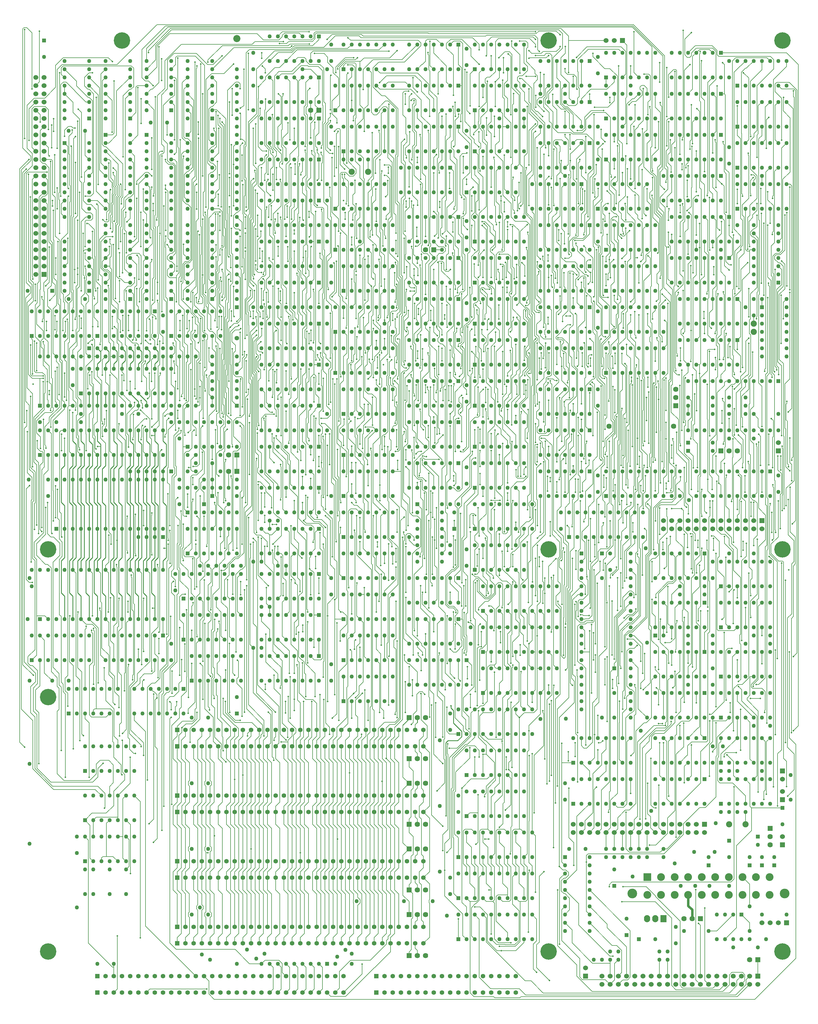
<source format=gbl>
G04*
G04  File:            MAINBOARD-V10.4.3.GBL, Wed Sep 10 00:52:54 2025*
G04  Source:          P-CAD 2006 PCB, Version 19.02.958, (D:\PCAD-2006\Projects\Pentagon-4096\Hardware\MainBoard-v10.4.3.PCB)*
G04  Format:          Gerber Format (RS-274-D), ASCII*
G04*
G04  Format Options:  Absolute Positioning*
G04                   Leading-Zero Suppression*
G04                   Scale Factor 1:1*
G04                   NO Circular Interpolation*
G04                   Inch Units*
G04                   Numeric Format: 4.4 (XXXX.XXXX)*
G04                   G54 NOT Used for Aperture Change*
G04                   Apertures Embedded*
G04*
G04  File Options:    Offset = (0.0mil,0.0mil)*
G04                   Drill Symbol Size = 80.0mil*
G04                   No Pad/Via Holes*
G04*
G04  File Contents:   Pads*
G04                   Vias*
G04                   No Designators*
G04                   No Types*
G04                   No Values*
G04                   No Drill Symbols*
G04                   Bottom*
G04*
%INMAINBOARD-V10.4.3.GBL*%
%ICAS*%
%MOIN*%
G04*
G04  Aperture MACROs for general use --- invoked via D-code assignment *
G04*
G04  General MACRO for flashed round with rotation and/or offset hole *
%AMROTOFFROUND*
1,1,$1,0.0000,0.0000*
1,0,$2,$3,$4*%
G04*
G04  General MACRO for flashed oval (obround) with rotation and/or offset hole *
%AMROTOFFOVAL*
21,1,$1,$2,0.0000,0.0000,$3*
1,1,$4,$5,$6*
1,1,$4,0-$5,0-$6*
1,0,$7,$8,$9*%
G04*
G04  General MACRO for flashed oval (obround) with rotation and no hole *
%AMROTOVALNOHOLE*
21,1,$1,$2,0.0000,0.0000,$3*
1,1,$4,$5,$6*
1,1,$4,0-$5,0-$6*%
G04*
G04  General MACRO for flashed rectangle with rotation and/or offset hole *
%AMROTOFFRECT*
21,1,$1,$2,0.0000,0.0000,$3*
1,0,$4,$5,$6*%
G04*
G04  General MACRO for flashed rectangle with rotation and no hole *
%AMROTRECTNOHOLE*
21,1,$1,$2,0.0000,0.0000,$3*%
G04*
G04  General MACRO for flashed rounded-rectangle *
%AMROUNDRECT*
21,1,$1,$2-$4,0.0000,0.0000,$3*
21,1,$1-$4,$2,0.0000,0.0000,$3*
1,1,$4,$5,$6*
1,1,$4,$7,$8*
1,1,$4,0-$5,0-$6*
1,1,$4,0-$7,0-$8*
1,0,$9,$10,$11*%
G04*
G04  General MACRO for flashed rounded-rectangle with rotation and no hole *
%AMROUNDRECTNOHOLE*
21,1,$1,$2-$4,0.0000,0.0000,$3*
21,1,$1-$4,$2,0.0000,0.0000,$3*
1,1,$4,$5,$6*
1,1,$4,$7,$8*
1,1,$4,0-$5,0-$6*
1,1,$4,0-$7,0-$8*%
G04*
G04  General MACRO for flashed regular polygon *
%AMREGPOLY*
5,1,$1,0.0000,0.0000,$2,$3+$4*
1,0,$5,$6,$7*%
G04*
G04  General MACRO for flashed regular polygon with no hole *
%AMREGPOLYNOHOLE*
5,1,$1,0.0000,0.0000,$2,$3+$4*%
G04*
G04  General MACRO for target *
%AMTARGET*
6,0,0,$1,$2,$3,4,$4,$5,$6*%
G04*
G04  General MACRO for mounting hole *
%AMMTHOLE*
1,1,$1,0,0*
1,0,$2,0,0*
$1=$1-$2*
$1=$1/2*
21,1,$2+$1,$3,0,0,$4*
21,1,$3,$2+$1,0,0,$4*%
G04*
G04*
G04  D10 : "Ellipse X8.0mil Y8.0mil H0.0mil 0.0deg (0.0mil,0.0mil) Draw"*
G04  Disc: OuterDia=0.0080*
%ADD10C, 0.0080*%
G04  D11 : "Ellipse X10.0mil Y10.0mil H0.0mil 0.0deg (0.0mil,0.0mil) Draw"*
G04  Disc: OuterDia=0.0100*
%ADD11C, 0.0100*%
G04  D12 : "Ellipse X15.0mil Y15.0mil H0.0mil 0.0deg (0.0mil,0.0mil) Draw"*
G04  Disc: OuterDia=0.0150*
%ADD12C, 0.0150*%
G04  D13 : "Ellipse X25.0mil Y25.0mil H0.0mil 0.0deg (0.0mil,0.0mil) Draw"*
G04  Disc: OuterDia=0.0250*
%ADD13C, 0.0250*%
G04  D14 : "Ellipse X30.0mil Y30.0mil H0.0mil 0.0deg (0.0mil,0.0mil) Draw"*
G04  Disc: OuterDia=0.0300*
%ADD14C, 0.0300*%
G04  D15 : "Ellipse X40.0mil Y40.0mil H0.0mil 0.0deg (0.0mil,0.0mil) Draw"*
G04  Disc: OuterDia=0.0400*
%ADD15C, 0.0400*%
G04  D16 : "Ellipse X5.0mil Y5.0mil H0.0mil 0.0deg (0.0mil,0.0mil) Draw"*
G04  Disc: OuterDia=0.0050*
%ADD16C, 0.0050*%
G04  D17 : "Ellipse X6.0mil Y6.0mil H0.0mil 0.0deg (0.0mil,0.0mil) Draw"*
G04  Disc: OuterDia=0.0060*
%ADD17C, 0.0060*%
G04  D18 : "Ellipse X9.8mil Y9.8mil H0.0mil 0.0deg (0.0mil,0.0mil) Draw"*
G04  Disc: OuterDia=0.0098*
%ADD18C, 0.0098*%
G04  D19 : "Ellipse X110.0mil Y110.0mil H0.0mil 0.0deg (0.0mil,0.0mil) Flash"*
G04  Disc: OuterDia=0.1100*
%ADD19C, 0.1100*%
G04  D20 : "Ellipse X200.0mil Y200.0mil H0.0mil 0.0deg (0.0mil,0.0mil) Flash"*
G04  Disc: OuterDia=0.2000*
%ADD20C, 0.2000*%
G04  D21 : "Ellipse X215.0mil Y215.0mil H0.0mil 0.0deg (0.0mil,0.0mil) Flash"*
G04  Disc: OuterDia=0.2150*
%ADD21C, 0.2150*%
G04  D22 : "Ellipse X50.0mil Y50.0mil H0.0mil 0.0deg (0.0mil,0.0mil) Flash"*
G04  Disc: OuterDia=0.0500*
%ADD22C, 0.0500*%
G04  D23 : "Ellipse X56.0mil Y56.0mil H0.0mil 0.0deg (0.0mil,0.0mil) Flash"*
G04  Disc: OuterDia=0.0560*
%ADD23C, 0.0560*%
G04  D24 : "Ellipse X60.0mil Y60.0mil H0.0mil 0.0deg (0.0mil,0.0mil) Flash"*
G04  Disc: OuterDia=0.0600*
%ADD24C, 0.0600*%
G04  D25 : "Ellipse X64.0mil Y64.0mil H0.0mil 0.0deg (0.0mil,0.0mil) Flash"*
G04  Disc: OuterDia=0.0640*
%ADD25C, 0.0640*%
G04  D26 : "Ellipse X65.0mil Y65.0mil H0.0mil 0.0deg (0.0mil,0.0mil) Flash"*
G04  Disc: OuterDia=0.0650*
%ADD26C, 0.0650*%
G04  D27 : "Ellipse X71.0mil Y71.0mil H0.0mil 0.0deg (0.0mil,0.0mil) Flash"*
G04  Disc: OuterDia=0.0710*
%ADD27C, 0.0710*%
G04  D28 : "Ellipse X75.0mil Y75.0mil H0.0mil 0.0deg (0.0mil,0.0mil) Flash"*
G04  Disc: OuterDia=0.0750*
%ADD28C, 0.0750*%
G04  D29 : "Ellipse X79.0mil Y79.0mil H0.0mil 0.0deg (0.0mil,0.0mil) Flash"*
G04  Disc: OuterDia=0.0790*
%ADD29C, 0.0790*%
G04  D30 : "Ellipse X90.0mil Y90.0mil H0.0mil 0.0deg (0.0mil,0.0mil) Flash"*
G04  Disc: OuterDia=0.0900*
%ADD30C, 0.0900*%
G04  D31 : "Ellipse X95.0mil Y95.0mil H0.0mil 0.0deg (0.0mil,0.0mil) Flash"*
G04  Disc: OuterDia=0.0950*
%ADD31C, 0.0950*%
G04  D32 : "Oval X75.0mil Y87.0mil H0.0mil 0.0deg (0.0mil,0.0mil) Flash"*
G04  Obround: DimX=0.0750, DimY=0.0870, Rotation=0.0, OffsetX=0.0000, OffsetY=0.0000, HoleDia=0.0000 *
%ADD32O, 0.0750 X0.0870*%
G04  D33 : "Oval X90.0mil Y102.0mil H0.0mil 0.0deg (0.0mil,0.0mil) Flash"*
G04  Obround: DimX=0.0900, DimY=0.1020, Rotation=0.0, OffsetX=0.0000, OffsetY=0.0000, HoleDia=0.0000 *
%ADD33O, 0.0900 X0.1020*%
G04  D34 : "Rectangle X110.0mil Y110.0mil H0.0mil 0.0deg (0.0mil,0.0mil) Flash"*
G04  Square: Side=0.1100, Rotation=0.0, OffsetX=0.0000, OffsetY=0.0000, HoleDia=0.0000*
%ADD34R, 0.1100 X0.1100*%
G04  D35 : "Rectangle X50.0mil Y50.0mil H0.0mil 0.0deg (0.0mil,0.0mil) Flash"*
G04  Square: Side=0.0500, Rotation=0.0, OffsetX=0.0000, OffsetY=0.0000, HoleDia=0.0000*
%ADD35R, 0.0500 X0.0500*%
G04  D36 : "Rectangle X56.0mil Y56.0mil H0.0mil 0.0deg (0.0mil,0.0mil) Flash"*
G04  Square: Side=0.0560, Rotation=0.0, OffsetX=0.0000, OffsetY=0.0000, HoleDia=0.0000*
%ADD36R, 0.0560 X0.0560*%
G04  D37 : "Rectangle X60.0mil Y60.0mil H0.0mil 0.0deg (0.0mil,0.0mil) Flash"*
G04  Square: Side=0.0600, Rotation=0.0, OffsetX=0.0000, OffsetY=0.0000, HoleDia=0.0000*
%ADD37R, 0.0600 X0.0600*%
G04  D38 : "Rectangle X64.0mil Y64.0mil H0.0mil 0.0deg (0.0mil,0.0mil) Flash"*
G04  Square: Side=0.0640, Rotation=0.0, OffsetX=0.0000, OffsetY=0.0000, HoleDia=0.0000*
%ADD38R, 0.0640 X0.0640*%
G04  D39 : "Rectangle X65.0mil Y65.0mil H0.0mil 0.0deg (0.0mil,0.0mil) Flash"*
G04  Square: Side=0.0650, Rotation=0.0, OffsetX=0.0000, OffsetY=0.0000, HoleDia=0.0000*
%ADD39R, 0.0650 X0.0650*%
G04  D40 : "Rectangle X71.0mil Y71.0mil H0.0mil 0.0deg (0.0mil,0.0mil) Flash"*
G04  Square: Side=0.0710, Rotation=0.0, OffsetX=0.0000, OffsetY=0.0000, HoleDia=0.0000*
%ADD40R, 0.0710 X0.0710*%
G04  D41 : "Rectangle X75.0mil Y75.0mil H0.0mil 0.0deg (0.0mil,0.0mil) Flash"*
G04  Square: Side=0.0750, Rotation=0.0, OffsetX=0.0000, OffsetY=0.0000, HoleDia=0.0000*
%ADD41R, 0.0750 X0.0750*%
G04  D42 : "Rectangle X75.0mil Y87.0mil H0.0mil 0.0deg (0.0mil,0.0mil) Flash"*
G04  Rectangular: DimX=0.0750, DimY=0.0870, Rotation=0.0, OffsetX=0.0000, OffsetY=0.0000, HoleDia=0.0000 *
%ADD42R, 0.0750 X0.0870*%
G04  D43 : "Rectangle X79.0mil Y79.0mil H0.0mil 0.0deg (0.0mil,0.0mil) Flash"*
G04  Square: Side=0.0790, Rotation=0.0, OffsetX=0.0000, OffsetY=0.0000, HoleDia=0.0000*
%ADD43R, 0.0790 X0.0790*%
G04  D44 : "Rectangle X90.0mil Y102.0mil H0.0mil 0.0deg (0.0mil,0.0mil) Flash"*
G04  Rectangular: DimX=0.0900, DimY=0.1020, Rotation=0.0, OffsetX=0.0000, OffsetY=0.0000, HoleDia=0.0000 *
%ADD44R, 0.0900 X0.1020*%
G04  D45 : "Rectangle X95.0mil Y95.0mil H0.0mil 0.0deg (0.0mil,0.0mil) Flash"*
G04  Square: Side=0.0950, Rotation=0.0, OffsetX=0.0000, OffsetY=0.0000, HoleDia=0.0000*
%ADD45R, 0.0950 X0.0950*%
G04  D46 : "Ellipse X102.0mil Y102.0mil H0.0mil 0.0deg (0.0mil,0.0mil) Flash"*
G04  Disc: OuterDia=0.1020*
%ADD46C, 0.1020*%
G04  D47 : "Ellipse X118.0mil Y118.0mil H0.0mil 0.0deg (0.0mil,0.0mil) Flash"*
G04  Disc: OuterDia=0.1180*
%ADD47C, 0.1180*%
G04  D48 : "Ellipse X133.0mil Y133.0mil H0.0mil 0.0deg (0.0mil,0.0mil) Flash"*
G04  Disc: OuterDia=0.1330*
%ADD48C, 0.1330*%
G04  D49 : "Ellipse X20.0mil Y20.0mil H0.0mil 0.0deg (0.0mil,0.0mil) Flash"*
G04  Disc: OuterDia=0.0200*
%ADD49C, 0.0200*%
G04  D50 : "Ellipse X35.0mil Y35.0mil H0.0mil 0.0deg (0.0mil,0.0mil) Flash"*
G04  Disc: OuterDia=0.0350*
%ADD50C, 0.0350*%
G04  D51 : "Ellipse X55.0mil Y55.0mil H0.0mil 0.0deg (0.0mil,0.0mil) Flash"*
G04  Disc: OuterDia=0.0550*
%ADD51C, 0.0550*%
G04  D52 : "Ellipse X70.0mil Y70.0mil H0.0mil 0.0deg (0.0mil,0.0mil) Flash"*
G04  Disc: OuterDia=0.0700*
%ADD52C, 0.0700*%
G04  D53 : "Ellipse X87.0mil Y87.0mil H0.0mil 0.0deg (0.0mil,0.0mil) Flash"*
G04  Disc: OuterDia=0.0870*
%ADD53C, 0.0870*%
G04*
%FSLAX44Y44*%
%SFA1B1*%
%OFA0.0000B0.0000*%
G04*
G70*
G90*
G01*
D2*
%LNBottom*%
D10*
X101560Y142440*
Y141640D1*
X101860Y141340*
X101720Y151480D2*
X101360Y151840D1*
Y162880D2*
X101760Y163280D1*
X101400Y170520D2*
X101120Y170240D1*
X101280Y173520D2*
X101720Y173080D1*
X101120Y171240D2*
X101160Y171200D1*
X101880Y186720D2*
X101280Y186120D1*
X101880Y187480D2*
Y186720D1*
X101360Y188000D2*
X101880Y187480D1*
X100920Y201400D2*
X101360Y201840D1*
X100560Y201880D2*
X101680Y203000D1*
X101920Y202880D2*
X100760Y201720D1*
X101920Y203400D2*
Y202880D1*
X101560Y201480D2*
X101360Y201280D1*
X101400Y219080D2*
X101080D1*
X102640Y128840D2*
X104360Y127120D1*
X102160Y128760D2*
X104680Y126240D1*
X102400Y128800D2*
X104560Y126640D1*
X102200Y135800D2*
X102640Y135360D1*
X102880Y135600D2*
X102480Y136000D1*
X103560Y140440D2*
X104500Y139500D1*
X102480Y138360D2*
X103000Y138880D1*
X102720Y140720D2*
Y139120D1*
X102200Y138600*
X102480Y140400D2*
Y139360D1*
X103000Y145000D2*
X103560Y144440D1*
X102600Y147400D2*
X103600D1*
X102120Y154400D2*
X102400Y154120D1*
X102600Y154280D2*
X102320Y154560D1*
X104400Y153240D2*
X103960Y153680D1*
X103680*
X102600Y154760*
X102320Y156360D2*
X103480Y157520D1*
X102600Y156200D2*
X103720Y157320D1*
X103960Y157400D2*
X104360Y157000D1*
X104680*
X104400Y157520D2*
X104480Y157440D1*
X103240Y157680D2*
X103010Y157910D1*
X102240Y161400D2*
X102120Y161280D1*
X102360Y161080D2*
X102440Y161160D1*
X104600Y162680D2*
X104640Y162640D1*
X102840Y166080D2*
X102440Y166480D1*
X103560Y167560D2*
X103440Y167680D1*
X103560Y165520D2*
Y167560D1*
X103240Y165200D2*
X103560Y165520D1*
X102280Y166120D2*
X102600Y165800D1*
X104000Y165120D2*
Y167000D1*
X103080Y167440D2*
X102680Y167840D1*
X103265Y167440D2*
X103080D1*
X103385Y167320D2*
X103265Y167440D1*
X103385Y166095D2*
Y167320D1*
X103010Y165720D2*
X103385Y166095D1*
X104400Y169600D2*
X104000Y170000D1*
X102600Y169680D2*
X103080Y169200D1*
X103600Y168240D2*
Y170440D1*
X103760Y168080D2*
X103600Y168240D1*
X102440Y171400D2*
X103560Y172520D1*
X104000Y173680D2*
X103920Y173760D1*
X104000Y173000D2*
Y173680D1*
X103400Y172720D2*
X102280Y171600D1*
X103600Y172160D2*
X102600Y171160D1*
X104640Y172400D2*
X104400Y172160D1*
X103600*
X104560Y172800D2*
X104640Y172720D1*
Y172400*
X104320Y172680D2*
X104400Y172760D1*
X104320Y172440D2*
Y172680D1*
X103640Y174560D2*
Y176720D1*
X103560Y174480D2*
X103640Y174560D1*
X103400Y176320D2*
X103000D1*
X102080D2*
X103000D1*
X104160Y174360D2*
Y174840D1*
X104400Y175600D2*
X104160Y175840D1*
X104400Y176440D2*
X104560Y176280D1*
X102520Y177040D2*
X102360Y177200D1*
X103320Y177040D2*
X102520D1*
X103400Y179920D2*
Y177920D1*
X103920Y177400*
X104160Y177840D2*
X103560Y178440D1*
X104000Y180800D2*
X103560Y181240D1*
X103000Y180840D2*
X102440Y181400D1*
X102600Y182920D2*
X103400Y182120D1*
Y181160*
X103160Y180920*
Y180160*
X103400Y180560D2*
Y180800D1*
X103560Y180400D2*
X103400Y180560D1*
X102440Y185280D2*
X102680Y185520D1*
X103960Y185120D2*
X104400Y184680D1*
X103400Y183600D2*
Y185880D1*
X103320Y183520D2*
X103400Y183600D1*
X103320Y183280D2*
Y183520D1*
X103000Y185280D2*
X102600Y184880D1*
X104880Y187720D2*
X104560Y188040D1*
X104880Y186520D2*
Y187720D1*
X103480Y187960D2*
X103920Y188400D1*
X103480Y186960D2*
Y187960D1*
X103560Y186880D2*
X103480Y186960D1*
X102680Y187880D2*
X102920Y188120D1*
X103080Y187200D2*
X103000Y187120D1*
X102160Y188680D2*
X102080Y188760D1*
X102160Y188440D2*
Y188680D1*
X102040Y186160D2*
Y187760D1*
X104400Y187640D2*
X103960Y187200D1*
X103240Y186040D2*
Y186280D1*
X103720Y187600D2*
X104160Y188040D1*
X104560Y192880D2*
X104320Y193120D1*
X104720Y193160D2*
X104640Y193240D1*
X104120Y192920D2*
X104400Y192640D1*
X102920Y198420D2*
X103500Y199000D1*
X103960Y200540D2*
Y198840D1*
X103640Y198520*
X103400*
X103080Y198200*
X104880Y198400D2*
X104560Y198720D1*
X104400Y203000D2*
X103500D1*
X104560Y202840D2*
X104400Y203000D1*
X103040Y202840D2*
X103360Y202520D1*
X103600*
X104120Y202000*
X102080Y203720D2*
Y202240D1*
X104040Y203560D2*
X104160Y203440D1*
X104040Y204460D2*
X103500Y205000D1*
X102360Y209480D2*
X102040Y209160D1*
X103640Y209480D2*
X102360D1*
X104040Y209080D2*
X103640Y209480D1*
X103040Y208460D2*
X102500Y209000D1*
X103040Y207560D2*
Y208460D1*
X102960Y212460D2*
X102500Y212000D1*
X103600Y210480D2*
X102320D1*
X104920Y211800D2*
X103600Y210480D1*
X105960Y127320D2*
X105120Y128160D1*
Y135760D2*
X105360Y136000D1*
X107400Y140080D2*
X107880Y139600D1*
X106400Y140120D2*
X106080Y139800D1*
X105600Y139320D2*
X105840Y139080D1*
X106080Y139800D2*
Y138280D1*
X105840Y139080D2*
Y138160D1*
X105360Y138960D2*
X105600Y138720D1*
X105360Y140360D2*
Y138960D1*
X105120Y138800D2*
Y139880D1*
X105360Y138560D2*
X105120Y138800D1*
X106600Y141800D2*
X107080Y141320D1*
X105375Y147545D2*
X105600Y147320D1*
X106640Y147160D2*
X106600Y147120D1*
X106640Y147400D2*
Y147160D1*
X107640Y147640D2*
X107600Y147600D1*
X107640Y147880D2*
Y147640D1*
D2*
D11*
X106600Y154100*
X107000Y154500D1*
X105600Y154100D2*
X106000Y154500D1*
X107000Y154100D2*
X107400Y154500D1*
D2*
D10*
X105720Y154625*
X105375Y154280D1*
X105600Y157080D2*
X105680Y157000D1*
X105375Y156760D2*
X105720Y156415D1*
X105160Y159295D2*
X105375Y159080D1*
D2*
D11*
X106600Y161250*
X107000Y160850D1*
X105600Y161250D2*
X106000Y160850D1*
X107400D2*
X107000Y161250D1*
D2*
D10*
X105600Y159880*
X105400Y160080D1*
X107840Y167640D2*
Y167880D1*
D2*
D11*
X107000Y165700*
X106600Y165300D1*
X107000Y167000D2*
Y165700D1*
D2*
D10*
Y167000*
X106600Y167400D1*
D2*
D11*
X106000Y165700*
X105600Y165300D1*
X106000Y167000D2*
Y165700D1*
X107400D2*
X107000Y165300D1*
D2*
D10*
X107760Y169280*
X107600Y169440D1*
Y168960D2*
X107440Y169120D1*
D2*
D11*
X107000Y168700*
X107400Y168300D1*
X107000Y170000D2*
Y168700D1*
D2*
D10*
X105600Y170000*
X106000D1*
X105400Y169800D2*
X105600Y170000D1*
X107400Y173360D2*
X107040Y173720D1*
X107400Y172840D2*
Y173360D1*
X107360Y172800D2*
X107400Y172840D1*
X107600Y171960D2*
Y173760D1*
X107440Y171800D2*
X107600Y171960D1*
X106600Y172320D2*
X106640Y172360D1*
X106000Y173440D2*
X105760Y173680D1*
X106000Y173000D2*
Y173440D1*
Y173000D2*
Y172600D1*
X106560Y173000D2*
X107000D1*
X106560D2*
X106400Y172840D1*
X105400Y173560D2*
X105120Y173840D1*
X105400Y172840D2*
Y173560D1*
X106640Y172360D2*
Y172480D1*
X107360D2*
Y172800D1*
X107040Y174800D2*
X106600Y175240D1*
X106440Y174920D2*
X106560Y174800D1*
X107400Y178600D2*
X107000Y179000D1*
Y179760*
X106000Y178600D2*
X106240Y178360D1*
X106000Y179000D2*
Y178600D1*
X105760Y178440D2*
X105560Y178640D1*
X105600Y178240D2*
X105400Y178440D1*
X107400Y182280D2*
X107560Y182440D1*
X107400Y180760D2*
Y182280D1*
X107560Y181920D2*
X107800Y182160D1*
X107560Y180320D2*
Y181920D1*
X106000Y180800D2*
X106400Y181200D1*
X106600Y180760D2*
X106440Y180600D1*
X106000Y181880D2*
Y181500D1*
X106120Y182000D2*
X106000Y181880D1*
X106360Y183280D2*
Y183520D1*
X106400Y183240D2*
X106360Y183280D1*
X107320Y183760D2*
Y183520D1*
X107400Y183840D2*
X107320Y183760D1*
X106920Y185840D2*
X106600Y185520D1*
X105400Y185240D2*
X105200Y185440D1*
X106440Y184240D2*
X105800Y183600D1*
X106440Y185480D2*
Y184240D1*
X106080Y185840D2*
X106440Y185480D1*
X106000Y185560D2*
X105880Y185680D1*
X106000Y184500D2*
Y185560D1*
X107080Y184960D2*
X107000Y184880D1*
Y184500*
X107560Y187240D2*
X107840Y187520D1*
X107600Y187720D2*
X107400Y187520D1*
X106800Y186880D2*
X106920Y186760D1*
X106400Y186480D2*
X106080Y186160D1*
X106440Y186480D2*
X106400D1*
X106640Y186680D2*
X106440Y186480D1*
X105880Y186560D2*
X105600Y186840D1*
X107000Y187120D2*
X107080Y187040D1*
X106000Y190000D2*
X106400Y190400D1*
X105600Y193240D2*
X106400Y194040D1*
X107240Y195800D2*
X107600Y196160D1*
X105600Y196400D2*
Y197600D1*
X106000Y196000D2*
X105600Y196400D1*
X107100Y196060D2*
X107000Y195960D1*
X106880Y196200D2*
X106800Y196120D1*
X106720Y197880D2*
X106640Y197800D1*
X105320Y198920D2*
X105400Y199000D1*
X105320Y198120D2*
Y198920D1*
X105400Y198040D2*
X105320Y198120D1*
X106400Y199560D2*
X106480Y199480D1*
X106640Y199880D2*
X106720Y199800D1*
X106400Y198440D2*
X106480Y198520D1*
X106560Y203680D2*
X106640Y203600D1*
X106960Y206240D2*
X106560Y205840D1*
X106960Y206600D2*
Y206240D1*
X106000Y206560D2*
Y205840D1*
X107280Y206840D2*
X107040D1*
X106400Y204600D2*
X106000Y205000D1*
X107360Y205800D2*
X107100Y205540D1*
X106800Y204640D2*
X106880Y204560D1*
X106840Y207040D2*
X106480D1*
X107040Y208720D2*
X107840Y207920D1*
X107480Y211960D2*
Y212520D1*
X105880Y212440D2*
X105560Y212120D1*
X106200Y212440D2*
X105880D1*
X107280Y211360D2*
X106200Y212440D1*
X107280Y211320D2*
Y211360D1*
X106000Y211000D2*
Y212000D1*
X105720Y214560D2*
X105120Y213960D1*
X105625Y214185D2*
Y213375D1*
X105840Y214400D2*
X105625Y214185D1*
X110500Y117900D2*
Y117500D1*
X110680Y118080D2*
X110500Y117900D1*
X109120Y117880D2*
X109500Y117500D1*
X108500Y120500D2*
X108920Y120080D1*
X109500Y122500D2*
Y120500D1*
Y122500D2*
X109880Y122880D1*
X108500Y122500D2*
X109120Y121880D1*
X110080Y127760D2*
Y128800D1*
X109440Y127120D2*
X110080Y127760D1*
X109880Y128120D2*
X109080Y127320D1*
X110360Y129800D2*
X109880Y129320D1*
X108120Y133000D2*
X108320Y132800D1*
X108500Y134860D2*
X109000Y134360D1*
X109500Y135900D2*
Y135500D1*
X109680Y136080D2*
X109500Y135900D1*
X109680Y136080D2*
X109880D1*
X109280Y135080D2*
X109040Y135320D1*
X109640Y141400D2*
X109560Y141320D1*
X109040D2*
X109440Y141720D1*
X108640Y145880D2*
Y146120D1*
X108500Y145740D2*
X108640Y145880D1*
X109520Y146520D2*
X110120Y145920D1*
X109480Y146520D2*
X109520D1*
X109400Y146360D2*
X109880Y145880D1*
X108640Y146360D2*
X109400D1*
X109560Y145640D2*
X109640Y145560D1*
X109560Y145880D2*
Y145640D1*
X109320Y145400D2*
Y145640D1*
X109440Y145280D2*
X109320Y145400D1*
X110400Y149120D2*
X110560Y148960D1*
X110320Y148080D2*
X110400Y148000D1*
X110320Y148320D2*
Y148080D1*
D2*
D11*
X109600Y154100*
X110000Y154500D1*
X108600Y154100D2*
X109000Y154500D1*
Y154100D2*
X109400Y154500D1*
X110000Y154100D2*
X110400Y154500D1*
X109600Y161250D2*
X110000Y160850D1*
X108600Y161250D2*
X109000Y160850D1*
X109400D2*
X109000Y161250D1*
X110400Y160850D2*
X110000Y161250D1*
Y165700D2*
X109600Y165300D1*
X110000Y167000D2*
Y165700D1*
D2*
D10*
Y167000*
X109600Y167400D1*
D2*
D11*
X109000Y165700*
X108600Y165300D1*
X109400Y165700D2*
X109000Y165300D1*
X110000D2*
X110400Y165700D1*
D2*
D10*
X109760Y167800*
X109840Y167720D1*
D2*
D11*
X109000Y167000*
Y165700D1*
D2*
D10*
X108640Y169520*
X108600Y169560D1*
X109600Y168960D2*
X109440Y169120D1*
D2*
D11*
X109000Y168700*
X109400Y168300D1*
X109000Y170000D2*
Y168700D1*
X110000D2*
Y170000D1*
X110400Y168300D2*
X110000Y168700D1*
D2*
D10*
X110400Y168040*
X110040D1*
X109600Y169440D2*
X109760Y169280D1*
X109600Y170680D2*
Y169440D1*
X110640Y169520D2*
Y169280D1*
X110600Y169560D2*
X110640Y169520D1*
X110600Y170440D2*
Y169560D1*
X110880Y170720D2*
X110600Y170440D1*
X109440Y171440D2*
X109560Y171560D1*
X108120D2*
X108394Y171834D1*
X109000Y171960D2*
X109400Y172360D1*
X110560Y171120D2*
X110640Y171040D1*
X110000Y173000D2*
Y171080D1*
X110400Y175600D2*
X109600Y176400D1*
X109560Y175560D2*
X109360Y175760D1*
X109080Y175640D2*
Y176720D1*
X109400Y175320D2*
X109080Y175640D1*
X110000Y176600D2*
X110560Y176040D1*
X108600Y177800D2*
X109400Y178600D1*
X109600Y179000D2*
X110000D1*
X109000D2*
X108600Y179400D1*
X110600Y179800D2*
X110400Y179600D1*
D2*
D11*
X110000Y178100*
Y177500D1*
X110400Y178500D2*
X110000Y178100D1*
D2*
D10*
X109000Y177120*
Y177500D1*
D2*
D11*
X110400Y179600*
Y178500D1*
D2*
D10*
X110360Y180720*
X110400Y180760D1*
X110360Y180480D2*
Y180720D1*
X109400Y180440D2*
X109360Y180480D1*
X109680Y181040D2*
Y180280D1*
X109600Y180200*
X109440Y181280D2*
X109680Y181040D1*
X109440Y182640D2*
Y181280D1*
X109400Y181000D2*
X109280D1*
X108880Y180600D2*
X109280Y181000D1*
X109600Y183760D2*
X110080Y183280D1*
X109600Y185160D2*
Y183760D1*
X110040Y185600D2*
X109600Y185160D1*
X109400Y184520D2*
X109440Y184480D1*
X108600Y185360D2*
X108960Y185720D1*
X108040Y185440D2*
X108394Y185085D1*
X110400Y187600D2*
X109880Y188120D1*
X108680Y188760D2*
X108600Y188840D1*
X108680Y188360D2*
Y188760D1*
X108600Y188280D2*
X108680Y188360D1*
X108600Y186720D2*
Y188280D1*
X108960Y186360D2*
X108600Y186720D1*
X108440Y188800D2*
X108290Y188950D1*
X108440Y188560D2*
Y188800D1*
Y186640D2*
X108040Y186240D1*
X108440Y188560D2*
Y186640D1*
X109640Y186280D2*
X109560Y186360D1*
X109640Y186040D2*
Y186280D1*
X109800Y187240D2*
Y187000D1*
X109720Y187320D2*
X109800Y187240D1*
X108520Y190880D2*
Y191600D1*
X109000Y190400D2*
X108520Y190880D1*
X109000Y190000D2*
Y190400D1*
Y190000D2*
X109400Y189600D1*
X108520Y189760D2*
Y190000D1*
X108600Y189680D2*
X108520Y189760D1*
X108280Y191810D2*
X108290Y191800D1*
X109000Y191000D2*
X109400D1*
X110440Y189760D2*
X110800Y189400D1*
X110880Y189560D2*
X110600Y189840D1*
X109640Y191240D2*
X109720Y191160D1*
X109560Y190840D2*
X109400Y191000D1*
X110600Y189840D2*
Y190560D1*
X108600Y196000D2*
X108040Y195440D1*
X109000Y196000D2*
X108600D1*
X109240Y197520D2*
X108760D1*
X108660Y196500D2*
X109220D1*
X109440Y196280*
Y195800*
X109240Y195600*
X108640*
X108520Y195480*
X108120Y197040D2*
X108660Y196500D1*
X108760Y195200D2*
X108920D1*
X110120Y197400D2*
X109960Y197560D1*
X109880Y196880D2*
X109240Y197520D1*
X108320Y200160D2*
X108440Y200280D1*
X109200Y198520D2*
X109560Y198880D1*
X108560Y198520D2*
X109200D1*
X108440Y201440D2*
X109000Y202000D1*
X108500Y203500D2*
X109000Y203000D1*
X110600Y204840D2*
X110880Y204560D1*
X110120Y210880D2*
X109000Y212000D1*
Y210560D2*
X108880D1*
X109400Y210160D2*
X109000Y210560D1*
X109560Y211000D2*
X109000Y211560D1*
X108840*
X108440Y211960*
X109000Y213560D2*
X109400D1*
X112440Y101940D2*
X112000Y101500D1*
Y104600D2*
Y103500D1*
X111840Y104600D2*
X112000D1*
X113500Y116500D2*
X113880Y116880D1*
X111920Y118080D2*
X112500Y117500D1*
X111120Y118080D2*
X111920D1*
X113120Y117880D2*
X113500Y117500D1*
X111120Y122120D2*
X111500Y122500D1*
X113120Y120500D2*
X112500D1*
Y122880D2*
Y122500D1*
X113880Y120120D2*
X113500Y120500D1*
X113120Y125120D2*
X113500Y125500D1*
X112000Y124280D2*
X111080Y123360D1*
X112920Y128120D2*
X113000Y128040D1*
X111500Y126600D2*
X111960Y127060D1*
X113080Y128360D2*
X113360Y128080D1*
Y127400*
X112000Y126040*
Y130160D2*
X112920Y129240D1*
X111960D2*
X111400Y129800D1*
X113560Y133560D2*
X113080Y133080D1*
X112720Y134160D2*
Y132760D1*
X112960Y134400D2*
X112720Y134160D1*
X113040Y132240D2*
X113080Y132200D1*
X112040Y132720D2*
X112500Y132260D1*
X111500Y135500D2*
X111080Y135080D1*
X112640Y137600D2*
Y136240D1*
X111600Y136080D2*
X111880Y135800D1*
X111040Y137080D2*
X112040Y136080D1*
X111920Y136840D2*
X112160Y136600D1*
X112600Y140520D2*
X112960Y140160D1*
X111560Y140600D2*
X112120Y140040D1*
X113320Y140400D2*
X113400Y140480D1*
X113320Y138280D2*
Y140400D1*
X112440Y138560D2*
X112500Y138500D1*
X111400Y140240D2*
X111920Y139720D1*
X112120Y140040D2*
Y138120D1*
X111400Y143760D2*
X111560Y143600D1*
X113800Y141240D2*
X113760Y141200D1*
X113800Y141480D2*
Y141240D1*
X113000Y145920D2*
X112600Y145520D1*
X112000Y146160D2*
Y145000D1*
X112400Y146560D2*
X112000Y146160D1*
X112600Y146120D2*
X112440Y145960D1*
X113760Y149160D2*
Y147880D1*
X112640Y149280D2*
X112600Y149240D1*
X112640Y149520D2*
Y149280D1*
X111360Y148147D2*
Y147880D1*
X111372Y148160D2*
X111360Y148147D1*
D2*
D11*
X112600Y154100*
X113000Y154500D1*
X111600Y154100D2*
X112000Y154500D1*
X112400D2*
X112000Y154100D1*
D2*
D10*
X112360Y153400*
X112400Y153360D1*
X112360Y153640D2*
Y153400D1*
X113680Y155280D2*
X113600Y155360D1*
X113680Y155080D2*
Y155280D1*
X111400Y157600D2*
X111680Y157320D1*
Y156120*
D2*
D11*
X112600Y161250*
X113000Y160850D1*
X111600Y161250D2*
X112000Y160850D1*
Y161250D2*
X112400Y160850D1*
D2*
D10*
X113640Y159280*
Y159520D1*
X113600Y159240D2*
X113640Y159280D1*
D2*
D11*
X113000Y165700*
X112600Y165300D1*
X113000Y167000D2*
Y165700D1*
X112000D2*
X111600Y165300D1*
X112000Y167000D2*
Y165700D1*
D2*
D10*
Y167000*
X111560Y167440D1*
D2*
D11*
X112400Y165700*
X112000Y165300D1*
D2*
D10*
X113560Y169280*
X113440Y169400D1*
X113000Y168440D2*
X112400Y169040D1*
D2*
D11*
X112000Y168700*
X112400Y168300D1*
X112000Y170000D2*
Y168700D1*
D2*
D10*
X112640Y170560*
Y170800D1*
X112600Y170520D2*
X112640Y170560D1*
X112600Y169600D2*
Y170520D1*
X113400Y168800D2*
X112600Y169600D1*
X113800Y169400D2*
X113600Y169600D1*
X113880Y173640D2*
X113860D1*
X113240Y176880D2*
Y176080D1*
X113000Y174500D2*
Y176720D1*
X112600Y179000D2*
X113000D1*
X111600D2*
X112000D1*
X111600Y177080D2*
Y179000D1*
D2*
D11*
X111400Y178500*
Y179600D1*
X112000Y178100D2*
Y177500D1*
X112400Y178500D2*
X112000Y178100D1*
X112400Y179600D2*
Y178500D1*
X113400D2*
Y179600D1*
X113000Y178100D2*
X113400Y178500D1*
X113000Y177500D2*
Y178100D1*
D2*
D10*
Y177500*
Y177120D1*
X112400Y180680D2*
X112600Y180480D1*
X112400Y182320D2*
Y180680D1*
X112080Y182640D2*
X112400Y182320D1*
X111400Y180760D2*
X111600Y180560D1*
X112000Y180760D2*
X111600Y181160D1*
X113000Y180600D2*
X112560Y181040D1*
X113400Y180440D2*
X113600Y180240D1*
X112560Y183640D2*
X112800Y183400D1*
X112560Y185360D2*
Y183640D1*
X112400Y184720D2*
X111760Y185360D1*
X112400Y183200D2*
Y184720D1*
X112560Y183040D2*
X112400Y183200D1*
X113280Y185880D2*
X113400Y185760D1*
X111360Y187400D2*
X111400Y187360D1*
X111360Y187640D2*
Y187400D1*
X113360Y188000D2*
X112880Y188480D1*
X112640*
X112360Y188760*
X113520Y186760D2*
Y187000D1*
X113560Y186720D2*
X113520Y186760D1*
X113760Y187560D2*
X113280Y187080D1*
X111160Y189400D2*
X111440Y189120D1*
X113560Y191120D2*
X113840Y191400D1*
X113560Y190440D2*
Y191120D1*
X111600Y189200D2*
X111240Y189560D1*
X111560Y189840D2*
Y190000D1*
X111760Y189640D2*
X111560Y189840D1*
X111720Y191200D2*
X111560Y191040D1*
Y190000*
X113560Y194200D2*
X113360Y194400D1*
X111880Y193600D2*
X111040D1*
X111560Y192800D2*
X111720Y192640D1*
X111560Y193280D2*
Y192800D1*
X113160Y194520D2*
X113080Y194440D1*
X112940Y194820D2*
X112840Y194720D1*
Y193000*
X112600Y194880D2*
Y192120D1*
X111920Y194280D2*
X111800Y194160D1*
X113480Y196000D2*
Y196560D1*
X113360Y195880D2*
X113480Y196000D1*
X111400Y197600D2*
Y196840D1*
X111960Y197560D2*
X111880Y197480D1*
Y196040*
X111800Y197760D2*
X111720Y197680D1*
Y196280*
X111400Y196840D2*
X111160Y196600D1*
X113460Y197020D2*
X113160Y196720D1*
X113260Y197220D2*
X112940Y196900D1*
X112340Y195340D2*
X112200Y195200D1*
X112160Y195600D2*
X112040Y195480D1*
X111880Y196040D2*
X111800Y195960D1*
X111720Y196280D2*
X111600Y196160D1*
X111800Y195320D2*
X111920Y195200D1*
X111800Y195960D2*
Y195320D1*
X111160Y196600D2*
Y195680D1*
X111560Y196560D2*
X111400Y196400D1*
Y195520*
X111280Y195400*
X111640Y200760D2*
X111960Y200440D1*
X111400Y200560D2*
X111800Y200160D1*
X112840Y200000D2*
X112920Y199920D1*
X112680Y199840D2*
X112560Y199960D1*
X112360Y199880D2*
X112480Y199760D1*
X112160Y199800D2*
X112280Y199680D1*
X111960Y200440D2*
Y199720D1*
X112080Y199600*
X113120Y198440D2*
X112960Y198280D1*
X112920Y198520D2*
X112720Y198320D1*
X112920Y199920D2*
Y198520D1*
X112520Y198400D2*
X112680Y198560D1*
Y199840*
X112480Y198620D2*
X112340Y198480D1*
X112480Y199760D2*
Y198620D1*
X112280Y198720D2*
X112160Y198600D1*
X112280Y199680D2*
Y198720D1*
X112080Y198800D2*
X111960Y198680D1*
X112080Y199600D2*
Y198800D1*
X111800Y200160D2*
Y199600D1*
X111880Y199520*
Y198880D2*
X111800Y198800D1*
X111880Y199520D2*
Y198880D1*
X111600Y199320D2*
X111560Y199280D1*
X111440Y203000D2*
X111640Y202800D1*
X111960Y201400D2*
Y201160D1*
Y201960D2*
X112360Y201560D1*
X111400Y205000D2*
X112360Y205960D1*
X112040Y206200D2*
X111840Y206000D1*
X111360Y215400D2*
X111840Y214920D1*
X116420Y101920D2*
X116000Y101500D1*
X116320Y122080D2*
X116880Y122640D1*
X115240Y124760D2*
X114500Y125500D1*
X115640Y131920D2*
Y130400D1*
X114440Y130640D2*
X114640D1*
X115360Y131640D2*
Y131480D1*
X114500Y134680D2*
X115880Y133300D1*
X114880Y139480D2*
X114080Y138680D1*
X114880Y140320D2*
Y139480D1*
X115720Y140320D2*
X116640D1*
X116880Y138120D2*
X116500Y138500D1*
X114400Y140240D2*
X114320Y140160D1*
X116120Y138680D2*
X116640Y139200D1*
Y140920D2*
Y140680D1*
X114320Y140160D2*
Y139600D1*
X115500Y138500D2*
Y139420D1*
X115680Y139600*
X115200Y139800D2*
X115720Y140320D1*
X114500Y138500D2*
X114520Y138520D1*
X115200Y139800D2*
Y139200D1*
X114520Y138520D2*
X115200Y139200D1*
X115640Y143320D2*
Y143080D1*
X115600Y143360D2*
X115640Y143320D1*
X115000Y142000D2*
Y143320D1*
X115640Y149280D2*
X115600Y149240D1*
X115640Y149520D2*
Y149280D1*
X114400Y148920D2*
X114560Y148760D1*
X114200Y148160D2*
X114400Y147960D1*
X114160Y152120D2*
X114200Y152080D1*
X114160Y152360D2*
Y152120D1*
D2*
D11*
X114600Y154100*
X115000Y154500D1*
X115600Y154100D2*
X116000Y154500D1*
Y154100D2*
X116400Y154500D1*
X115000Y154100D2*
X115400Y154500D1*
D2*
D10*
X116640Y155080*
X116600Y155120D1*
X116640Y154840D2*
Y155080D1*
X114680Y154920D2*
X114600Y155000D1*
X114680Y154720D2*
Y154920D1*
D2*
D11*
X115000Y158000*
Y157000D1*
X116000Y158000D2*
Y157000D1*
X114600Y161250D2*
X115000Y160850D1*
X115600Y161250D2*
X116000Y160850D1*
X116400D2*
X116000Y161250D1*
X115400Y160850D2*
X115000Y161250D1*
D2*
D10*
X114640Y159520*
Y159760D1*
X114600Y159480D2*
X114640Y159520D1*
X116640Y159680D2*
Y159920D1*
X116600Y159640D2*
X116640Y159680D1*
D2*
D11*
X115000Y165700*
X114600Y165300D1*
X115000Y167000D2*
Y165700D1*
D2*
D10*
Y167000*
X114600Y167400D1*
D2*
D11*
X116000Y165700*
X115600Y165300D1*
X116000Y167000D2*
Y165700D1*
D2*
D10*
Y167000*
X115600Y167400D1*
D2*
D11*
X116400Y165700*
X116000Y165300D1*
X115400Y165700D2*
X115000Y165300D1*
D2*
D10*
X114360Y169120*
X114400Y169160D1*
X114360Y168880D2*
Y169120D1*
X115600Y170240D2*
X115840Y170480D1*
X116600Y168920D2*
X116400Y169120D1*
D2*
D11*
X116000Y168700*
X116400Y168300D1*
X116000Y170000D2*
Y168700D1*
X115000D2*
X115400Y168300D1*
X115000Y170000D2*
Y168700D1*
D2*
D10*
X115400Y170480*
X115520Y170600D1*
X115400Y169160D2*
Y170480D1*
X115360Y169120D2*
X115400Y169160D1*
X115360Y168880D2*
Y169120D1*
D2*
D11*
X116000Y173000*
Y173500D1*
D2*
D10*
X115760Y171400*
X116000D1*
X116400Y171360D2*
X115280Y172480D1*
D2*
D11*
X115000Y173000*
Y173500D1*
D2*
D10*
Y172600*
Y173000D1*
X114840Y172440D2*
X115000Y172600D1*
X114600Y172440D2*
X114840D1*
X115360Y173400D2*
Y173640D1*
X115520Y173240D2*
X115360Y173400D1*
X115520Y172720D2*
Y173240D1*
X114560Y172960D2*
Y173400D1*
X116640Y172520D2*
X116600Y172560D1*
X116640Y171400D2*
Y172520D1*
X116000Y176320D2*
X115600Y176720D1*
X116000Y174500D2*
Y176320D1*
X116400Y175000D2*
X116360Y175040D1*
X116400Y174120D2*
Y175000D1*
D2*
D11*
X116000Y178100*
Y177500D1*
X116400Y178500D2*
X116000Y178100D1*
X116400Y179600D2*
Y178500D1*
X114400D2*
Y179600D1*
X115000Y178100D2*
Y177500D1*
X115400Y178500D2*
X115000Y178100D1*
X115400Y179600D2*
Y178500D1*
D2*
D10*
X115840Y178200*
Y178440D1*
X115600Y177960D2*
X115840Y178200D1*
X115600Y178320D2*
X115400Y178120D1*
X116600Y181320D2*
Y181680D1*
X114800Y180640D2*
X114320D1*
X115000Y180440D2*
X114800Y180640D1*
X115400Y180680D2*
X115360Y180640D1*
X114760Y181160D2*
X114560Y181360D1*
X114760Y181000D2*
Y181160D1*
X114400Y181080D2*
X114320Y181000D1*
X116320Y180520D2*
X115880Y180960D1*
X116520Y180520D2*
X116320D1*
X115360Y180640D2*
Y180560D1*
X116600Y181680D2*
X116760Y181840D1*
X116000Y183600D2*
X116440Y184040D1*
X116600Y184200D2*
X116720Y184080D1*
X116600Y185240D2*
Y184200D1*
X115000Y185080D2*
X114800Y185280D1*
X115000Y184500D2*
Y185080D1*
X116720Y184080D2*
X116880D1*
X116360Y183560D2*
X116440Y183480D1*
X116000Y187000D2*
X115600Y186600D1*
Y187320D2*
X115400Y187120D1*
X115360Y187480D2*
X115160Y187280D1*
X114560Y188560D2*
Y188000D1*
X114120Y187560*
X114560Y187440D2*
X114800Y187680D1*
X116920Y188640D2*
X116760Y188480D1*
X114040Y191400D2*
X114200Y191560D1*
X115600Y191400D2*
X116000Y191000D1*
X115600Y190600*
X114200Y191560D2*
X115080D1*
X115360Y191280*
X115080Y191080D2*
X114840Y191320D1*
X116640Y190600D2*
Y190800D1*
X116440Y190400D2*
X116640Y190600D1*
X114800Y193400D2*
X114400Y193000D1*
X116400Y193560D2*
X116480Y193480D1*
X116800Y194680D2*
X116920Y194560D1*
X116560Y194520D2*
X116720Y194360D1*
Y192720*
X116800Y196760D2*
Y197640D1*
X115600Y196720D2*
X116000Y196320D1*
X114800Y200000D2*
Y200360D1*
X116840Y198800D2*
X116920Y198880D1*
X116840Y198560D2*
Y198800D1*
X116000Y200000D2*
X116400Y199600D1*
X116640Y199640D2*
Y199400D1*
X116560Y199320*
X115880Y201440D2*
X116200D1*
X114120Y211560D2*
X114440Y211880D1*
X114880Y212000D2*
X116000D1*
X114720Y211840D2*
X114880Y212000D1*
X116560Y211560D2*
X116000Y211000D1*
X116720Y211560D2*
X116560D1*
X116240Y212560D2*
X116800Y212000D1*
X115840Y212560D2*
X116240D1*
X114440Y214120D2*
X114160Y214400D1*
X116240Y216280D2*
Y216040D1*
X118680Y106800D2*
X118700D1*
X118840Y107520D2*
X119600Y106760D1*
X119750Y116700D2*
X119250Y116200D1*
X119750D2*
Y115500D1*
X119250Y122000D2*
X119750Y121500D1*
Y124700D2*
X119250Y124200D1*
X119750Y125500D2*
Y124700D1*
Y124200D2*
Y123500D1*
X119250Y130000D2*
X119750Y129500D1*
Y131500D2*
Y130000D1*
X117040Y131480D2*
X117320Y131200D1*
X119750Y132750D2*
X119250Y132250D1*
X119750Y133500D2*
Y132750D1*
Y133500D2*
Y133920D1*
X119500Y136300D2*
Y135500D1*
X119680Y136480D2*
X119500Y136300D1*
X117500Y137900D2*
Y135500D1*
X118280Y137840D2*
X118120Y137680D1*
X118280Y137880D2*
Y137840D1*
X117280Y137400D2*
Y137800D1*
Y137400D2*
X117040Y137160D1*
X118880Y137560D2*
X118500Y137180D1*
X119320Y137560D2*
X118880D1*
X118500Y137180D2*
Y135500D1*
X119680Y136920D2*
Y136480D1*
X119000Y136760D2*
Y135960D1*
Y136760D2*
X118840Y136920D1*
X117640Y139800D2*
Y140720D1*
X117040Y139200D2*
X117640Y139800D1*
X117880Y140600D2*
Y138280D1*
X118680Y138080D2*
X118480D1*
X118880Y138280D2*
X118680Y138080D1*
X118440Y144720D2*
X118720Y145000D1*
X117520Y145400D2*
X117600Y145480D1*
X118960Y144640D2*
X118600Y144280D1*
X119520Y151760D2*
Y150960D1*
X119040Y152240D2*
X119520Y151760D1*
X119040Y152800D2*
Y152240D1*
Y151360D2*
X119280Y151600D1*
X119040Y150240D2*
Y151360D1*
X119920Y152920D2*
Y150160D1*
D2*
D11*
X118400Y154500*
Y155640D1*
X118000Y154100D2*
X118400Y154500D1*
D2*
D10*
Y155640*
X118160D1*
X118720Y153160D2*
X119120Y153560D1*
X117360Y153400D2*
X117400Y153360D1*
X117360Y153640D2*
Y153400D1*
X118640Y154200D2*
X118480Y154040D1*
X118840Y157560D2*
Y157800D1*
X118880Y157520D2*
X118840Y157560D1*
X118640Y156840D2*
X118600Y156880D1*
X118640Y156600D2*
Y156840D1*
X119840Y156280D2*
X119760Y156200D1*
X119840Y158400D2*
Y156280D1*
D2*
D11*
X118000Y161250*
X118400Y160850D1*
D2*
D10*
X119560Y161560*
Y159560D1*
X119800Y161800D2*
X119560Y161560D1*
X119640Y164520D2*
X119360Y164240D1*
X119120Y164400D2*
X119440Y164720D1*
X118560Y163640D2*
X118840Y163360D1*
D2*
D11*
X118400Y165700*
X118000Y165300D1*
D2*
D10*
X119560Y165680*
X119640Y165600D1*
X119440Y165400D2*
X119360Y165480D1*
X117600Y167400D2*
X117840Y167640D1*
X118640Y165480D2*
X118560Y165400D1*
D2*
D11*
X118000Y168700*
X118400Y168300D1*
X118000Y170000D2*
Y168700D1*
D2*
D10*
X118240Y169440*
X118440Y169640D1*
X118240Y169200D2*
Y169440D1*
X119400Y170840D2*
X118640Y170080D1*
X118000Y172040D2*
X118560Y172600D1*
X118440Y171200D2*
X118720Y171480D1*
X119800D2*
Y172440D1*
X118000Y173000D2*
X118400Y173400D1*
X118520Y172000D2*
X118240Y171720D1*
X119000Y172000D2*
X118520D1*
X117560Y176600D2*
X117680Y176720D1*
X119000Y175600D2*
X119400Y175200D1*
D2*
D11*
X117400Y178500*
Y179600D1*
D2*
D10*
X119600Y177960*
X119800Y177760D1*
X119360Y178200D2*
Y178440D1*
X119400Y178160D2*
X119360Y178200D1*
X117400Y177800D2*
X117600Y178000D1*
X118000Y177500D2*
Y179000D1*
X119000D2*
Y177500D1*
Y179000D2*
X119440Y179440D1*
X119400Y181000D2*
X119600Y180800D1*
X119240Y180400D2*
Y180640D1*
X119440Y180200D2*
X119240Y180400D1*
X117607Y181800D2*
X118000Y181407D1*
Y180600*
X117400Y181760D2*
X117460Y181700D1*
Y181200*
X117360Y181100*
Y180480*
Y185840D2*
Y185600D1*
X117400Y185560*
X117160Y183800D2*
Y183600D1*
X119000Y187000D2*
X119400Y186600D1*
X119640Y188840D2*
Y188615D1*
X118825D2*
X119640D1*
X118560Y188880D2*
X118825Y188615D1*
X118560Y186040D2*
X118360Y186240D1*
X117360Y188040D2*
Y186640D1*
X119000Y190000D2*
X118560Y189560D1*
X119000Y191000D2*
X119560Y191560D1*
X119120D2*
X119400Y191840D1*
X118920Y191560D2*
X119120D1*
X118560Y191200D2*
X118920Y191560D1*
X118560Y190880D2*
Y191200D1*
X118880Y190560D2*
X118560Y190880D1*
X119040Y190560D2*
X118880D1*
X119440Y190160D2*
X119040Y190560D1*
X119440Y189440D2*
Y190160D1*
X119720Y190000D2*
Y189400D1*
X117640Y193760D2*
X117607Y193727D1*
X117640Y194000D2*
Y193760D1*
X118600Y193400D2*
X119000Y193000D1*
X117360Y194800D2*
X117480Y194920D1*
X118680Y192480D2*
X118520Y192640D1*
X118680Y192320D2*
Y192480D1*
X118280Y192920D2*
X118360Y193000D1*
Y193680*
Y192240D2*
X118280Y192320D1*
Y192920*
X117240Y195880D2*
Y195640D1*
X117320Y195960D2*
X117240Y195880D1*
X118320Y199400D2*
Y199880D1*
Y199400D2*
X118600Y199120D1*
X118880Y202560D2*
X118560Y202880D1*
X119280Y202560D2*
X118880D1*
X119560Y202280D2*
X119280Y202560D1*
X117960Y203680D2*
X118160Y203880D1*
X117800Y203680D2*
X117960D1*
X117640Y203520D2*
X117800Y203680D1*
X118320Y202760D2*
Y203000D1*
X118680Y202400D2*
X118320Y202760D1*
X119200Y202400D2*
X118680D1*
X119400Y202200D2*
X119200Y202400D1*
X119400Y203000D2*
X119720Y202680D1*
X119000Y203000D2*
X119400D1*
Y203640D2*
X119640Y203880D1*
X118560Y204920D2*
X118040Y205440D1*
X118160Y204560D2*
X117840Y204880D1*
X118520Y206260D2*
Y206000D1*
X118500Y206280D2*
X118520Y206260D1*
X119400Y210840D2*
Y212640D1*
X119120Y210560D2*
X119400Y210840D1*
X119000Y210560D2*
X119120D1*
X117840Y210880D2*
X118560Y211600D1*
X118240Y211680D2*
X117320Y210760D1*
X118560Y215120D2*
X119360Y215920D1*
X119560Y214560D2*
X119000Y214000D1*
X119560Y215440D2*
Y214560D1*
X119720Y215600D2*
X119560Y215440D1*
X117120Y216880D2*
X119040Y218800D1*
X118800Y218320D2*
X117280Y216800D1*
X121250Y108700D2*
X120750Y108200D1*
X121250Y110650D2*
Y108700D1*
X121100Y110800D2*
X121250Y110650D1*
X122250Y108700D2*
X121750Y108200D1*
X121200Y111300D2*
X121100Y111200D1*
X121200Y113550D2*
Y111300D1*
X122100Y111700D2*
X122250Y111550D1*
X122100Y112050D2*
Y111700D1*
X122250Y112200D2*
X122100Y112050D1*
X122250Y113500D2*
Y112200D1*
X122900Y111700D2*
X122750Y111550D1*
X122900Y112050D2*
Y111700D1*
X122750Y112200D2*
X122900Y112050D1*
X122750Y113500D2*
Y112200D1*
X120750Y116700D2*
X120300Y116250D1*
X120750Y116200D2*
Y115500D1*
X121250Y116700D2*
X120750Y116200D1*
X121750D2*
Y115500D1*
X122250Y116700D2*
X121750Y116200D1*
X122750Y115500D2*
Y116200D1*
Y116700D2*
X122250Y116200D1*
X121100Y118800D2*
X121250Y118650D1*
X121100Y119200D2*
Y118800D1*
X121250Y119350D2*
X121100Y119200D1*
X120300Y122000D2*
X120750Y121550D1*
Y122000D2*
X121250Y121500D1*
X121750Y122000D2*
X122250Y121500D1*
Y122000D2*
X122750Y121500D1*
X120750Y124700D2*
X120300Y124250D1*
X120750Y125500D2*
Y124700D1*
Y124200D2*
Y123500D1*
X121250Y124700D2*
X120750Y124200D1*
X121750D2*
Y123500D1*
X122250Y124700D2*
X121750Y124200D1*
X122750Y123500D2*
Y124200D1*
Y124700D2*
X122250Y124200D1*
X122750Y125500D2*
Y124700D1*
X121100Y126800D2*
X121250Y126650D1*
X121100Y127200D2*
Y126800D1*
X121250Y127350D2*
X121100Y127200D1*
X120250Y130000D2*
X120750Y129500D1*
Y130000D2*
X121250Y129500D1*
X120750Y131500D2*
Y130000D1*
X121750D2*
X122250Y129500D1*
X121750Y131500D2*
Y130000D1*
X122750D2*
Y131500D1*
Y129500D2*
X122250Y130000D1*
X120750Y132750D2*
X120250Y132250D1*
X120750Y133500D2*
Y132750D1*
X121640Y134560D2*
X121920Y134840D1*
X120390Y134560D2*
X121640D1*
Y134000D2*
X121320Y133680D1*
X121700Y134000D2*
X121640D1*
X122500Y134800D2*
X121700Y134000D1*
X120320Y133200D2*
Y133760D1*
X121560Y134240D2*
X122160Y134840D1*
X120800Y134240D2*
X121560D1*
X120320Y133760D2*
X120800Y134240D1*
X122750Y132750D2*
Y133500D1*
X122250Y132250D2*
X122750Y132750D1*
X121920Y136000D2*
X122080Y136160D1*
X121080Y136040D2*
X121920Y136880D1*
X121080Y135520D2*
Y136040D1*
X120240Y136280D2*
Y137560D1*
X120880Y139920D2*
X120920Y139960D1*
X120880Y138200D2*
Y139920D1*
X121105Y139120D2*
X121120Y139105D1*
X122880Y141280D2*
X122560Y141600D1*
X121500Y141580D2*
X121520Y141600D1*
X121500Y145380D2*
Y144500D1*
X121520Y145400D2*
X121500Y145380D1*
X121520Y145640D2*
Y145400D1*
X122080Y144080D2*
X122500Y144500D1*
Y146840*
X122160Y145120D2*
X122120Y145160D1*
X122160Y144880D2*
Y145120D1*
X120500Y146460D2*
Y144500D1*
X120040Y146920D2*
X120500Y146460D1*
X121500Y148580D2*
Y147500D1*
X121680Y148760D2*
X121500Y148580D1*
X121680Y149000D2*
Y148760D1*
X122880Y149120D2*
X122500Y149500D1*
X122880Y147220D2*
Y149120D1*
X120880Y147880D2*
Y148120D1*
X120920Y147840D2*
X120880Y147880D1*
X121080Y152240D2*
Y152920D1*
X121440Y151880D2*
X121080Y152240D1*
X121440Y150160D2*
Y151880D1*
X122520Y150120D2*
Y151680D1*
X121640Y152640D2*
X121500Y152500D1*
X120720Y150040D2*
X120360D1*
X120080Y151680D2*
X121105Y150655D1*
X122880Y153760D2*
X122560Y154080D1*
X120160Y155800D2*
X120240Y155880D1*
X120160Y153840D2*
Y155800D1*
X120480Y154360D2*
Y154120D1*
X120360Y154480D2*
X120480Y154360D1*
X120360Y155600D2*
Y154480D1*
X120480Y155720D2*
X120360Y155600D1*
X121560Y155560D2*
X121000Y155000D1*
X122400Y154600D2*
X122120Y154320D1*
X120560Y154760D2*
Y155440D1*
X120720Y154600D2*
X120560Y154760D1*
X121720Y154600D2*
X120720D1*
X121880Y154440D2*
X121720Y154600D1*
X122000Y156600D2*
Y158000D1*
X120200Y159920D2*
Y160160D1*
X120240Y159880D2*
X120200Y159920D1*
X120600Y160400D2*
X121000Y160000D1*
X121640Y161360D2*
X121560Y161280D1*
X121640Y161600D2*
Y161360D1*
X122160Y159520D2*
X122400Y159280D1*
X120600Y159520D2*
X120440Y159680D1*
X120840Y159520D2*
X120600D1*
X121640Y163400D2*
Y164240D1*
X122400Y162840D2*
X122000Y162440D1*
X122400Y164080D2*
Y162840D1*
X122600Y163600D2*
Y162840D1*
X121600Y164560D2*
X122120D1*
X121400Y164360D2*
X121600Y164560D1*
X121160Y165480D2*
X121400D1*
Y165200D2*
Y165480D1*
Y166400D2*
X122000Y167000D1*
X121400Y165480D2*
Y166400D1*
X122160Y165600D2*
X121680D1*
X122440Y165880D2*
X122160Y165600D1*
X120880Y167440D2*
X120600Y167160D1*
X121160Y167440D2*
X120880D1*
X121560Y167840D2*
X121160Y167440D1*
X122800Y165240D2*
Y167320D1*
X121080Y169720D2*
X121400Y170040D1*
X122040Y169400D2*
Y170265D1*
X121625Y170680*
X120200Y169720D2*
X120040Y169560D1*
X120200Y169960D2*
Y169720D1*
X122840Y170520D2*
X122600Y170280D1*
X121800Y170040D2*
X121560Y169800D1*
X120680Y169640D2*
X120600Y169720D1*
X120680Y169400D2*
Y169640D1*
X122760Y172520D2*
X122440Y172200D1*
X122120Y173920D2*
X122040Y173840D1*
X122400Y173000D2*
X122000D1*
X122520Y173120D2*
X122400Y173000D1*
X120600Y172600D2*
X121000Y173000D1*
X120840Y173400D2*
X120440Y173000D1*
X120960Y173400D2*
X120840D1*
X121160Y173600D2*
X120960Y173400D1*
X122520Y176160D2*
X122760Y175920D1*
X120280Y174360D2*
X120400Y174480D1*
X120280Y174120D2*
Y174360D1*
X122920Y176640D2*
X122880Y176680D1*
X121880Y175040D2*
Y174160D1*
X120400Y179560D2*
X120080Y179880D1*
X122400Y178760D2*
X122120Y178480D1*
X122600Y178560D2*
X122280Y178240D1*
X121400D2*
X121160Y178000D1*
X121880Y178880D2*
X122000Y179000D1*
X121000Y178400D2*
X120840Y178240D1*
X121000Y179000D2*
Y178400D1*
X122400Y179480D2*
Y178760D1*
X120600Y180080D2*
X120400Y180280D1*
X121000Y181960D2*
Y181500D1*
X121200Y182160D2*
X121000Y181960D1*
Y180320D2*
X120625Y180695D1*
X121625Y180800D2*
X121400Y181025D1*
X121600Y181200D2*
X121920Y180880D1*
X121600Y181680D2*
Y181200D1*
X122440Y180800D2*
X122320Y180680D1*
X121920Y182000D2*
Y182160D1*
Y182000D2*
X121600Y181680D1*
X122240Y182760D2*
Y181740D1*
X122000Y181500*
X121400Y181960D2*
X121600Y182160D1*
X121400Y181960D2*
Y181025D1*
X121640Y185040D2*
X121600Y185000D1*
X122360Y185680D2*
Y185920D1*
X122620Y183880D2*
X122000Y184500D1*
X122680Y183880D2*
X122620D1*
X122840Y183720D2*
X122680Y183880D1*
X122080Y185600D2*
X122240Y185440D1*
X120240Y185920D2*
X121400Y184760D1*
X121000Y184120D2*
Y184500D1*
X120960Y184080D2*
X121000Y184120D1*
X122840Y184080D2*
X122880D1*
X122440Y184480D2*
X122840Y184080D1*
X122440Y184640D2*
Y184480D1*
X121840Y185240D2*
X122440Y184640D1*
X122760Y185440D2*
X122840Y185520D1*
X122240Y185440D2*
X122760D1*
X121600Y185000D2*
Y184360D1*
X122280Y183680*
Y183240D2*
X122440Y183080D1*
X122280Y183680D2*
Y183240D1*
X121960Y183760D2*
Y183040D1*
X121400Y184320D2*
X121960Y183760D1*
X121400Y184760D2*
Y184320D1*
X122840Y188680D2*
X122800Y188640D1*
X122840Y188920D2*
Y188680D1*
X121000Y188000D2*
X120600Y188400D1*
X120200Y188480D2*
Y188120D1*
X120280Y188560D2*
X120200Y188480D1*
X121400Y186880D2*
X122040Y187520D1*
X120440Y188000D2*
X120240Y187800D1*
X121000Y187560D2*
X120480Y187040D1*
X121120Y187560D2*
X121000D1*
X121880Y188320D2*
X121120Y187560D1*
X122200Y186760D2*
X121840Y186400D1*
X122800Y188640D2*
Y186520D1*
X122840Y186120D2*
X122600Y186360D1*
X121200Y190400D2*
X121560Y190760D1*
X120800Y190400D2*
X121200D1*
X120600Y190200D2*
X120800Y190400D1*
X120520Y191480D2*
X121000Y191000D1*
X122600Y191360D2*
X122680Y191440D1*
X120720Y190560D2*
X120440Y190280D1*
X121120Y190560D2*
X120720D1*
X121400Y190840D2*
X121120Y190560D1*
X122680Y194800D2*
X122600Y194880D1*
X122280Y194280D2*
X122200Y194200D1*
X122040Y195480D2*
X122360Y195800D1*
X121000Y197560D2*
X121400Y197160D1*
X120840Y197560D2*
X121000D1*
X121720Y200200D2*
X122080Y200560D1*
X121560D2*
X121920Y200920D1*
X122120Y200000D2*
X121880Y199760D1*
X120520Y203160D2*
X120440Y203080D1*
X120520Y203400D2*
Y203160D1*
X121000Y202000D2*
X121400Y202400D1*
X121000Y201560D2*
X120600Y201160D1*
X121120Y201560D2*
X121000D1*
X121600Y202040D2*
X121120Y201560D1*
X121400Y206400D2*
X121000Y206000D1*
X120360Y205640D2*
X121000Y205000D1*
X120720Y205560D2*
X120560Y205720D1*
X121000Y205560D2*
X120720D1*
X121400Y205160D2*
X121000Y205560D1*
Y209000D2*
X121400Y208600D1*
X120560Y211560D2*
X121000Y212000D1*
X121760Y210240D2*
X121000Y211000D1*
X122160Y214160D2*
Y214400D1*
X122080Y214080D2*
X122160Y214160D1*
X124240Y100680D2*
X123600Y101320D1*
X125250Y108700D2*
X124750Y108200D1*
X123750Y110650D2*
Y109500D1*
X123900Y110800D2*
X123750Y110650D1*
X123250D2*
Y108700D1*
X123100Y110800D2*
X123250Y110650D1*
X124250Y108700D2*
X123750Y108200D1*
Y111350D2*
X123900Y111200D1*
X123750Y113500D2*
Y111350D1*
X123250D2*
X123100Y111200D1*
X123250Y113500D2*
Y111350D1*
X124750Y116200D2*
Y115500D1*
X125250Y116700D2*
X124750Y116200D1*
X125750D2*
Y115500D1*
X123750Y116700D2*
X123250Y116200D1*
X123750D2*
X124250Y116700D1*
X123750Y115500D2*
Y116200D1*
Y118650D2*
Y117500D1*
X123900Y118800D2*
X123750Y118650D1*
X123900Y119200D2*
Y118800D1*
X123750Y119350D2*
X123900Y119200D1*
X123250Y118650D2*
Y118520D1*
X123100Y118800D2*
X123250Y118650D1*
X123100Y119200D2*
Y118800D1*
X123200Y119300D2*
X123100Y119200D1*
X123250Y118520D2*
X123480D1*
X124750Y122000D2*
X125250Y121500D1*
X123250Y122000D2*
X123750Y121500D1*
Y122000D2*
X124250Y121500D1*
Y120600*
X124280*
X124750Y124200D2*
Y123500D1*
X125250Y124700D2*
X124750Y124200D1*
X125750D2*
Y123500D1*
X123750Y124700D2*
X123250Y124200D1*
X123750Y125500D2*
Y124700D1*
Y124200D2*
X124250Y124700D1*
X123750Y123500D2*
Y124200D1*
X123900Y126800D2*
X123750Y126650D1*
X123900Y127200D2*
Y126800D1*
X123750Y127350D2*
X123900Y127200D1*
X123100D2*
X123200Y127300D1*
X123100Y126800D2*
Y127200D1*
X123250Y126650D2*
X123100Y126800D1*
X124750Y130000D2*
X125250Y129500D1*
X124750Y131500D2*
Y130000D1*
X125750Y131500D2*
Y130000D1*
X123250D2*
X123750Y129500D1*
Y130000D2*
Y131500D1*
X124250Y129500D2*
X123750Y130000D1*
X125080Y131120D2*
Y130200D1*
X125680Y129600*
X125160Y131760D2*
Y131200D1*
X125080Y131120*
X125320Y131000D2*
X125360Y130960D1*
X123750Y132750D2*
X123250Y132250D1*
X123750Y133500D2*
Y132750D1*
X125200Y132720D2*
X125320Y132600D1*
X124640Y134920D2*
X125200Y134360D1*
Y132720*
X125600Y135600D2*
Y136960D1*
X124160Y135040D2*
X123120Y136080D1*
X123680Y136160D2*
X123500Y136340D1*
X123680Y135920D2*
Y136160D1*
X123920Y136560D2*
X124320Y136160D1*
X124500Y137780D2*
X124640Y137640D1*
X125360Y137320D2*
Y135480D1*
X124240Y137320D2*
Y137640D1*
X124120Y137760*
X124600Y140400D2*
X125040Y139960D1*
X125640Y139640D2*
X125500Y139500D1*
X125640Y140800D2*
Y139640D1*
X124120Y139720D2*
X124280Y139880D1*
X124079Y140280D2*
X124080Y140280D1*
X123800Y140040D2*
X123520Y140320D1*
X123920Y140440D2*
X124079Y140280D1*
X123920Y139800D2*
X124079Y139960D1*
Y140280*
X124920Y141920D2*
X124600Y141600D1*
X124680Y145560D2*
Y145800D1*
X124500Y145380D2*
X124680Y145560D1*
X124500Y144500D2*
Y145380D1*
X125500Y144500D2*
X125080Y144920D1*
X124840Y146720D2*
Y146480D1*
X124920Y146400*
X124120Y145400D2*
X124320Y145600D1*
X123500Y146500D2*
Y144500D1*
X123880Y146880D2*
X123500Y146500D1*
X124080Y145800D2*
X123920Y145640D1*
X125640Y147360D2*
X125500Y147500D1*
X124500Y148460D2*
Y149500D1*
X125080Y147880D2*
X124500Y148460D1*
X125125Y149080D2*
X125880Y148325D1*
X123840Y148360D2*
Y148120D1*
X123880Y148400D2*
X123840Y148360D1*
X123500Y148080D2*
X123880Y147700D1*
X123500Y149500D2*
Y148080D1*
X125125Y152920D2*
X125480D1*
X124040Y151080D2*
X123880Y150920D1*
X123500Y151120D2*
X123880Y151500D1*
X125880Y153320D2*
Y153680D1*
X124500Y153500D2*
X124040Y153040D1*
X124500Y154160D2*
X124560Y154220D1*
X124500Y153500D2*
Y154160D1*
X123880Y153120D2*
X123500Y153500D1*
X125800Y155520D2*
X125560Y155280D1*
Y154360*
X124880Y153680*
X123120Y153800D2*
X123600Y154280D1*
X123360Y156120D2*
X123400Y156160D1*
X124400Y158400D2*
X124000Y158000D1*
X125400Y156560D2*
X125000Y156160D1*
Y157080D2*
Y158000D1*
X124320Y160960D2*
X124400Y160880D1*
X124320Y161200D2*
Y160960D1*
X125640Y161680D2*
Y161440D1*
X125560Y161760D2*
X125640Y161680D1*
X124720Y160920D2*
X125400Y160240D1*
X124000Y163000D2*
Y164000D1*
X124560Y164680D2*
X124800Y164440D1*
X125560Y167480D2*
X125400Y167320D1*
X125640Y166200D2*
X125560Y166120D1*
X125640Y166440D2*
Y166200D1*
X124960Y167560D2*
X124560Y167160D1*
X125120Y167560D2*
X124960D1*
X125400Y167840D2*
X125120Y167560D1*
X124640Y170520D2*
X124560Y170600D1*
X124640Y168400D2*
Y170520D1*
X125840Y170120D2*
X125560Y169840D1*
X125600Y170480D2*
X125400Y170280D1*
X125000Y170320D2*
X125400Y170720D1*
X125440Y173040D2*
X125320Y173160D1*
X125440Y171960D2*
Y173040D1*
X125360Y171880D2*
X125440Y171960D1*
X125360Y171640D2*
Y171880D1*
X124560Y171960D2*
X124800Y172200D1*
X125200Y172320D2*
Y172080D1*
X125160Y172360D2*
X125200Y172320D1*
X123600Y171760D2*
X124400Y172560D1*
X125400Y171160D2*
X124960Y171600D1*
X123600Y174400D2*
Y176600D1*
X123320Y176480D2*
Y176720D1*
X123400Y176400D2*
X123320Y176480D1*
X125880Y176760D2*
X125800Y176680D1*
Y175280*
X123160Y175040D2*
X123080Y175120D1*
X123160Y174800D2*
Y175040D1*
X124800Y176040D2*
X124720Y176120D1*
X125760Y174520D2*
X125640Y174640D1*
X125320Y178600D2*
X125400Y178680D1*
X123080Y177120D2*
X123360Y177400D1*
X125200Y179320D2*
X125160Y179280D1*
X125640Y177320D2*
X125720Y177400D1*
X123600Y178400D2*
X124000Y178000D1*
X125560Y178040D2*
X125480Y177960D1*
X124400Y179520D2*
X124000Y179920D1*
X124480Y180040D2*
Y180280D1*
X123440Y181600D2*
X123160Y181880D1*
X123440Y181120D2*
Y181600D1*
X123360Y181040D2*
X123440Y181120D1*
X123720Y182080D2*
X123400Y182400D1*
X124000Y182080D2*
X123720D1*
X124400Y181680D2*
X124000Y182080D1*
X124400Y180840D2*
Y181680D1*
X124720Y180520D2*
X124400Y180840D1*
X124600Y181320D2*
X125200Y180720D1*
X124600Y182120D2*
Y181320D1*
X124840Y182360D2*
X124600Y182120D1*
X123840Y182360D2*
Y182320D1*
X125400Y184960D2*
X124960Y185400D1*
X124360Y183600D2*
Y183360D1*
X124400Y183640D2*
X124360Y183600D1*
X124400Y184760D2*
Y183640D1*
X123600Y185560D2*
X124400Y184760D1*
X125000Y184920D2*
Y184500D1*
X124800Y185120D2*
X125000Y184920D1*
X123440Y185480D2*
X123560Y185360D1*
X123400Y184960D2*
X123240Y185120D1*
X123560Y184280D2*
X123840Y184000D1*
X123560Y185360D2*
Y184280D1*
X125760Y185920D2*
X125640Y185800D1*
Y183880*
X125560Y183800*
X125720Y183520D2*
X125880Y183680D1*
Y185500*
X123200Y187040D2*
X123240Y187080D1*
X123200Y186800D2*
Y187040D1*
X125120Y186800D2*
Y188160D1*
X124960Y186640D2*
X125120Y186800D1*
X124000Y188000D2*
X123600Y188400D1*
X125360Y186560D2*
X125200Y186400D1*
X124720Y187280D2*
X124600Y187160D1*
X123960Y187520D2*
X123600Y187160D1*
X124080Y187520D2*
X123960D1*
X124400Y187840D2*
X124080Y187520D1*
X124880Y187080D2*
X124800Y187000D1*
X124880Y188240D2*
Y187080D1*
X125040Y188400D2*
X124880Y188240D1*
X125040Y188640D2*
Y188400D1*
X124400Y187280D2*
Y186400D1*
X124560Y187440D2*
X124400Y187280D1*
X125200Y186400D2*
Y186240D1*
X124000Y191400D2*
Y191000D1*
X124480Y191880D2*
X124000Y191400D1*
X125200Y189360D2*
X125360Y189200D1*
X125200Y189600D2*
Y189360D1*
X124840Y189240D2*
X124720Y189120D1*
X124840Y190000D2*
Y189240D1*
X125200Y190360D2*
X124840Y190000D1*
X124480Y189600D2*
X124400Y189520D1*
X124480Y191120D2*
Y189600D1*
X124640Y189400D2*
X124560Y189320D1*
X124640Y190600D2*
Y189400D1*
X124720Y190680D2*
X124640Y190600D1*
X124400Y194400D2*
X124000Y194000D1*
X125440Y193640D2*
X125360Y193720D1*
X125440Y192400D2*
Y193640D1*
X125280Y192240D2*
X125440Y192400D1*
X125120Y192240D2*
X125280D1*
X124960Y192080D2*
X125120Y192240D1*
X125600Y194600D2*
X125520Y194680D1*
X125580Y192180D2*
X125600Y192200D1*
Y194600*
X123160Y196320D2*
Y196560D1*
X123240Y196240D2*
X123160Y196320D1*
X125760Y195560D2*
X125680Y195640D1*
X124320Y196600D2*
X124960D1*
X123600Y195880D2*
X124320Y196600D1*
X125880Y196440D2*
X125920Y196400D1*
X124880Y197000D2*
X124000D1*
X125200Y196680D2*
X124880Y197000D1*
X123560D2*
X123440Y196880D1*
X124000Y200000D2*
X124640Y200640D1*
X124440Y198960D2*
Y198440D1*
X124880Y199400D2*
X124440Y198960D1*
X124000Y203000D2*
X124800Y203800D1*
X123440Y202560D2*
X124000Y202000D1*
X123880Y201440D2*
X123560Y201120D1*
X124040Y201440D2*
X123880D1*
X124440Y201840D2*
X124040Y201440D1*
X124440Y202160D2*
Y201840D1*
X124040Y202560D2*
X124440Y202160D1*
X123880Y202560D2*
X124040D1*
X123600Y202840D2*
X123880Y202560D1*
X124560Y206800D2*
X124480Y206880D1*
X124560Y204560D2*
Y206800D1*
X124000Y205000D2*
X123600Y205400D1*
X124000Y204560D2*
X123600Y204160D1*
X124120Y204560D2*
X124000D1*
X124400Y204840D2*
X124120Y204560D1*
X124400Y206360D2*
Y204840D1*
X124200Y206560D2*
X124400Y206360D1*
X124200Y206800D2*
Y206560D1*
X124720Y207240D2*
Y208360D1*
X124080Y209080D2*
X124000Y209000D1*
X124560Y209080D2*
X124080D1*
X125680Y207960D2*
X124560Y209080D1*
X124960Y207440D2*
Y208000D1*
X125360Y207040D2*
X124960Y207440D1*
X125520Y207240D2*
X125200Y207560D1*
X123880Y209440D2*
X124000D1*
X123600Y209160D2*
X123880Y209440D1*
X124000Y212000D2*
X123440Y211440D1*
X124120Y214560D2*
X125200Y215640D1*
X123440Y214560D2*
X124120D1*
X123480Y214880D2*
Y215120D1*
X125445Y213485D2*
X123960D1*
X127250Y108700D2*
X126750Y108200D1*
X128250Y108700D2*
X127750Y108200D1*
Y116700D2*
X127250Y116200D1*
X128750Y116700D2*
X128250Y116200D1*
X126750Y116700D2*
X126250Y116200D1*
X126750D2*
Y115500D1*
X127250Y116700D2*
X126750Y116200D1*
X128750D2*
Y115500D1*
X127750Y116200D2*
Y115500D1*
X128250Y116700D2*
X127750Y116200D1*
X128750Y119000D2*
Y117500D1*
Y119000D2*
X128760D1*
X127250Y122000D2*
X127750Y121500D1*
X128250Y122000D2*
X128750Y121500D1*
X126250Y122000D2*
X126750Y121500D1*
Y122000D2*
X127250Y121500D1*
X127750Y122000D2*
X128250Y121500D1*
X127750Y124700D2*
X127250Y124200D1*
X127750Y125500D2*
Y124700D1*
X128750D2*
X128250Y124200D1*
X128750Y125500D2*
Y124700D1*
X126750D2*
X126250Y124200D1*
X126750Y125500D2*
Y124700D1*
Y124200D2*
Y123500D1*
X127250Y124700D2*
X126750Y124200D1*
X128750D2*
Y123500D1*
X127750Y124200D2*
Y123500D1*
X128250Y124700D2*
X127750Y124200D1*
X126750Y127480D2*
X126760D1*
X127250Y130000D2*
X127750Y129500D1*
X128250Y130000D2*
X128750Y129500D1*
X126750D2*
X126250Y130000D1*
X126750D2*
X127250Y129500D1*
X126750Y131500D2*
Y130000D1*
X128750Y131500D2*
Y130000D1*
X127750D2*
X128250Y129500D1*
X127750Y131500D2*
Y130000D1*
Y132750D2*
X127250Y132250D1*
X127750Y133500D2*
Y132750D1*
X128320Y133070D2*
Y132760D1*
X128750Y133500D2*
X128320Y133070D1*
X128750Y132750D2*
X128250Y132250D1*
X128750Y133500D2*
Y132750D1*
X128850Y134400D2*
X126800D1*
X126750Y132750D2*
Y133500D1*
X126250Y132250D2*
X126750Y132750D1*
X126760Y134080D2*
X126800D1*
X127200Y133680*
X126800Y134680D2*
X127400D1*
X126240Y133880D2*
Y132760D1*
X127200Y133680D2*
Y132760D1*
X126750Y132310*
X126160Y135880D2*
Y135640D1*
X126120Y135920D2*
X126160Y135880D1*
X126760Y140160D2*
X126500Y140420D1*
X127000Y139720D2*
X127200Y139920D1*
X127000Y139160D2*
Y139720D1*
X127640Y138520D2*
X127000Y139160D1*
X127200Y141880D2*
X127080Y142000D1*
X126120Y144880D2*
X126500Y144500D1*
X126120Y149500D2*
X126500D1*
X127080Y147920D2*
X127500Y147500D1*
Y152500D2*
X127080Y152080D1*
X126520Y150300D2*
Y150040D1*
X126500Y150320D2*
X126520Y150300D1*
X126500Y152500D2*
Y150320D1*
X128600Y154400D2*
X128680Y154480D1*
X127120Y154560D2*
X127400Y154840D1*
X126760Y154560D2*
X127120D1*
X126800Y154360D2*
X126080Y153640D1*
X127160Y154360D2*
X126800D1*
X127880Y155080D2*
X127160Y154360D1*
X127640Y153080D2*
X127520D1*
X128040Y153480D2*
X127640Y153080D1*
X128320Y160960D2*
X127880Y160520D1*
X128800Y160800D2*
X128040Y160040D1*
X127400Y162440D2*
X127640Y162680D1*
X126320Y164200D2*
X126400Y164120D1*
X126320Y164440D2*
Y164200D1*
X126640Y167480D2*
X126560Y167400D1*
X127040Y167480D2*
X126640D1*
X127440Y167880D2*
X127040Y167480D1*
X126600Y169280D2*
X127440Y168440D1*
X127640Y170280D2*
X127400Y170520D1*
X126480Y168240D2*
X126400Y168320D1*
X128560Y171960D2*
Y171720D1*
X128640Y172040D2*
X128560Y171960D1*
X127000Y171560D2*
X126600Y171160D1*
X127520Y171560D2*
X127000D1*
X127920Y171960D2*
X127520Y171560D1*
X127720Y173160D2*
X127680Y173120D1*
Y172880*
X126440Y173560D2*
X127000Y173000D1*
X128480Y175800D2*
X128640Y175640D1*
X128400Y174360D2*
X128080Y174040D1*
X128400Y175000D2*
Y174360D1*
X126600Y176840D2*
X126920Y176520D1*
X127560*
X127720Y176360*
X127480Y176040D2*
Y176280D1*
X127400Y175960D2*
X127480Y176040D1*
X128640Y176280D2*
X128800Y176120D1*
X126840Y179680D2*
X126600Y179440D1*
X126200Y178040D2*
X126280Y177960D1*
X127400Y178400D2*
X127000Y178000D1*
X128200Y179200D2*
Y178960D1*
X127920Y178680*
X127960Y179040D2*
X127680Y178760D1*
X127960Y179600D2*
Y179040D1*
X127680Y178760D2*
Y177680D1*
X128440Y182840D2*
X128480Y182800D1*
X126040Y182400D2*
X126200Y182560D1*
X126840Y182640D2*
X126200Y182000D1*
X126800Y182240D2*
X126400Y181840D1*
X127480Y182400D2*
X127320Y182240D1*
X126800*
X126400Y181840D2*
Y180800D1*
X126840Y180360*
X127080Y182640D2*
X127240Y182800D1*
X127080Y182640D2*
X126840D1*
X128360Y184400D2*
X128440Y184320D1*
X128360Y185640D2*
Y184400D1*
X127080Y183040D2*
X127560Y183520D1*
X126680Y183040D2*
X127080D1*
X127000Y183280D2*
X127400Y183680D1*
X128160Y184200D2*
Y185840D1*
X128240Y184120D2*
X128160Y184200D1*
X128560Y184600D2*
Y185160D1*
X128680Y184480D2*
X128560Y184600D1*
X128680Y183880D2*
Y184480D1*
X126360Y184520D2*
Y183320D1*
X126600Y183960D2*
X126680Y183880D1*
X126200Y184840D2*
X126080Y184720D1*
Y183360*
X128920Y187120D2*
Y186200D1*
X128440Y187600D2*
X128920Y187120D1*
X128680Y186360D2*
Y187040D1*
X126520Y187960D2*
X126200Y187640D1*
X126280Y191280D2*
Y189840D1*
X126120Y191440D2*
X126280Y191280D1*
X126360Y191600D2*
X126520Y191440D1*
X127560Y189560D2*
X127400Y189720D1*
X127880Y189200D2*
X127720Y189040D1*
X127880Y190920D2*
Y189200D1*
X127800Y191000D2*
X127880Y190920D1*
X126880Y194520D2*
X126600Y194800D1*
X127400Y194360D2*
X127240Y194520D1*
X126880*
X128040Y194040D2*
Y192240D1*
X127920Y196480D2*
X128280Y196120D1*
X128880Y195720D2*
X128760Y195600D1*
X128560Y196360D2*
X128440Y196240D1*
X128160Y196720D2*
X128400Y196960D1*
X127640Y195360D2*
X127000Y196000D1*
X127760Y196360D2*
X127800Y196320D1*
X128720Y195960D2*
X128600Y195840D1*
X127120Y196560D2*
X127400Y196840D1*
X127000Y196560D2*
X127120D1*
X126600Y196160D2*
X127000Y196560D1*
X128000Y198600D2*
X127920Y198520D1*
X126120Y198600D2*
Y200800D1*
X127880Y200600D2*
X128000Y200480D1*
Y198600*
X128040Y200840D2*
X128160Y200720D1*
X127400Y204680D2*
X127720Y205000D1*
X126600Y204600D2*
X127000Y205000D1*
X128000Y204840D2*
X127880Y204720D1*
X128160Y204640D2*
X128040Y204520D1*
X128000Y205160D2*
Y204840D1*
X127680Y205480D2*
X128000Y205160D1*
X127480Y205480D2*
X127680D1*
X127880Y209560D2*
X127440Y209280D1*
X127480Y208560D2*
X127400Y208640D1*
X127200Y212440D2*
X126880D1*
X127400Y212240D2*
X127200Y212440D1*
X127400Y211640D2*
Y212240D1*
X131000Y101500D2*
X131440Y101940D1*
X130250Y108700D2*
X129750Y108200D1*
X131250Y108700D2*
X130750Y108200D1*
X129750Y116700D2*
X129250Y116200D1*
X130250D2*
X130750Y116700D1*
X129750Y116200D2*
Y115500D1*
X130250Y116700D2*
X129750Y116200D1*
X130750D2*
Y115500D1*
X131250Y116700D2*
X130750Y116200D1*
X131750D2*
Y115500D1*
X129250Y122000D2*
X129750Y121500D1*
X130250Y122000D2*
X130750Y121500D1*
X129750Y122000D2*
X130250Y121500D1*
X130750Y122000D2*
X131250Y121500D1*
X129750Y124700D2*
X129250Y124200D1*
X129750Y125500D2*
Y124700D1*
X130750D2*
X130250Y124200D1*
X130750Y125500D2*
Y124700D1*
X129750Y124200D2*
Y123500D1*
X130250Y124700D2*
X129750Y124200D1*
X130750D2*
Y123500D1*
X131250Y124700D2*
X130750Y124200D1*
X131750D2*
Y123500D1*
X129250Y130000D2*
X129750Y129500D1*
X130250Y130000D2*
X130750Y129500D1*
X129750Y130000D2*
X130250Y129500D1*
X129750Y131500D2*
Y130000D1*
X130750D2*
X131250Y129500D1*
X130750Y131500D2*
Y130000D1*
Y131500D2*
X131160Y131910D1*
X131520Y130040D2*
Y129800D1*
X131320Y130240D2*
X131520Y130040D1*
X131750Y131500D2*
Y130000D1*
X129750Y132750D2*
X129250Y132250D1*
X129750Y133500D2*
Y132750D1*
X130750D2*
X130250Y132250D1*
X130750Y133500D2*
Y132750D1*
X130160Y133080D2*
Y134110D1*
X129960Y132880D2*
X130160Y133080D1*
X129960Y132610D2*
Y132880D1*
X129750Y132400D2*
X129960Y132610D1*
X131750Y132670D2*
Y133500D1*
X131560Y132480D2*
X131750Y132670D1*
X131560Y132240D2*
Y132480D1*
X130320Y134680D2*
Y132760D1*
X130040Y137040D2*
X131320Y135760D1*
X130000Y137040D2*
X130040D1*
X131160Y135360D2*
X130840Y135680D1*
X131560Y138520D2*
Y140160D1*
X130480Y139080D2*
Y138440D1*
X131820Y141680D2*
X131840D1*
X131000Y142500D2*
X131820Y141680D1*
X131000Y145720D2*
Y144500D1*
X130000Y146720D2*
X131000Y145720D1*
Y148500D2*
Y147500D1*
Y148500D2*
X130600Y148900D1*
X130840Y151080D2*
X129600Y152320D1*
X129560Y151760D2*
X129400Y151920D1*
X130400Y153720D2*
Y155880D1*
X131360Y155160D2*
Y155400D1*
X131400Y155120D2*
X131360Y155160D1*
X131400Y153800D2*
Y155120D1*
X131560Y153640D2*
X131400Y153800D1*
X131600Y155600D2*
Y154400D1*
X131640Y155640D2*
X131600Y155600D1*
X131640Y155880D2*
Y155640D1*
X130000Y155000D2*
Y154000D1*
X130800Y157480D2*
X131000Y157280D1*
X130520Y157480D2*
X130800D1*
X130000Y158000D2*
X130520Y157480D1*
X131000Y157280D2*
X131280D1*
X129400Y157240D2*
X129120Y157520D1*
X129920Y157240D2*
X129400D1*
X130720Y156440D2*
X129920Y157240D1*
X131840Y158520D2*
X131360D1*
X129400Y157800D2*
Y157560D1*
X129360Y157840D2*
X129400Y157800D1*
X131240Y161880D2*
Y160560D1*
X131000Y163440D2*
Y163000D1*
X129560Y164880D2*
X131000Y163440D1*
X130400Y164640D2*
X131480Y163560D1*
X130560Y163000D2*
Y162560D1*
X129840Y163720D2*
X130560Y163000D1*
X129600Y163720D2*
X129840D1*
X129640Y165480D2*
X129560Y165400D1*
X129640Y166960D2*
Y165480D1*
X129280Y167320D2*
X129640Y166960D1*
X129520Y167680D2*
X130000Y167200D1*
X131560Y166080D2*
X131000Y166640D1*
X129400Y166320D2*
X129360Y166280D1*
X129400Y166560D2*
Y166320D1*
X129680Y170840D2*
Y170600D1*
X129600Y170920D2*
X129680Y170840D1*
X131320Y168600D2*
X131400Y168520D1*
X131320Y169560D2*
Y168600D1*
X129520Y170360D2*
Y170120D1*
X129440Y170440D2*
X129520Y170360D1*
X131800Y169040D2*
Y169320D1*
X130480Y171960D2*
X130000Y171480D1*
X131560Y171960D2*
X130480D1*
X131080Y172200D2*
X130400Y172880D1*
X131320Y172200D2*
X131080D1*
X130320Y171240D2*
X130400Y171160D1*
X130320Y171480D2*
Y171240D1*
X131800Y172480D2*
Y171720D1*
X131600Y172680D2*
X131800Y172480D1*
X130600Y173400D2*
X131000Y173000D1*
X131360Y174280D2*
X131400Y174320D1*
X131360Y174040D2*
Y174280D1*
X131840Y176040D2*
X131880Y176080D1*
X131840Y175800D2*
Y176040D1*
X129920Y176360D2*
X129600Y176040D1*
X130400Y174600D2*
X130000Y175000D1*
X131640Y176920D2*
X131600Y176880D1*
X130360Y177640D2*
X130440Y177720D1*
X130360Y177400D2*
Y177640D1*
X130920Y177280D2*
X131560Y177920D1*
X129600Y177680D2*
X129920Y177360D1*
X129600Y178400D2*
Y177680D1*
X129880Y178680D2*
X129600Y178400D1*
X129880Y179200D2*
Y178680D1*
X129280Y177240D2*
X129440Y177080D1*
X129280Y178840D2*
Y177240D1*
X129400Y178960D2*
X129280Y178840D1*
X129440Y177400D2*
X129680Y177160D1*
X129440Y178640D2*
Y177400D1*
X129640Y178840D2*
X129440Y178640D1*
X129640Y179080D2*
Y178840D1*
X129360Y179360D2*
X129640Y179080D1*
X131400Y178400D2*
X131000Y178000D1*
X129560Y179760D2*
X129760Y179560D1*
X130040D2*
X130160Y179440D1*
X129760Y179560D2*
X130040D1*
X129960Y180800D2*
X129560Y180400D1*
X131560Y181920D2*
X131800Y182160D1*
X129640Y181360D2*
X129120Y180840D1*
X129640Y182560D2*
Y181360D1*
X129600Y182600D2*
X129640Y182560D1*
X130040Y181520D2*
X129360Y180840D1*
X130040Y182400D2*
Y181520D1*
X130360Y185160D2*
Y185400D1*
X130440Y185080D2*
X130360Y185160D1*
X129400Y184440D2*
X129600Y184240D1*
X130680Y184040D2*
X130600Y184120D1*
X130680Y183800D2*
Y184040D1*
X130200Y184520D2*
Y183640D1*
X131000Y183760D2*
X130600Y183360D1*
X131000Y185000D2*
Y183760D1*
X129840Y184360D2*
X129600Y184600D1*
X129840Y183840D2*
Y184360D1*
X129360Y183600D2*
X129400Y183560D1*
X129360Y183840D2*
Y183600D1*
X130600Y188360D2*
X131000Y188760D1*
X130600Y187320D2*
Y188360D1*
X130840Y187080D2*
X130600Y187320D1*
X131400Y188400D2*
X131000Y188000D1*
X130400Y188280D2*
X130200Y188480D1*
X130400Y187120D2*
Y188280D1*
X130240Y186960D2*
X130400Y187120D1*
X129040Y188480D2*
Y188720D1*
X130160Y188760D2*
X130360D1*
X129600Y188200D2*
X130160Y188760D1*
X130960Y190760D2*
X131400Y190320D1*
X130960Y191000D2*
Y190760D1*
X130240Y189240D2*
X130400Y189400D1*
X129320Y189920D2*
Y190160D1*
X129280Y189880D2*
X129320Y189920D1*
X129280Y189560D2*
Y189880D1*
X129600Y189240D2*
X129280Y189560D1*
X130000Y189240D2*
X129600D1*
X129520Y189880D2*
Y189640D1*
X129560Y189920D2*
X129520Y189880D1*
X130120Y190600D2*
Y191840D1*
Y190600D2*
Y190560D1*
X131625Y193680D2*
X131440Y193865D1*
X131680Y194280D2*
Y194040D1*
X131600Y194360D2*
X131680Y194280D1*
X129960Y193600D2*
X129560Y193200D1*
X129960Y194280D2*
Y193600D1*
X131400Y193360D2*
X131000Y193760D1*
X131200Y197360D2*
Y195680D1*
X129520Y197320D2*
X130000Y196840D1*
X131680Y195480D2*
X131600Y195400D1*
X131680Y195720D2*
Y195480D1*
X130640Y196960D2*
Y197200D1*
X130560Y196880D2*
X130640Y196960D1*
X131140Y197600D2*
X131120D1*
X130920Y197440*
Y196000D2*
X130880Y195960D1*
X130920Y197440D2*
Y196000D1*
X130400Y199000D2*
X129600Y199800D1*
X129040Y199640D2*
X129440Y200040D1*
X131120Y198600D2*
X130625Y199095D1*
X131120Y200120D2*
X131000Y200000D1*
X130800Y200455D2*
Y200560D1*
X130625Y200280D2*
X130800Y200455D1*
X130625Y199095D2*
Y200280D1*
X129200Y201440D2*
X129280Y201360D1*
X129200Y201680D2*
Y201440D1*
X130800Y202800D2*
Y201200D1*
Y202800D2*
X131000Y203000D1*
X131440Y202120D2*
X131120Y201800D1*
X131440Y203440D2*
Y202120D1*
X130600Y201400D2*
X130400Y201200D1*
X130040Y202360D2*
X130400Y202720D1*
X129840Y202360D2*
X130040D1*
X129600Y202120D2*
X129840Y202360D1*
X130600Y203160D2*
Y201400D1*
X131840Y203460D2*
X131620Y203240D1*
X130880Y203440D2*
X130600Y203160D1*
X130400Y203360D2*
X130600Y203560D1*
X130400Y202720D2*
Y203360D1*
X131120Y203760D2*
X131440Y203440D1*
X131200Y204520D2*
X131000Y204720D1*
Y205000*
X130600Y204800D2*
X131040Y204360D1*
X130400Y204720D2*
X130880Y204240D1*
X129600Y204560D2*
X130120Y204040D1*
X130600*
X131400Y204120D2*
X131200Y204320D1*
Y204520*
X131040Y204360D2*
Y204120D1*
X131120Y204040*
X131400Y209520D2*
X130600Y208720D1*
X131360Y208160D2*
X131400Y208120D1*
X129840Y209240D2*
Y208400D1*
X129600Y208160*
X131360Y208480D2*
Y208160D1*
X130520Y209120D2*
X130400Y209000D1*
X129640Y210480D2*
X129600Y210440D1*
X129640Y211880D2*
Y210480D1*
X130520Y212760D2*
X129640Y211880D1*
X131640Y214200D2*
X130520Y213080D1*
X130480Y214040D2*
X130120Y214400D1*
X130480Y213560D2*
Y214040D1*
X130240Y217560D2*
X129480Y218320D1*
X133000Y101500D2*
X133440Y101940D1*
X134440D2*
X134000Y101500D1*
X132560Y103940D2*
X133000Y103500D1*
X132160Y105440D2*
X132560Y105040D1*
X134250Y108700D2*
X133750Y108200D1*
X133250Y108700D2*
X132750Y108200D1*
X134750Y116700D2*
X134250Y116200D1*
X133750D2*
Y115500D1*
X134250Y116700D2*
X133750Y116200D1*
X134750D2*
Y115500D1*
X132750Y116200D2*
Y115500D1*
X133250Y116700D2*
X132750Y116200D1*
X133750Y116700D2*
X133250Y116200D1*
X134750Y117500D2*
Y118520D1*
X134760*
X134250Y122000D2*
X134750Y121500D1*
X133750Y122000D2*
X134250Y121500D1*
X132750Y122000D2*
X133250Y121500D1*
Y122000D2*
X133750Y121500D1*
X134750Y124700D2*
X134250Y124200D1*
X134750Y125500D2*
Y124700D1*
X133750Y124200D2*
Y123500D1*
X134250Y124700D2*
X133750Y124200D1*
X134750D2*
Y123500D1*
X132750Y124200D2*
Y123500D1*
X133250Y124700D2*
X132750Y124200D1*
X133750Y124700D2*
X133250Y124200D1*
X133750Y125500D2*
Y124700D1*
X134250Y130000D2*
X134750Y129500D1*
X133750Y130000D2*
X134250Y129500D1*
X133750Y131500D2*
Y130000D1*
Y131500D2*
X133920Y131670D1*
X134750Y131500D2*
Y130000D1*
X132750D2*
X133250Y129500D1*
X132750Y131500D2*
Y130000D1*
X133750Y129500D2*
X133250Y130000D1*
X133200Y133680D2*
Y132600D1*
X132560Y134320D2*
X133200Y133680D1*
X134750Y132750D2*
X134250Y132250D1*
X134750Y133500D2*
Y132750D1*
X134200Y133640D2*
X133280Y134560D1*
X134200Y133160D2*
Y133640D1*
X133920Y132880D2*
X134200Y133160D1*
X133000Y132280D2*
X132320Y132960D1*
X133750Y132750D2*
Y133500D1*
X133250Y132250D2*
X133750Y132750D1*
X133250Y132040D2*
Y132250D1*
Y132040D2*
X132400D1*
X134000Y137240D2*
Y135880D1*
X134750Y136800D2*
X134400Y137150D1*
X132960Y136960D2*
Y135560D1*
X132320Y138840D2*
Y138600D1*
X132400Y138920D2*
X132320Y138840D1*
X133000Y143520D2*
X133400Y143120D1*
X132980Y143520D2*
X133000D1*
X132180Y143320D2*
X132160D1*
X133000Y142500D2*
X132180Y143320D1*
X134400Y143120D2*
X133600Y143920D1*
X134400Y141920D2*
Y143120D1*
X134600Y141720D2*
X134400Y141920D1*
X134360Y141200D2*
Y141440D1*
X134400Y141160D2*
X134360Y141200D1*
X134920Y142040D2*
X134560Y142400D1*
X134000Y146560D2*
Y144500D1*
X134240Y145960D2*
X134560Y146280D1*
X134240Y145160D2*
Y145960D1*
X132560Y144940D2*
X133000Y144500D1*
X133400Y147900D2*
X133000Y147500D1*
Y149500D2*
X132560Y149060D1*
X134120Y151760D2*
X133600Y152280D1*
X134120Y151400D2*
Y151760D1*
Y151400D2*
X134400Y151120D1*
X132625Y152080D2*
X133000Y151705D1*
X134720Y151720D2*
X134400Y152040D1*
X134720Y150360D2*
Y151720D1*
X133640Y151560D2*
Y151800D1*
X133600Y151520D2*
X133640Y151560D1*
X133600Y154600D2*
X134000Y155000D1*
X132400D2*
X132625Y154775D1*
X133000Y158000D2*
X133400Y157600D1*
X134000Y156800D2*
Y158000D1*
X134560Y156240D2*
X134000Y156800D1*
X133600Y156280D2*
Y158360D1*
X132600Y160400D2*
X133000Y160000D1*
X134000Y161440D2*
Y160000D1*
X132120Y159440D2*
X132440Y159120D1*
X132360Y161760D2*
Y161520D1*
X132400Y161800D2*
X132360Y161760D1*
X133560Y163440D2*
X134000Y163000D1*
X134800Y167480D2*
Y166320D1*
X134600Y167680D2*
X134800Y167480D1*
X133600Y167320D2*
X134560Y166360D1*
X132360Y165600D2*
X132400Y165560D1*
X132360Y165840D2*
Y165600D1*
X133200Y166920D2*
X132400Y167720D1*
X133200Y165960D2*
Y166920D1*
X133400Y165760D2*
X133200Y165960D1*
X133400Y166440D2*
X133560Y166280D1*
X133400Y167065D2*
Y166440D1*
X132625Y167840D2*
X133400Y167065D1*
Y168720D2*
X133360Y168680D1*
Y168440*
X134400Y172800D2*
X134600Y173000D1*
X134800Y175680D2*
X134600Y175480D1*
X134400Y176440D2*
X133600Y175640D1*
X133640Y176520D2*
X133600Y176560D1*
X133640Y176280D2*
Y176520D1*
X134560Y175960D2*
X134400Y175800D1*
X133360Y174640D2*
Y174400D1*
X133400Y174680D2*
X133360Y174640D1*
X132040Y180720D2*
Y182320D1*
X132400Y180360D2*
X132040Y180720D1*
X133000Y180680D2*
X133120Y180560D1*
X134720Y184320D2*
X134600Y184440D1*
X134720Y184240D2*
Y184320D1*
X133600Y184840D2*
X134080Y184360D1*
Y183760*
X134400Y183440*
X133000Y184520D2*
Y185000D1*
X133400Y184120D2*
X133000Y184520D1*
X133440Y184120D2*
X133400D1*
X133600Y183960D2*
X133440Y184120D1*
X132400Y185400D2*
X132080Y185720D1*
X132400Y183800D2*
Y185400D1*
X134440Y184160D2*
X134560Y184040D1*
X133840Y184240D2*
Y183480D1*
X133440Y184640D2*
X133840Y184240D1*
X133360Y183640D2*
X133400Y183600D1*
X133360Y183880D2*
Y183640D1*
X134360Y188880D2*
X134440Y188800D1*
X132400Y187400D2*
X132625Y187175D1*
X132600Y187760D2*
X133040Y187320D1*
X134600Y189280D2*
X134440Y189440D1*
X134800Y189400D2*
X134600Y189600D1*
X134000Y191840D2*
Y190000D1*
X133600Y191000D2*
X133640Y190960D1*
Y190200*
X133600Y190160*
X133240Y190840D2*
X133200Y190880D1*
X133240Y190600D2*
Y190840D1*
X133480Y190400D2*
X133440Y190360D1*
X133480Y190840D2*
Y190400D1*
X133440Y190880D2*
X133480Y190840D1*
X134000Y193920D2*
Y194400D1*
X134440Y196360D2*
X134560Y196480D1*
X134600Y195400D2*
X134680Y195480D1*
X134400Y197120D2*
X134000Y196720D1*
Y195680*
X133600Y195280*
X133680Y196920D2*
X134000Y197240D1*
X133680Y195720D2*
Y196920D1*
X132840Y197400D2*
Y195720D1*
X133000Y197560D2*
X132840Y197400D1*
X133095Y197560D2*
X133000D1*
X133375Y197840D2*
X133095Y197560D1*
X133600Y197360D2*
X133440Y197200D1*
X132360Y195720D2*
X132400Y195680D1*
X132360Y195960D2*
Y195720D1*
X134680Y195480D2*
Y195920D1*
X133160Y195960D2*
Y197320D1*
X132320Y200320D2*
Y200560D1*
X132400Y200240D2*
X132320Y200320D1*
X134640Y202240D2*
Y202480D1*
X134560Y202160D2*
X134640Y202240D1*
X134800Y201120D2*
Y201360D1*
X134120Y201200D2*
Y202480D1*
X132220Y202140D2*
X132600Y201760D1*
X134560Y203440D2*
X134480Y203360D1*
Y202760D2*
X134400Y202680D1*
X134480Y203360D2*
Y202760D1*
X133480Y202880D2*
X133000Y202400D1*
X133480Y203640D2*
Y202880D1*
X133560Y202480D2*
X133375Y202295D1*
X132600Y202600D2*
X132560Y202480D1*
X132440Y203680D2*
Y202800D1*
X132220Y202580D2*
Y202140D1*
X132440Y202800D2*
X132220Y202580D1*
X134000Y206800D2*
Y205000D1*
X132560Y206680D2*
X132440Y206560D1*
X133240Y206280D2*
X132600Y205640D1*
Y204760D2*
X133000Y204360D1*
X132600Y205640D2*
Y204760D1*
X132440Y206560D2*
Y204560D1*
X132600Y204400*
X132640Y210760D2*
X132560Y210680D1*
X132640Y211000D2*
Y210760D1*
X132400Y210680D2*
X132080Y211000D1*
X133000Y215000D2*
X132200Y214200D1*
X134000Y215000D2*
X134440Y215440D1*
X133720Y213720D2*
X132160D1*
X133840Y213440D2*
X132440D1*
X134840Y214440D2*
X133840Y213440D1*
X132560Y217960D2*
X132160Y217560D1*
X132560Y218120D2*
Y217960D1*
X132840Y218400D2*
X132560Y218120D1*
X134600Y218400D2*
X132840D1*
X133440Y217560D2*
X133000Y218000D1*
X133080Y217120D2*
X132200D1*
X133320Y217360D2*
X133080Y217120D1*
X133280Y216880D2*
X133480Y217080D1*
X133520Y216640D2*
X133720Y216840D1*
X134060Y216860D2*
X133600Y216400D1*
X133680Y216240D2*
X134120Y216680D1*
X132040Y216040D2*
X133720D1*
X134200Y216520*
X136000Y101500D2*
X136440Y101940D1*
X137000Y101500D2*
X137440Y101940D1*
X137250Y108700D2*
X136750Y108200D1*
X135750Y116700D2*
X135250Y116200D1*
X136750Y116700D2*
X136250Y116200D1*
X137750Y116700D2*
X137250Y116200D1*
X136750D2*
Y115500D1*
X137250Y116700D2*
X136750Y116200D1*
X137750D2*
Y115500D1*
X135250Y122000D2*
X135750Y121500D1*
X136250Y122000D2*
X136750Y121500D1*
X137250Y122000D2*
X137750Y121500D1*
X136750Y122000D2*
X137250Y121500D1*
X135750Y124700D2*
X135250Y124200D1*
X135750Y125500D2*
Y124700D1*
X136750D2*
X136250Y124200D1*
X136750Y125500D2*
Y124700D1*
X137750D2*
X137250Y124200D1*
X137750Y125500D2*
Y124700D1*
X136750Y124200D2*
Y123500D1*
X137250Y124700D2*
X136750Y124200D1*
X137750D2*
Y123500D1*
X135250Y130000D2*
X135750Y129500D1*
X136250Y130000D2*
X136750Y129500D1*
X137250Y130000D2*
X137750Y129500D1*
X136750Y130000D2*
X137250Y129500D1*
X136750Y131500D2*
Y130000D1*
X137750Y131500D2*
Y130000D1*
X135750Y132750D2*
X135250Y132250D1*
X135750Y133500D2*
Y132750D1*
X136750D2*
X136250Y132250D1*
X136750Y133500D2*
Y132750D1*
X137750D2*
X137250Y132250D1*
X137750Y133500D2*
Y132750D1*
Y133500D2*
X137600Y133650D1*
X135750Y132240D2*
X136160Y132650D1*
X136750Y132240D2*
X137160Y132650D1*
X136270Y137200D2*
X135400D1*
X136750Y136720D2*
X136270Y137200D1*
X135400Y140280D2*
X135240Y140440D1*
X135640Y141920D2*
Y141680D1*
X135600Y141960D2*
X135640Y141920D1*
X136460Y142040D2*
X136000Y142500D1*
X137240Y142040D2*
X136460D1*
X137440Y142240D2*
X137240Y142040D1*
X137560Y141800D2*
X137640Y141880D1*
X135640Y146440D2*
X135600Y146400D1*
X135640Y146680D2*
Y146440D1*
X136020Y144520D2*
X136000Y144500D1*
X136400Y144520D2*
X136020D1*
X135040Y146280D2*
Y145480D1*
X135640Y148120D2*
Y147880D1*
X135560Y148200D2*
X135640Y148120D1*
X136400Y147500D2*
X137000D1*
Y152000D2*
Y150120D1*
X136200Y152880D2*
X136400Y152680D1*
X136120Y152880D2*
X136200D1*
X136600Y153160D2*
Y154640D1*
X137160Y155600D2*
X137440Y155320D1*
X137640Y155600D2*
X137560Y155680D1*
X136000Y155000D2*
X136560Y155560D1*
X135880Y154480D2*
Y153120D1*
X136000Y154600D2*
X135880Y154480D1*
X136000Y155000D2*
Y154600D1*
X137080Y158880D2*
X137800Y158160D1*
X136400Y158880D2*
X137080D1*
X137000Y158680D2*
X135480D1*
X137560Y158120D2*
X137000Y158680D1*
X137560Y157120D2*
Y158120D1*
X137840Y156840D2*
X137560Y157120D1*
X136320Y156600D2*
Y156360D1*
X136400Y156680D2*
X136320Y156600D1*
X136400Y158160D2*
Y156680D1*
X136080Y158480D2*
X136400Y158160D1*
X135360Y158480D2*
X136080D1*
X136560Y157560D2*
X137000Y158000D1*
X135600Y161560D2*
Y159680D1*
X135640Y161600D2*
X135600Y161560D1*
X135640Y161840D2*
Y161600D1*
X137560Y160600D2*
Y160320D1*
X137320Y160840D2*
X137560Y160600D1*
X136000Y160000D2*
X136400Y160400D1*
X136480Y159120D2*
X137360D1*
X136000Y159600D2*
X136480Y159120D1*
X136000Y160000D2*
Y159600D1*
X136800D2*
Y159360D1*
X136600Y159800D2*
X136800Y159600D1*
X137000Y163000D2*
Y162360D1*
X137600Y162120D2*
X137560Y162080D1*
X137400Y162120D2*
X137320Y162040D1*
X136000Y164120D2*
Y163000D1*
X137360Y165480D2*
X137400Y165440D1*
X137360Y166080D2*
Y165480D1*
Y166320D2*
X137382Y166342D1*
X137360Y166080D2*
Y166320D1*
X137000Y166800D2*
Y165600D1*
X136360Y166560D2*
Y166320D1*
X136400Y166600D2*
X136360Y166560D1*
X135560Y168520D2*
X135440Y168640D1*
X135560Y168440D2*
Y168520D1*
X137520Y168920D2*
X137600Y168840D1*
X137520Y169280D2*
Y168920D1*
X137440Y170360D2*
X137040Y170760D1*
X137440Y169640D2*
Y170360D1*
X137280Y169480D2*
X137440Y169640D1*
X137280Y168582D2*
Y169480D1*
X137382Y168480D2*
X137280Y168582D1*
X135600Y169160D2*
Y170800D1*
X135800Y168960D2*
X135600Y169160D1*
X135800Y168720D2*
Y168960D1*
X137760Y170840D2*
X137360D1*
X135440Y171440D2*
X135560Y171560D1*
X137040Y172200D2*
X137400Y172560D1*
X136560Y172400D2*
X136000Y171840D1*
X136560Y172560D2*
Y172400D1*
X137000Y173000D2*
X136560Y172560D1*
X136000Y172600D2*
Y173000D1*
X135760Y172360D2*
X136000Y172600D1*
X136640Y171240D2*
X136600Y171200D1*
X136640Y171480D2*
Y171240D1*
X135560Y175760D2*
X135800Y176000D1*
X137400Y175400D2*
X137320Y175480D1*
X135560Y176440D2*
X135400Y176280D1*
X136000Y176480D2*
Y175000D1*
X136400Y176880D2*
X136000Y176480D1*
X136640Y176640D2*
X136400Y176880D1*
X136640Y175880D2*
Y176640D1*
X136600Y175840D2*
X136640Y175880D1*
X136600Y174400D2*
Y175840D1*
X137000Y176920D2*
Y175640D1*
X137200Y178960D2*
Y179440D1*
X137400Y178760D2*
X137200Y178960D1*
X137400Y177400D2*
Y178760D1*
X137320Y177320D2*
X137400Y177400D1*
X136400Y178000D2*
X137000D1*
X136400Y179600D2*
Y178000D1*
X136640Y178800D2*
Y178560D1*
X136600Y178840D2*
X136640Y178800D1*
X137880Y179200D2*
X137600Y179480D1*
X137880Y178840D2*
Y179200D1*
X137560Y178960D2*
X137440Y179080D1*
X137560Y177240D2*
Y178960D1*
X136840D2*
Y179200D1*
X137120Y178680D2*
Y178560D1*
Y178680D2*
X136840Y178960D1*
X136360Y180920D2*
X136400Y180960D1*
X136360Y180680D2*
Y180920D1*
X135320Y181240D2*
X135400Y181160D1*
X135320Y182200D2*
Y181240D1*
X135560Y182440D2*
X135320Y182200D1*
X136040D2*
Y180920D1*
X135800Y181800D2*
Y180560D1*
X137000Y180760D2*
X137200Y180560D1*
X135440Y184480D2*
X135560Y184360D1*
X135600Y184760D2*
X136000Y184360D1*
X135600Y185840D2*
Y184760D1*
X137000Y186960D2*
X137400Y187360D1*
X136360Y186920D2*
Y187160D1*
X136400Y186880D2*
X136360Y186920D1*
X135560Y186760D2*
X135440Y186640D1*
X135560Y188600D2*
Y186760D1*
X135800Y188840D2*
X135560Y188600D1*
X137440Y186600D2*
X137560Y186720D1*
X136000Y188000D2*
Y186240D1*
Y188000D2*
X136400Y188400D1*
X135400Y188680D2*
Y187360D1*
X137160Y191000D2*
Y191560D1*
X137400Y190760D2*
X137160Y191000D1*
X135400Y189120D2*
Y191840D1*
X135600Y189640D2*
X135800Y189440D1*
X135600Y191040D2*
Y189640D1*
X135640Y191080D2*
X135600Y191040D1*
X137560Y191280D2*
X137400Y191440D1*
X135120Y190600D2*
Y191080D1*
X135560Y192600D2*
X135640Y192520D1*
X136400Y193000D2*
X136000D1*
X135120Y192400D2*
X135400Y192680D1*
X136000Y193720D2*
X135840Y193560D1*
X136000Y192360D2*
X136080Y192400D1*
X135800Y196680D2*
Y195960D1*
X136560Y197640D2*
X136800Y197400D1*
X136720Y197160D2*
X136400Y197480D1*
X137440Y197160D2*
X136720D1*
X137600Y197000D2*
X137440Y197160D1*
X137360Y196680D2*
Y196920D1*
X137400Y196640D2*
X137360Y196680D1*
X136040Y196560D2*
X136400Y196200D1*
X136040Y197560D2*
Y196560D1*
X136000Y197600D2*
X136040Y197560D1*
X135440Y199280D2*
X135560Y199160D1*
X135440Y200645D2*
Y199280D1*
X135595Y200800D2*
X135440Y200645D1*
X135600Y199720D2*
X136000Y199320D1*
X135600Y200360D2*
Y199720D1*
X136000Y200760D2*
X135600Y200360D1*
X137000Y200680D2*
X136800Y200480D1*
X136400Y203440D2*
X136160Y203680D1*
X137280Y203640D2*
Y203880D1*
X137440Y203480D2*
X137280Y203640D1*
X137440Y202600D2*
Y203480D1*
X137360Y202520D2*
X137440Y202600D1*
X135400Y203840D2*
X135360Y203880D1*
X135400Y201080D2*
Y203840D1*
X137000Y203640D2*
Y203000D1*
Y203640D2*
X136800Y203840D1*
X135360Y204840D2*
X135400Y204880D1*
X135360Y204600D2*
Y204840D1*
X137000Y206240D2*
X136600Y205840D1*
X137320Y204640D2*
X137440Y204760D1*
X137320Y204400D2*
Y204640D1*
X136520Y206760D2*
X136400Y206640D1*
X136600Y205840D2*
Y204600D1*
X136800Y204400D2*
Y204160D1*
X136600Y204600D2*
X136800Y204400D1*
X135200Y209440D2*
X135400Y209640D1*
X135200Y208480D2*
Y209440D1*
X135400Y208280D2*
X135200Y208480D1*
X135599Y209470D2*
X135590D1*
X135440Y209320*
Y208610*
X135598Y208451*
X136560Y209600D2*
X137000Y209160D1*
Y209000*
X136520Y208520D2*
X137000Y209000D1*
X136000Y207400D2*
X136520Y207920D1*
Y208520*
X137520Y209560D2*
X137440Y209640D1*
X137800Y207520D2*
X137600Y207320D1*
X137800Y209840D2*
Y207520D1*
X137440D2*
X137520Y207600D1*
Y209560*
X135920Y211680D2*
X135600Y211360D1*
X137000Y210920D2*
X136560Y210480D1*
X136000Y215000D2*
Y215920D1*
X136480D2*
X137640D1*
X135880Y214560D2*
X137160D1*
X137600Y214120*
X135440Y215000D2*
X135880Y214560D1*
X135240Y215440D2*
X135440Y215240D1*
Y215000*
X135760Y214320D2*
X135640Y214440D1*
X136960Y214320D2*
X135760D1*
X137440Y213840D2*
X136960Y214320D1*
X137000Y218000D2*
Y217600D1*
X136400Y217840D2*
X136120Y217560D1*
X136400Y218360D2*
Y217840D1*
X136600Y218560D2*
X136400Y218360D1*
X136560Y218240D2*
Y217720D1*
X136720Y218400D2*
X136560Y218240D1*
Y217720D2*
X136200Y217360D1*
X137000Y217600D2*
X136260Y216860D1*
X140280Y101040D2*
X138460D1*
X139250Y108700D2*
X138750Y108200D1*
X140250Y108700D2*
X139750Y108200D1*
X140250Y116200D2*
X140750Y116700D1*
X139750D2*
X139250Y116200D1*
X140750D2*
Y115500D1*
X138750Y116200D2*
X139250Y116700D1*
X138750Y115500D2*
Y116200D1*
Y116700D2*
X138250Y116200D1*
X139750D2*
Y115500D1*
X140250Y116700D2*
X139750Y116200D1*
X140250Y122000D2*
X140750Y121500D1*
X139250Y122000D2*
X139750Y121500D1*
X138750Y122000D2*
X139250Y121500D1*
X138250Y122000D2*
X138750Y121500D1*
X139750Y122000D2*
X140250Y121500D1*
X139250Y120200D2*
Y121500D1*
Y120200D2*
X139280D1*
X140750Y124700D2*
X140250Y124200D1*
X140750Y125500D2*
Y124700D1*
X139750D2*
X139250Y124200D1*
X139750Y125500D2*
Y124700D1*
X140750Y123500D2*
Y124200D1*
X138750D2*
Y123500D1*
X139250Y124700D2*
X138750Y124200D1*
Y124700D2*
X138250Y124200D1*
X138750Y125500D2*
Y124700D1*
X139750Y124200D2*
X140250Y124700D1*
X139750Y123500D2*
Y124200D1*
X140750Y129500D2*
X140250Y130000D1*
X139250D2*
X139750Y129500D1*
X140750Y130000D2*
Y131500D1*
X138750Y130000D2*
X139250Y129500D1*
X138750Y131500D2*
Y130000D1*
X138250D2*
X138750Y129500D1*
X139750Y130000D2*
Y131500D1*
X140250Y129500D2*
X139750Y130000D1*
X140750Y132750D2*
Y133500D1*
X140250Y132250D2*
X140750Y132750D1*
X139750D2*
X139250Y132250D1*
X139750Y133500D2*
Y132750D1*
X140360Y134080D2*
X140560Y134280D1*
X140330Y134080D2*
X140360D1*
X139750Y133500D2*
X140330Y134080D1*
X138320Y132960D2*
Y133840D1*
X139200Y132690D2*
Y133800D1*
X138750Y132240D2*
X139200Y132690D1*
X138750Y132750D2*
X138250Y132250D1*
X138750Y133500D2*
Y132750D1*
X140400Y138680D2*
X140560Y138840D1*
X140400Y145240D2*
X140560Y145400D1*
X139600Y145560D2*
Y144320D1*
X140400Y146360D2*
X139600Y145560D1*
X139680Y147880D2*
X139400Y148160D1*
X139920Y147880D2*
X140400Y147400D1*
X139680Y147880D2*
X139920D1*
X138080Y148880D2*
X138960Y149760D1*
X138080Y147400D2*
Y148880D1*
X138960Y149360D2*
X139200Y149600D1*
X139560Y152440D2*
X140000Y152000D1*
X140560Y150360D2*
X140400Y150520D1*
X138040Y152460D2*
X138500Y152000D1*
X140640Y151080D2*
X140600Y151120D1*
X140640Y150840D2*
Y151080D1*
X138960Y153080D2*
X138400Y153640D1*
X139200Y154000D2*
X138895Y154305D1*
X139640Y157480D2*
X139560Y157400D1*
X139640Y158160D2*
Y157480D1*
X139120Y156680D2*
Y156440D1*
X139080Y156720D2*
X139120Y156680D1*
X139560Y160080D2*
X139440Y160200D1*
X140600Y160160D2*
X140880Y160440D1*
X139680Y161440D2*
Y161200D1*
X139600Y161520D2*
X139680Y161440D1*
X139320Y159840D2*
Y159600D1*
X139280Y159880D2*
X139320Y159840D1*
X140400Y162320D2*
X140600Y162520D1*
X139440Y164280D2*
X139280Y164440D1*
X140360Y164600D2*
Y164360D1*
X140400Y164640D2*
X140360Y164600D1*
X138720Y164160D2*
X139080Y163800D1*
X138960Y164320D2*
X139280Y164000D1*
X138895Y163320D2*
X138560Y163655D1*
X140600Y167640D2*
X140440Y167800D1*
X139560Y170160D2*
X140080Y170680D1*
X139560Y169760D2*
Y170160D1*
X140000Y169320D2*
X139560Y169760D1*
X140000Y168160D2*
Y169320D1*
X139200Y168440D2*
X139600Y168040D1*
X140600Y170800D2*
Y169040D1*
X139760Y168520D2*
Y168040D1*
X139360Y168920D2*
X139760Y168520D1*
X139360Y170480D2*
Y168920D1*
X139680Y170800D2*
X139360Y170480D1*
X140680Y171600D2*
X140600Y171680D1*
X140680Y171360D2*
Y171600D1*
X138440Y171880D2*
Y172480D1*
X138040Y171480D2*
X138440Y171880D1*
X139600Y171560D2*
X139680Y171480D1*
X140000Y176080D2*
X139600Y175680D1*
X139680Y176760D2*
Y176520D1*
X139600Y176840D2*
X139680Y176760D1*
X140440Y178640D2*
X140600Y178800D1*
X140920Y178000D2*
Y177480D1*
X140600Y178040D2*
X140800Y178240D1*
X138440Y177680D2*
Y178280D1*
X138200Y177440D2*
X138440Y177680D1*
X138600Y179360D2*
X138640Y179320D1*
Y177480*
X138440Y177280*
X140400Y179400D2*
X140000Y179000D1*
X140360Y182720D2*
X140400Y182760D1*
X140360Y182480D2*
Y182720D1*
X138640Y182440D2*
X138600Y182400D1*
X140000Y182000D2*
X140400Y181600D1*
Y185320D2*
X139920Y185800D1*
X140000Y185000D2*
Y183680D1*
X138680Y185880D2*
X138560D1*
X139440Y185120D2*
X138680Y185880D1*
X138560Y185240D2*
Y184560D1*
X138640Y184480*
X138160Y187400D2*
X138080Y187480D1*
X138160Y187160D2*
Y187400D1*
X139920Y186240D2*
X139600Y186560D1*
X138600Y186280D2*
X139160Y186840D1*
X140360Y186320D2*
X140400Y186360D1*
X140360Y186080D2*
Y186320D1*
X138360Y186400D2*
X138920Y186960D1*
X138360Y186080D2*
Y186400D1*
X139400Y186440D2*
X139600Y186240D1*
X138080Y190640D2*
X138560Y191120D1*
X138920Y190320D2*
X138840Y190400D1*
X139640Y193800D2*
Y194040D1*
X139600Y193760D2*
X139640Y193800D1*
X140400Y193720D2*
X139600Y194520D1*
X139360Y192480D2*
X139400Y192440D1*
X140360Y197840D2*
Y197600D1*
X140400Y197880D2*
X140360Y197840D1*
X138560Y195960D2*
X138440Y196080D1*
X140200Y196520D2*
Y195720D1*
X139000Y197000D2*
X139400Y197400D1*
Y195760D2*
X138600Y196560D1*
X138080Y197320D2*
Y195880D1*
X138400Y195560*
X140000Y200640D2*
X139840Y200800D1*
X140000Y200000D2*
Y200640D1*
Y200000D2*
X140400Y199600D1*
X138360Y198480D2*
Y199600D1*
X138440Y198400D2*
X138360Y198480D1*
X140160Y200760D2*
X140600Y200320D1*
X140160Y201840D2*
X139625Y202375D1*
X139760Y201440D2*
X140280D1*
X139600Y201280D2*
X139760Y201440D1*
X138680Y203720D2*
X138320D1*
X140000Y203000D2*
Y202520D1*
X139360Y206320D2*
Y206440D1*
X139160Y206120D2*
X139360Y206320D1*
X138920Y206440D2*
X139240Y206760D1*
X139625Y206640D2*
X139520Y206760D1*
X139240D2*
X139520D1*
X138400Y204120D2*
X138040Y204480D1*
X139000Y209000D2*
X139560Y209560D1*
X138625Y208560D2*
X139200Y207985D1*
Y207480*
X138400Y208200D2*
Y208600D1*
Y207520D2*
Y207720D1*
X138040Y207160D2*
X138400Y207520D1*
X138140Y207940D2*
X138400Y208200D1*
X138140Y207580D2*
Y207940D1*
X139400Y210920D2*
X138625Y210145D1*
X139400Y212920D2*
Y210920D1*
X140200Y215400D2*
X139080Y214280D1*
X140000Y214000D2*
Y214440D1*
X139320Y214040D2*
Y214280D1*
X138080Y215480D2*
Y214840D1*
X138760Y214160*
Y213560*
X139080Y214280D2*
Y213600D1*
X138400Y213200D2*
X138480Y213280D1*
X139320Y214280D2*
X140200Y215160D1*
X139560Y214240D2*
X140280Y214960D1*
X140000Y214440D2*
X140320Y214760D1*
X140400Y213360D2*
X140560Y213520D1*
X140880Y217520D2*
X140560Y217840D1*
X143830Y104560D2*
X143800D1*
X142250Y108700D2*
X141750Y108200D1*
X143250Y108700D2*
X142750Y108200D1*
X142050Y112450D2*
X141750Y112150D1*
X142050Y112800D2*
Y112450D1*
X141750Y113100D2*
X142050Y112800D1*
X141750Y113500D2*
Y113100D1*
X141200Y112450D2*
X141250Y112400D1*
X141200Y112800D2*
Y112450D1*
X141250Y112850D2*
X141200Y112800D1*
X141250Y113500D2*
Y112850D1*
X142750Y116700D2*
X142250Y116200D1*
X141750Y116700D2*
X141250Y116200D1*
X141750D2*
Y115500D1*
X142250Y116700D2*
X141750Y116200D1*
X143750Y116700D2*
X143250Y116200D1*
X142750D2*
Y115500D1*
X143250Y116700D2*
X142750Y116200D1*
X143750D2*
Y115500D1*
X142250Y122000D2*
X142750Y121500D1*
X141250Y122000D2*
X141750Y121500D1*
Y122000D2*
X142250Y121500D1*
X143250Y122000D2*
X143750Y121500D1*
X142750Y122000D2*
X143250Y121500D1*
X142750Y124700D2*
X142250Y124200D1*
X142750Y125500D2*
Y124700D1*
X141750D2*
X141250Y124200D1*
X141750Y125500D2*
Y124700D1*
Y124200D2*
Y123500D1*
X142250Y124700D2*
X141750Y124200D1*
X143750Y124700D2*
X143250Y124200D1*
X143750Y125500D2*
Y124700D1*
X142750Y124200D2*
Y123500D1*
X143250Y124700D2*
X142750Y124200D1*
X143750D2*
Y123500D1*
X142250Y130000D2*
X142750Y129500D1*
X141250Y130000D2*
X141750Y129500D1*
Y130000D2*
X142250Y129500D1*
X141750Y131500D2*
Y130000D1*
X143250D2*
X143750Y129500D1*
X142750Y130000D2*
X143250Y129500D1*
X142750Y131500D2*
Y130000D1*
Y131500D2*
X142920Y131670D1*
X143750Y131500D2*
Y130000D1*
X141760Y131510D2*
X141750Y131500D1*
X142750Y132750D2*
X142250Y132250D1*
X142750Y133500D2*
Y132750D1*
Y133500D2*
X142600Y133650D1*
X141750Y132750D2*
X141250Y132250D1*
X141750Y133500D2*
Y132750D1*
X143750D2*
X143250Y132250D1*
X143750Y133500D2*
Y132750D1*
X142920Y132880D2*
X143240Y133200D1*
X142200Y132960D2*
Y132680D1*
X141760Y132240*
X143750Y135880D2*
X143560Y136070D1*
X143240Y136240D2*
X143400Y136400D1*
X141920Y137880D2*
X141480Y137440D1*
X141750Y135080D2*
X141480Y135350D1*
Y137120*
X142400Y139320D2*
X141920Y138840D1*
X142560Y142440D2*
X143000Y142000D1*
X142000D2*
Y143560D1*
Y144080D2*
Y145000D1*
X141360Y144360D2*
X141480Y144480D1*
X141640Y151160D2*
Y151400D1*
X141600Y151120D2*
X141640Y151160D1*
X142400Y155600D2*
X143000Y155000D1*
X143560Y153600D2*
X143400Y153760D1*
Y153040D2*
X141600Y154840D1*
X143600Y154680D2*
X143840Y154440D1*
X142640Y157840D2*
Y157600D1*
X142560Y157920D2*
X142640Y157840D1*
X141360Y157600D2*
Y157840D1*
X141400Y157560D2*
X141360Y157600D1*
X141560Y160440D2*
X142000Y160000D1*
X141680Y160880D2*
X142400Y160160D1*
X141320Y160880D2*
X141680D1*
X143000Y161280D2*
Y160000D1*
X142560Y161720D2*
X143000Y161280D1*
X142400Y161240D2*
X142560Y161080D1*
X143640Y159360D2*
X143600Y159320D1*
X143640Y159600D2*
Y159360D1*
X141560Y161440D2*
Y161200D1*
Y167440D2*
X142000Y167000D1*
X142960Y166360D2*
Y165840D1*
X142600Y166720D2*
X142960Y166360D1*
X142400Y166440D2*
X142560Y166280D1*
X142400Y167240D2*
Y166440D1*
X141760Y167880D2*
X142400Y167240D1*
X142080Y166040D2*
X142400Y165720D1*
X142080Y166160D2*
Y166040D1*
X141400Y166840D2*
X142080Y166160D1*
X143360Y167560D2*
Y167800D1*
X143400Y167520D2*
X143360Y167560D1*
X143600Y170400D2*
X142680D1*
X142000Y168320D2*
Y170000D1*
X141400Y169200D2*
X141560Y169040D1*
X143520Y169960D2*
X142600Y169040D1*
X141600Y169520D2*
X141760Y169360D1*
X141600Y170240D2*
Y169520D1*
X142440Y169600D2*
Y170560D1*
X142360Y169520D2*
X142440Y169600D1*
X142000Y172000D2*
X141600Y172400D1*
X142400Y172520D2*
X142000Y172920D1*
X142400Y171840D2*
Y172520D1*
X142000Y171440D2*
X142400Y171840D1*
X141760Y171440D2*
X142000D1*
X143000Y173160D2*
Y172000D1*
X142560Y173160D2*
Y171200D1*
X143400Y171520D2*
Y173080D1*
X143600Y176800D2*
X143640Y176760D1*
X143000Y174440D2*
X142600Y174840D1*
X143480Y174440D2*
X143000D1*
X143400Y176680D2*
X143000Y176280D1*
X143640Y176760D2*
Y176440D1*
X143800Y178520D2*
X143600Y178320D1*
X143800Y178960D2*
Y178520D1*
X142680Y179680D2*
Y179440D1*
X142600Y179760D2*
X142680Y179680D1*
X141400Y178040D2*
X142000Y178640D1*
X142920Y179520D2*
X143000Y179600D1*
X142920Y178040D2*
Y179520D1*
X142600Y177720D2*
X142920Y178040D1*
X142240D2*
Y178960D1*
X141600Y177400D2*
X142240Y178040D1*
X141240Y179160D2*
X141400Y179320D1*
X141240Y178400D2*
Y179160D1*
X141080Y178240D2*
X141240Y178400D1*
X143160Y178320D2*
X143400Y178080D1*
X143160Y178680D2*
Y178320D1*
X142480Y179160D2*
X142440Y179200D1*
X142480Y178560D2*
Y179160D1*
X142440Y178520D2*
X142480Y178560D1*
X141760Y182840D2*
X141800Y182880D1*
X141760Y182600D2*
Y182840D1*
X141640Y181160D2*
X141600Y181120D1*
X141640Y181400D2*
Y181160D1*
X143640Y182160D2*
Y182400D1*
X143560Y182080D2*
X143640Y182160D1*
X142560Y184280D2*
X142000Y183720D1*
X142560Y185360D2*
Y184280D1*
X143000Y185800D2*
X142560Y185360D1*
X143640Y183400D2*
Y183040D1*
X141800Y184200D2*
X142375Y184775D1*
X143080Y184280D2*
Y183120D1*
X143400Y184600D2*
X143080Y184280D1*
X143400Y183840D2*
X143625Y184065D1*
X141400Y188000D2*
X141320Y188080D1*
X143000Y187960D2*
X143400Y187560D1*
X143625Y187400D2*
X143880Y187655D1*
X143640Y188440D2*
X143400Y188680D1*
X141320Y189560D2*
X141400Y189640D1*
X142375Y190960D2*
X142560Y191145D1*
X142000Y190000D2*
Y191320D1*
X143000Y190000D2*
Y191240D1*
X141360Y193600D2*
X141400Y193640D1*
X141360Y192560D2*
Y193600D1*
X141400Y192520D2*
X141360Y192560D1*
X143240Y194280D2*
X143400Y194440D1*
X143240Y193560D2*
Y194280D1*
X142400Y192840D2*
X142120Y192560D1*
X141960*
X141560Y192160*
X143320Y193160D2*
X143000Y193480D1*
X143360Y193160D2*
X143320D1*
X141560Y196280D2*
Y197600D1*
X141400Y196120D2*
X141560Y196280D1*
X142000Y195920D2*
X141600Y195520D1*
X142000Y197000D2*
Y195920D1*
X141400Y197320D2*
X141160Y197560D1*
X141400Y196640D2*
Y197320D1*
X141160Y196400D2*
X141400Y196640D1*
X141160Y195640D2*
Y196400D1*
X142560Y200640D2*
X142440Y200760D1*
X143000Y200000D2*
Y200440D1*
X143560Y198600D2*
Y199560D1*
X143400Y198440D2*
X143560Y198600D1*
X143400Y199360D2*
X143000Y198960D1*
X143400Y200400D2*
Y199360D1*
X143680Y200680D2*
X143400Y200400D1*
X142000Y200760D2*
X142400Y200360D1*
X141400Y198920D2*
Y200480D1*
X141160Y198680D2*
X141400Y198920D1*
X141880Y203560D2*
X141600Y203840D1*
X142040Y203560D2*
X141880D1*
X142440Y203160D2*
X142040Y203560D1*
X143000Y203000D2*
Y201500D1*
X141440Y202800D2*
X142000Y202240D1*
X141560Y201320D2*
Y201800D1*
X143920Y201320D2*
Y202960D1*
X142400Y209240D2*
X142000Y209640D1*
X142400Y207960D2*
Y209240D1*
X141600Y207160D2*
X142400Y207960D1*
X141560Y208080D2*
X141440Y207960D1*
X143720Y208440D2*
X143400Y208760D1*
X142560Y209200D2*
X143000Y209640D1*
X141200Y208280D2*
Y207720D1*
X141400Y208480D2*
X141200Y208280D1*
X142400Y213960D2*
X143600Y215160D1*
X143400Y213600D2*
X143000Y214000D1*
X141480Y215160D2*
X141720Y215400D1*
X142120Y214960D2*
X142000D1*
X142520Y215360D2*
X142120Y214960D1*
X142000D2*
Y214000D1*
X141400Y214760D2*
X141560Y214600D1*
X141120Y214520D2*
X141400Y214240D1*
X142200Y218240D2*
X142400Y218040D1*
X141920Y218080D2*
X142160Y217840D1*
X145240Y107840D2*
Y107400D1*
X145750Y107500D2*
Y106480D1*
X144750Y108200D2*
X145250Y108700D1*
X145440Y108330D2*
Y108040D1*
X145750Y108640D2*
X145440Y108330D1*
X145750Y109500D2*
Y108640D1*
Y108200D2*
X146250Y108700D1*
X144750Y116200D2*
Y115500D1*
X145250Y116700D2*
X144750Y116200D1*
X145250D2*
X145750Y116700D1*
Y116200D2*
Y115500D1*
X146250Y116700D2*
X145750Y116200D1*
X146750Y116700D2*
X146250Y116200D1*
X144750Y116700D2*
X144250Y116200D1*
X144750Y122000D2*
X145250Y121500D1*
Y122000D2*
X145750Y121500D1*
Y122000D2*
X146250Y121500D1*
Y122000D2*
X146750Y121500D1*
X144250Y122000D2*
X144750Y121500D1*
Y124200D2*
Y123500D1*
X145250Y124700D2*
X144750Y124200D1*
X145750Y124700D2*
X145250Y124200D1*
X145750Y125500D2*
Y124700D1*
Y124200D2*
Y123500D1*
X146250Y124700D2*
X145750Y124200D1*
X146750Y124700D2*
X146250Y124200D1*
X146750Y125500D2*
Y124700D1*
X144750D2*
X144250Y124200D1*
X144750Y125500D2*
Y124700D1*
Y127240D2*
X144720D1*
X144750Y130000D2*
X145250Y129500D1*
X144750Y131500D2*
Y130000D1*
X145250D2*
Y130040D1*
X145750Y129500D2*
X145250Y130000D1*
X145200Y130040D2*
X145250D1*
X145750Y130000D2*
X146250Y129500D1*
X145750Y131500D2*
Y130000D1*
X146250D2*
X146750Y129500D1*
X144750D2*
X144250Y130000D1*
X145760Y131510D2*
X145750Y131500D1*
X144750Y132240D2*
X145200Y132690D1*
X145750Y132750D2*
Y133500D1*
X145250Y132250D2*
X145750Y132750D1*
X146750D2*
X146250Y132250D1*
X146750Y133500D2*
Y132750D1*
X144750D2*
Y133500D1*
X144250Y132250D2*
X144750Y132750D1*
X146800Y134920D2*
X146320Y134440D1*
X146240Y132680D2*
X145760Y132200D1*
X145640Y134160D2*
X146280D1*
X145200Y133720D2*
X145640Y134160D1*
X145200Y132690D2*
Y133720D1*
X145000Y134440D2*
X144240Y133680D1*
X146320Y134440D2*
X145000D1*
X144240Y133680D2*
Y132730D1*
X146240Y132680D2*
Y133800D1*
X144920Y135840D2*
X144560Y136200D1*
X146320Y135640D2*
Y135400D1*
X146400Y135720D2*
X146320Y135640D1*
X146160Y143560D2*
X146400Y143320D1*
X145560Y142480D2*
X145600Y142520D1*
X145320Y142320D2*
X145520Y142120D1*
X146400Y144680D2*
X146160Y144440D1*
X145440Y144160D2*
X145320Y144040D1*
X144360Y149425D2*
Y149160D1*
X144375Y149440D2*
X144360Y149425D1*
X145000Y152000D2*
Y152520D1*
X146400Y151840D2*
X145000Y150440D1*
X146000Y153720D2*
Y155000D1*
X145000Y153800D2*
Y155000D1*
X146400Y155600D2*
Y153960D1*
X145400Y156760D2*
X145920Y156240D1*
X144560Y159560D2*
X145000Y160000D1*
X145400Y161440D2*
X145560Y161280D1*
X145600Y161840D2*
X146800Y160640D1*
X146600Y167680D2*
X146720Y167800D1*
X146680Y167440D2*
X146360D1*
X146880Y167640D2*
X146680Y167440D1*
X145800Y167640D2*
X145600Y167440D1*
X146600Y166320D2*
Y165240D1*
X144560Y168320D2*
X144440Y168200D1*
X146000Y170400D2*
Y170000D1*
X146160Y170560D2*
X146000Y170400D1*
X146360Y170560D2*
X146160D1*
X146560Y170760D2*
X146360Y170560D1*
X144920Y169480D2*
X144720Y169280D1*
X145040Y169480D2*
X144920D1*
X145400Y169840D2*
X145040Y169480D1*
X145600Y168960D2*
X145800Y168760D1*
X145000Y168080D2*
Y169240D1*
X146400Y171200D2*
X146320Y171120D1*
X146400Y172800D2*
Y171200D1*
X146240Y172960D2*
X146400Y172800D1*
X146480Y173200D2*
X146560Y173120D1*
X146480Y173440D2*
Y173200D1*
X146440Y174280D2*
X146240Y174080D1*
X146440Y175120D2*
Y174280D1*
X146160Y175400D2*
X146440Y175120D1*
X146600Y176520D2*
X146720Y176640D1*
X146600Y176280D2*
Y176520D1*
X144560Y176440D2*
X144680Y176320D1*
Y175320D2*
X144560Y175200D1*
X144680Y176320D2*
Y175320D1*
X145720Y176400D2*
X145760Y176360D1*
X145400Y176720D2*
X145280Y176600D1*
Y175480*
X145400Y175360*
X145480Y175560D2*
X145600Y175440D1*
Y176640D2*
X145480Y176520D1*
Y175560*
X145760Y176360D2*
Y175560D1*
X145920Y175400*
X146160*
X146000Y175720D2*
X146080Y175640D1*
X146440Y176720D2*
X146000Y176280D1*
Y175720*
X146720Y175560D2*
X146240Y176040D1*
X145640Y179160D2*
X145600Y179200D1*
X145640Y178920D2*
Y179160D1*
X144160Y178920D2*
Y177600D1*
X145400Y179320D2*
X144560Y178480D1*
X144640Y179680D2*
Y179440D1*
X144560Y179760D2*
X144640Y179680D1*
X146240Y177560D2*
X146440Y177360D1*
X146240Y178920D2*
Y177560D1*
X146400Y179080D2*
X146240Y178920D1*
X146480Y178520D2*
Y178280D1*
X146560Y178600D2*
X146480Y178520D1*
X145360Y178400D2*
X145400Y178360D1*
X145360Y178640D2*
Y178400D1*
X145880Y178600D2*
X145600Y178320D1*
Y182640D2*
X145760Y182800D1*
X145840Y180760D2*
X146400Y180200D1*
X145840Y181520D2*
Y180760D1*
X146360Y181360D2*
X146800Y181800D1*
X146360Y180880D2*
Y181360D1*
X146720Y180520D2*
X146360Y180880D1*
X146160Y180680D2*
X146560Y180280D1*
X146160Y181440D2*
Y180680D1*
X146440Y181720D2*
X146160Y181440D1*
X146440Y182400D2*
Y181720D1*
X146320Y182520D2*
X146440Y182400D1*
X146600Y181120D2*
X146880D1*
X146400Y184520D2*
X146720Y184840D1*
X145960Y184520D2*
X146400D1*
X145760Y184320D2*
X145960Y184520D1*
X145600Y183320D2*
X145400Y183120D1*
X146320Y185880D2*
Y185640D1*
X145000Y183440D2*
Y185000D1*
X146480Y185160D2*
Y184920D1*
X146560Y185240D2*
X146480Y185160D1*
X146000Y184240D2*
Y183400D1*
X146560Y184160D2*
X146880Y184480D1*
X146560Y183800D2*
Y184160D1*
X145360Y183960D2*
X145440Y184040D1*
X145360Y183720D2*
Y183960D1*
X144240D2*
X144375Y184095D1*
X144240Y183720D2*
Y183960D1*
X144560Y183720D2*
X144240Y183400D1*
X146720Y188080D2*
X146480Y188320D1*
X146240Y187640D2*
X146400Y187480D1*
X146480Y187800D2*
X146560Y187720D1*
X146880Y188400D2*
X146640Y188640D1*
X144375Y187920D2*
X144400Y187945D1*
X145000Y187000D2*
X144560Y186560D1*
X145000Y187000D2*
Y188440D1*
X146360Y190240D2*
Y190480D1*
X146480Y190120D2*
X146360Y190240D1*
X144600Y191120D2*
X144400Y191320D1*
X146000Y190000D2*
X145600Y189600D1*
X146640Y190560D2*
X145600Y191600D1*
X146600Y191200D2*
X146640Y191240D1*
X145000Y191320D2*
X144560Y191760D1*
X145000Y190000D2*
Y191320D1*
X144360Y190600D2*
Y190840D1*
X144400Y190560D2*
X144360Y190600D1*
X145160Y193640D2*
X145000Y193800D1*
X145160Y193400D2*
Y193640D1*
X144800Y194360D2*
Y192480D1*
X144600Y194560D2*
X144800Y194360D1*
X144560Y194040D2*
X144440Y194160D1*
X145200Y196120D2*
X145640Y196560D1*
X145200Y195720D2*
Y196120D1*
X146840Y197640D2*
X146560Y197920D1*
X146160Y196480D2*
X146400Y196240D1*
X145600Y195360D2*
X145960Y195720D1*
X145440Y195680D2*
X145800Y196040D1*
X146640Y197440D2*
X146360Y197720D1*
X145400Y198720D2*
X145160Y198480D1*
X145400Y198720D2*
Y200440D1*
X144680Y201360D2*
X144600Y201280D1*
X144680Y201600D2*
Y201360D1*
X146560Y203320D2*
X146640Y203400D1*
X145560Y203720D2*
X146160Y203120D1*
X145960Y202680D2*
X145400Y203240D1*
X145600Y202320D2*
X145000D1*
X145800Y202120D2*
X145600Y202320D1*
X146360Y203520D2*
X146440Y203600D1*
X145480Y202080D2*
Y201320D1*
X145240Y201080D2*
X145000D1*
X144360Y206280D2*
X144400Y206240D1*
X144360Y206520D2*
Y206280D1*
X144400Y208800D2*
X144040Y208440D1*
X144400Y208960D2*
Y208800D1*
X144880Y209440D2*
X144400Y208960D1*
X145200Y209440D2*
X144880D1*
X145400Y209240D2*
X145200Y209440D1*
X144600Y208600D2*
X145000Y209000D1*
Y212000D2*
X145440Y212440D1*
X145080Y210760D2*
X144680D1*
X145480Y210120D2*
X145120D1*
X144360Y216360D2*
X145000Y217000D1*
X148000Y106440D2*
Y106000D1*
X148280Y106720D2*
X148000Y106440D1*
X149000Y106650D2*
Y106000D1*
X148750Y106900D2*
X149000Y106650D1*
X148750Y107500D2*
Y106900D1*
X148440Y110600D2*
X148280Y110440D1*
X149750Y110100D2*
Y109500D1*
X149500Y110350D2*
X149750Y110100D1*
X148750D2*
Y109500D1*
X149000Y110350D2*
X148750Y110100D1*
X147250Y113350D2*
X148000Y112600D1*
Y114650D2*
X148250Y114900D1*
X149250D2*
X149500Y114650D1*
X149250Y116200D2*
Y114900D1*
X149750Y116700D2*
X149250Y116200D1*
X148750Y114900D2*
X149000Y114650D1*
X148750Y115500D2*
Y114900D1*
X148000Y119000D2*
X147250Y119750D1*
X148000Y119000D2*
X147250Y118250D1*
X148250Y118100D2*
X148500Y118350D1*
X149750Y118100D2*
Y117500D1*
X149500Y118350D2*
X149750Y118100D1*
X148750D2*
Y117500D1*
X149000Y118350D2*
X148750Y118100D1*
X149000Y119000D2*
Y118350D1*
X148000Y122650D2*
Y122000D1*
X148250Y122900D2*
X148000Y122650D1*
Y121000D2*
Y122000D1*
X148500Y120500D2*
X148000Y121000D1*
X149250Y122900D2*
X149500Y122650D1*
X149000D2*
Y122000D1*
X148750Y122900D2*
X149000Y122650D1*
X149750Y124700D2*
X149250Y124200D1*
X149750Y125500D2*
Y124700D1*
X147250Y126250D2*
X148000Y127000D1*
X147250Y127750*
X148500Y126400D2*
X148250Y126150D1*
X148500Y128500D2*
Y126400D1*
X149500D2*
X149750Y126150D1*
X149000Y126400D2*
X148750Y126150D1*
X149000Y127000D2*
Y126400D1*
X149250Y130900D2*
X149500Y130650D1*
X149000D2*
Y130000D1*
X148750Y130900D2*
X149000Y130650D1*
X148750Y131500D2*
Y130900D1*
D2*
D11*
X148000Y134850*
X147250Y134100D1*
D2*
D10*
X149750Y132750*
X149250Y132250D1*
X149750Y133500D2*
Y132750D1*
X148750Y134150D2*
Y133500D1*
X149000Y134400D2*
X148750Y134150D1*
X148520Y134400D2*
X148280Y134160D1*
X148960Y137840D2*
Y135840D1*
X148520Y135400*
X149480Y137880D2*
X149440Y137920D1*
X149000Y140560D2*
Y139000D1*
X149600Y138160D2*
X149280D1*
X149480Y140800D2*
Y140720D1*
X149640Y142960D2*
X149000Y143600D1*
X149640Y142640D2*
Y142960D1*
X147840Y141560D2*
X148000D1*
X147440Y141960D2*
X147840Y141560D1*
X147440Y142640D2*
Y141960D1*
X149120Y142880D2*
Y142600D1*
X149480Y142240*
X148640Y145840D2*
Y145600D1*
X148600Y145880D2*
X148640Y145840D1*
X148800Y144720D2*
X148840D1*
X148400Y145120D2*
X148800Y144720D1*
X147600Y145280D2*
X148520Y144360D1*
X149640Y150040D2*
Y150280D1*
Y154760D2*
Y153480D1*
X149720Y154840D2*
X149640Y154760D1*
X149000Y155560D2*
X148400Y154960D1*
X149120Y155560D2*
X149000D1*
X149400Y155840D2*
X149120Y155560D1*
X149400Y155040D2*
X149560Y155200D1*
X149400Y154880D2*
Y155040D1*
X149360Y154840D2*
X149400Y154880D1*
X149360Y154600D2*
Y154840D1*
X147440Y156600D2*
X147360Y156520D1*
X147440Y157280D2*
Y156600D1*
X147360Y157360D2*
X147440Y157280D1*
X147360Y157600D2*
Y157360D1*
X148000Y157000D2*
Y156600D1*
X147600Y157240D2*
Y156160D1*
X147800Y157440D2*
X147600Y157240D1*
X148120Y157440D2*
X147800D1*
X148600Y156960D2*
X148120Y157440D1*
X148600Y156640D2*
Y156960D1*
X147200Y161640D2*
X147880Y160960D1*
X149400Y161800D2*
X149720Y161480D1*
X149000Y159560D2*
X149400Y159160D1*
X148480Y159560D2*
X149000D1*
X148080Y159960D2*
X148480Y159560D1*
X148080Y161720D2*
Y159960D1*
X149560Y160440D2*
X149000Y161000D1*
X147640Y160160D2*
X147040Y160760D1*
X149240Y164720D2*
X149375Y164855D1*
X149240Y164480D2*
Y164720D1*
X149160Y164240D2*
X149000Y164400D1*
X149640Y164240D2*
X149160D1*
X149000Y163640D2*
Y163000D1*
X149120Y164040D2*
X148600Y164560D1*
X149505Y164040D2*
X149120D1*
X149625Y163920D2*
X149505Y164040D1*
X149625Y162815D2*
Y163920D1*
X149840Y162600D2*
X149625Y162815D1*
X149760Y166640D2*
X149920Y166480D1*
X149495Y166640D2*
X149760D1*
X149375Y166520D2*
X149495Y166640D1*
X149600Y166400D2*
Y165840D1*
X147600Y166400D2*
Y167640D1*
X149160Y167440D2*
X148840Y167120D1*
X149480Y167440D2*
X149160D1*
X148640Y166880D2*
X148600Y166920D1*
X148640Y166640D2*
Y166880D1*
X147600Y165560D2*
X148000Y165160D1*
X149560Y167120D2*
X149680D1*
X148600Y166160D2*
X149560Y167120D1*
X149880Y166880D2*
Y166800D1*
X149640Y166880D2*
X149880D1*
X148360Y167360D2*
Y167600D1*
X148400Y167320D2*
X148360Y167360D1*
X147400Y169600D2*
X147200Y169400D1*
X147400Y169840D2*
Y169600D1*
X147560Y168880D2*
Y168640D1*
X147640Y168960D2*
X147560Y168880D1*
X147640Y170080D2*
Y168960D1*
X147280Y170440D2*
X147640Y170080D1*
X149760D2*
X149400Y170440D1*
X147840D2*
Y168400D1*
X147560Y170720D2*
X147840Y170440D1*
X148640Y170840D2*
X148600Y170880D1*
X148640Y170600D2*
Y170840D1*
X148840Y168640D2*
X149000Y168480D1*
X148840Y169640D2*
Y168640D1*
X148400Y170080D2*
X148840Y169640D1*
X149360Y172320D2*
Y172560D1*
X149400Y172280D2*
X149360Y172320D1*
X147760Y173520D2*
X147560Y173320D1*
X148600Y173560D2*
X148880Y173840D1*
X149400Y173400D2*
X149000Y173000D1*
X147880Y176720D2*
X147520Y176360D1*
X147880Y176760D2*
Y176720D1*
X149120Y175880D2*
X149000Y176000D1*
X148640Y174440D2*
Y174200D1*
X148560Y174520D2*
X148640Y174440D1*
X148240Y176520D2*
X148400Y176360D1*
X148240Y176760D2*
Y176520D1*
X147400Y178240D2*
Y178000D1*
X147280Y178360D2*
X147400Y178240D1*
X149040Y178760D2*
Y179680D1*
X148400Y179800D2*
Y177280D1*
X147400Y177600D2*
X147080Y177920D1*
X147640Y177600D2*
X147400D1*
X149360Y177840D2*
Y177600D1*
X149400Y177880D2*
X149360Y177840D1*
X149640Y178640D2*
Y179920D1*
X149600Y177320D2*
X149400Y177120D1*
X149600Y178360D2*
Y177320D1*
X149640Y178400D2*
X149600Y178360D1*
X149640Y178640D2*
Y178400D1*
X147640Y177240D2*
X147320D1*
X148000Y177600D2*
X147640Y177240D1*
X148000Y178000D2*
Y177600D1*
X147680Y182040D2*
X147440Y182280D1*
X149000Y181640D2*
Y181000D1*
X149560Y182200D2*
X149000Y181640D1*
X148440Y180480D2*
X148560Y180360D1*
X147920Y181760D2*
X147520Y181360D1*
X147920Y182120D2*
Y181760D1*
X147760Y182280D2*
X147920Y182120D1*
X147760Y182520D2*
Y182280D1*
X148600Y180680D2*
X148800Y180480D1*
X148600Y181720D2*
Y180680D1*
X149400Y182520D2*
X148600Y181720D1*
X147680Y184160D2*
X147280Y183760D1*
X147680Y185040D2*
Y184160D1*
X147600Y185120D2*
X147680Y185040D1*
X147920Y183800D2*
Y184600D1*
X147440Y183320D2*
X147920Y183800D1*
X148920Y183480D2*
X149000Y183400D1*
X148920Y185160D2*
Y183480D1*
X149400Y185640D2*
X148920Y185160D1*
X148680Y183640D2*
Y185480D1*
X147080Y183880D2*
X147200Y184000D1*
X149160Y184840D2*
Y184120D1*
X149600Y184800D2*
X149400Y184600D1*
X147680Y186920D2*
X147600Y186840D1*
X147680Y187160D2*
Y186920D1*
X147720Y188560D2*
X147440Y188280D1*
X148880Y186800D2*
X148440Y186360D1*
X148880Y187520D2*
Y186800D1*
X148440Y187960D2*
X148880Y187520D1*
X148440Y188400D2*
Y187960D1*
X148120Y188720D2*
X148440Y188400D1*
X148640Y186960D2*
X148160D1*
X147200Y188760D2*
X147040Y188920D1*
X148600Y188400D2*
Y188880D1*
X149000Y188000D2*
X148600Y188400D1*
X148000Y187560D2*
Y188000D1*
X148200Y187360D2*
X148000Y187560D1*
X148640Y187360D2*
X148200D1*
X149360Y189880D2*
X149400Y189840D1*
X149360Y190120D2*
Y189880D1*
X147560Y190840D2*
X148120Y190280D1*
X147560Y191415D2*
Y190840D1*
X147625Y191480D2*
X147560Y191415D1*
X149000Y191000D2*
X148560Y191440D1*
X149000Y191000D2*
Y190360D1*
X149520Y191800D2*
X149800Y191520D1*
X149520Y190760D2*
X149600Y190680D1*
X149080Y189720D2*
X148400Y190400D1*
X149520Y191480D2*
Y190760D1*
X148960Y193640D2*
Y194720D1*
X148400Y193400D2*
X148000Y193000D1*
X147280Y194000D2*
X147625Y193655D1*
X149040Y192440D2*
X149400Y192800D1*
X148800Y192440D2*
X149040D1*
X148320Y192160D2*
Y192400D1*
X148400Y192080D2*
X148320Y192160D1*
X149600Y192560D2*
X149520Y192480D1*
X148040Y197200D2*
X147520Y196680D1*
X148320Y197120D2*
X148400Y197040D1*
X148320Y197920D2*
Y197120D1*
X147640Y197200D2*
Y197920D1*
X147360Y197600D2*
X147280Y197520D1*
X149640Y200040D2*
Y199560D1*
X149600Y199520*
X147560Y198280D2*
X147360Y198080D1*
X147040Y198240D2*
X147400Y198600D1*
X148400Y202360D2*
X148000Y202760D1*
X147680Y203480D2*
X147560Y203600D1*
X147680Y203200D2*
Y203480D1*
X148360Y203200D2*
Y202960D1*
X148400Y203240D2*
X148360Y203200D1*
X149000Y202640D2*
Y203280D1*
X147320Y202920D2*
X147560Y202680D1*
X147400Y202320D2*
X147040Y202680D1*
X149360Y205800D2*
X149400Y205760D1*
X149360Y206040D2*
Y205800D1*
X147560Y204360D2*
X148080Y204880D1*
X148600Y206640D2*
X148920Y206320D1*
Y204720D2*
X148600Y204400D1*
X148920Y206320D2*
Y204720D1*
X148400Y206520D2*
X148680Y206240D1*
Y204840D2*
X148400Y204560D1*
X148680Y206240D2*
Y204840D1*
X148080Y204880D2*
Y206360D1*
X147600Y206120D2*
X147760Y205960D1*
Y205120*
X147320Y204680*
X147040Y205080D2*
X147440Y205480D1*
X149000Y208040D2*
X149600Y207440D1*
X149000Y209000D2*
Y208040D1*
X148840Y209680D2*
X148600Y209440D1*
Y209880D2*
X148400Y209680D1*
X147240Y208440D2*
X147600Y208080D1*
X147560Y212440D2*
X148000Y212000D1*
X148240Y210200D2*
X148480Y210440D1*
X148680*
X148840Y210280*
X149500Y212460D2*
Y211300D1*
X148480Y211760D2*
X149000Y211240D1*
X148200Y211560D2*
X149480Y210280D1*
X148000Y210680D2*
X148320Y211000D1*
X147440Y211320D2*
X147240Y211120D1*
X147960Y211320D2*
X147440D1*
X149560Y214560D2*
X149000Y214000D1*
X149600Y214560D2*
X149560D1*
X149440Y217200D2*
X149120Y217520D1*
X149440Y216880D2*
Y217200D1*
X150450Y112450D2*
X150500Y112400D1*
X150450Y112800D2*
Y112450D1*
X150500Y112850D2*
X150450Y112800D1*
X152120Y120720D2*
X152760Y121360D1*
X151400Y126080D2*
X152345Y127025D1*
X152120Y129400D2*
X151000Y130520D1*
D2*
D11*
X152480Y130360*
Y131920D1*
X152520Y130320D2*
X152480Y130360D1*
D2*
D10*
X152720Y131560*
Y131800D1*
X152680Y131520D2*
X152720Y131560D1*
X152680Y130600D2*
Y131520D1*
X152760Y130520D2*
X152680Y130600D1*
X152345Y129880D2*
X152240Y129985D1*
X150200Y132530D2*
Y134000D1*
X152920Y133000D2*
X152600Y133320D1*
X152240Y132320D2*
X152360Y132440D1*
X150520Y137400D2*
X150400Y137520D1*
X150520Y135080D2*
Y137400D1*
X152120Y137000D2*
X151440Y137680D1*
X152400Y139240D2*
X152000Y139640D1*
X152400Y138400D2*
Y139240D1*
X152640Y141840D2*
X152600Y141880D1*
X152640Y141600D2*
Y141840D1*
X151680Y142640D2*
Y142880D1*
X151600Y142560D2*
X151680Y142640D1*
X152640Y147160D2*
Y147400D1*
X152600Y147120D2*
X152640Y147160D1*
X150215Y147545D2*
X150200D1*
X150560Y147200D2*
X150215Y147545D1*
X152600Y148840D2*
X152880Y148560D1*
X151400Y149400D2*
X151000Y149000D1*
X152400Y147720D2*
X151600Y148520D1*
X152440Y148760D2*
X152840Y148360D1*
X150600Y147880D2*
X150560D1*
X151000Y147480D2*
X150600Y147880D1*
X150800Y151320D2*
Y151080D1*
X150600Y151520D2*
X150800Y151320D1*
X152000Y155000D2*
X152400Y155400D1*
X151120Y153520D2*
X151400Y153240D1*
X150640Y158080D2*
X150600Y158040D1*
X152400Y157600D2*
X152000Y158000D1*
X152640Y159840D2*
X152440Y160040D1*
X152680Y160760D2*
X152600Y160840D1*
X152680Y160520D2*
Y160760D1*
X150120Y159560D2*
X150400Y159840D1*
X151000Y164480D2*
Y163000D1*
X152440Y164440D2*
X152620Y164620D1*
X150280Y165160D2*
X150320D1*
X152400Y165720D2*
X152000Y165320D1*
Y166440D2*
Y166000D1*
X150600Y167840D2*
X152000Y166440D1*
X151720Y170160D2*
Y169600D1*
X151560Y170320D2*
X151720Y170160D1*
X151160Y170320D2*
Y168480D1*
X150360Y170560D2*
Y169120D1*
X151560Y168840D2*
Y168560D1*
X152160Y169440D2*
X151560Y168840D1*
X150400Y171840D2*
X150600Y171640D1*
Y172600D2*
X151400Y171800D1*
X151320Y173480D2*
X151000Y173800D1*
X151375Y176680D2*
X151560Y176495D1*
X151320Y174840D2*
Y174600D1*
X151400Y174920D2*
X151320Y174840D1*
X151400Y176280D2*
Y174920D1*
X151120Y176560D2*
X151400Y176280D1*
X150240Y175000D2*
X150400Y174840D1*
X150240Y175280D2*
Y175000D1*
X150560Y176440D2*
X151000Y176000D1*
X152400Y175480D2*
X152160Y175240D1*
X151800Y175040D2*
Y174800D1*
X152000Y175240D2*
X151800Y175040D1*
X152000Y176000D2*
Y175240D1*
X150320Y179200D2*
Y179440D1*
X150400Y179120D2*
X150320Y179200D1*
X150400Y177120D2*
Y179120D1*
X150560Y182520D2*
Y180480D1*
X152640Y182800D2*
X152600Y182840D1*
X152640Y182560D2*
Y182800D1*
X150400Y180240D2*
X150560Y180080D1*
X150400Y182040D2*
Y180240D1*
X151360Y182760D2*
Y182520D1*
Y182760D2*
X151400Y182800D1*
X151600Y182680D2*
X152000Y182280D1*
Y181640*
X151000Y181960D2*
X151440Y181520D1*
X151400Y182400D2*
Y182800D1*
X151720Y182080D2*
X151400Y182400D1*
X151520Y181200D2*
X151720Y181400D1*
X152400Y180160D2*
X152040Y180520D1*
X151720Y181400D2*
Y182080D1*
X151520Y180840D2*
Y181200D1*
X151840Y180520D2*
X151520Y180840D1*
X152040Y180520D2*
X151840D1*
X150640Y183400D2*
Y184600D1*
X150600Y185360D2*
X151000Y184960D1*
X152360Y184080D2*
Y183560D1*
X151000Y188000D2*
X151400Y187600D1*
X152480Y189360D2*
X152800D1*
X151960Y189440D2*
Y190360D1*
X152560Y191320D2*
Y189600D1*
X152440Y191880D2*
X152120Y191560D1*
X151000Y191120D2*
Y191000D1*
Y190840*
X150400Y190240*
X150200Y191520D2*
X150480Y191240D1*
Y190760*
X150500Y191620D2*
X151000Y191120D1*
X152800Y191560D2*
X152560Y191320D1*
X152120Y191560D2*
X151680D1*
X151400Y191280*
Y190760*
X150600Y189960*
X151520Y190480D2*
X151600Y190400D1*
X152240Y189600D2*
X152480Y189360D1*
X152240Y190400D2*
Y189600D1*
X152040Y190600D2*
X152240Y190400D1*
X151520Y190480D2*
X151640Y190600D1*
X152040*
X151000Y193000D2*
X151625Y192375D1*
X152225*
X152440Y192160*
X150360Y192520D2*
X150400Y192600D1*
X150560Y192800D2*
X150640Y192720D1*
Y192480*
X150500Y192340*
X152080Y193920D2*
X152400Y194240D1*
X151400Y193960D2*
X151120Y193680D1*
X152000Y194720D2*
X151840Y194560D1*
Y193720*
X152080Y193480D2*
X152160D1*
X152400Y193240*
X151840Y193720D2*
X152080Y193480D1*
X152560Y192800D2*
X152800Y192560D1*
X152560Y193680D2*
Y192800D1*
X152400Y192560D2*
X152480Y192480D1*
X152400Y193240D2*
Y192560D1*
X151600Y193440D2*
X151560D1*
X151600Y196520D2*
X151440Y196680D1*
X150600Y196000D2*
X151000D1*
X150600D2*
X150560Y195960D1*
X151000Y196680D2*
X151400Y196280D1*
X151760Y197880D2*
Y197160D1*
X152000Y198200D2*
X152400Y198600D1*
X151000Y203240D2*
Y202000D1*
X151360Y203600D2*
X151000Y203240D1*
X151440Y203120D2*
X151600Y203280D1*
Y202520D2*
X152000Y202920D1*
X151600Y201680D2*
Y202520D1*
X151680Y201600D2*
X151600Y201680D1*
X151680Y201360D2*
Y201600D1*
X150360Y206280D2*
Y206520D1*
X150400Y206240D2*
X150360Y206280D1*
X152400Y205800D2*
X152520Y205920D1*
X151600Y208600D2*
X152000Y209000D1*
X150560Y211400D2*
X151400Y210560D1*
X150400Y212160D2*
Y211000D1*
X151000Y210400*
X151560Y213560D2*
X152000Y214000D1*
X150560Y214440D2*
X151000Y214000D1*
X150320Y215800D2*
X150400Y215720D1*
Y213920*
X150560Y213760*
X151360Y217640D2*
X152000Y217000D1*
X150200Y217640D2*
X151360D1*
X152560Y216560D2*
Y217120D1*
X150400Y218320D2*
X150320Y218400D1*
X155440Y101480D2*
X155920Y101000D1*
X155400Y112600D2*
X155000Y113000D1*
X154440Y112480D2*
X155000Y111920D1*
X154000Y113000D2*
X153440Y113560D1*
X155440Y112600D2*
X155400D1*
Y116800D2*
Y114800D1*
X155000Y116000D2*
Y116800D1*
Y118000D2*
Y117200D1*
X155600Y119200D2*
X155000Y119800D1*
X155600Y117200D2*
Y119200D1*
X154800Y121400D2*
X155600D1*
X154600Y121200D2*
X154800Y121400D1*
X153440Y120320D2*
X153360Y120400D1*
X153560Y120800D2*
X154000Y120360D1*
X153280Y126440D2*
X153160Y126320D1*
X154440Y126400D2*
X155560Y127520D1*
X153360Y126080D2*
X153480Y126200D1*
X153680Y128360D2*
Y126040D1*
X154880Y131720D2*
X153280Y130120D1*
X155120Y131720D2*
X154880D1*
X153480Y130040D2*
X155000Y131560D1*
X155400Y131320D2*
Y130080D1*
X154920Y133640D2*
Y134720D1*
X155400Y133160D2*
X154920Y133640D1*
X155400Y132840D2*
Y133160D1*
D2*
D11*
X154400Y133320*
X153400Y134320D1*
X154400Y132680D2*
Y133320D1*
X153920Y132200D2*
X154400Y132680D1*
D2*
D10*
X154600Y133400*
Y133960D1*
X155000Y133000D2*
X154600Y133400D1*
X155480Y137840D2*
Y136240D1*
X154600Y135800D2*
X155320Y135080D1*
X154600Y137400D2*
Y135800D1*
D2*
D11*
X153400Y135880*
X153120Y136160D1*
Y136440*
D2*
D10*
X154440Y138520*
X154480Y138560D1*
X154240Y139480D2*
X154000Y139720D1*
X154480Y143280D2*
X154640Y143440D1*
X155640Y141360D2*
X155000Y142000D1*
X153760Y142960D2*
X153400D1*
X154160Y143360D2*
X153760Y142960D1*
X154160Y143440D2*
Y143360D1*
X154440Y143720D2*
X154160Y143440D1*
X154960Y142920D2*
Y142640D1*
X155040Y143000D2*
X154960Y142920D1*
X154720Y143120D2*
Y142880D1*
X154840Y143240D2*
X154720Y143120D1*
X153640Y146160D2*
X153600Y146120D1*
X153640Y146400D2*
Y146160D1*
X154560Y144680D2*
Y146930D1*
X154640Y144600D2*
X154560Y144680D1*
X154360Y144480D2*
X154440Y144400D1*
X154360Y146025D2*
Y144480D1*
X153760Y146625D2*
X154360Y146025D1*
X153695Y146625D2*
X153760D1*
X153600Y146720D2*
X153695Y146625D1*
X154960Y145080D2*
X155040Y145000D1*
X155520Y146560D2*
X155920Y146160D1*
X155280Y146560D2*
X155520D1*
X155200Y146640D2*
X155280Y146560D1*
X154720Y144920D2*
X154840Y144800D1*
X154680Y148320D2*
X154490Y148130D1*
X155480Y147080D2*
X155520Y147040D1*
X153960Y147720D2*
X153600Y147360D1*
X153960Y148040D2*
Y147720D1*
X153440Y148560D2*
X153960Y148040D1*
X155160Y147800D2*
X154960Y147600D1*
X153720Y148040D2*
Y147800D1*
X153400Y148360D2*
X153720Y148040D1*
X153560Y151600D2*
Y152240D1*
X154400Y150760D2*
X153560Y151600D1*
X153520Y152880D2*
X153320D1*
X154600Y152800D2*
X155160Y152240D1*
X153480Y153080D2*
X153240D1*
X153880Y153480D2*
X153480Y153080D1*
X155040Y157000D2*
X154600Y156560D1*
X153500Y158740D2*
Y158000D1*
X153520Y158760D2*
X153500Y158740D1*
X154720Y157120D2*
X154440Y156840D1*
X155600Y159880D2*
X155880D1*
X155400Y159680D2*
X155600Y159880D1*
X154400Y160840D2*
X154040Y160480D1*
X154400Y161840D2*
Y160840D1*
X153600D2*
X153880Y160560D1*
X153600Y161360D2*
Y160840D1*
X153440Y164480D2*
Y163840D1*
X153840Y162600D2*
X153440Y163000D1*
X154160Y162600D2*
X153840D1*
X154480Y162920D2*
X154160Y162600D1*
X153720Y163520D2*
Y164720D1*
X153480Y163280D2*
X153720Y163520D1*
X153640Y167680D2*
Y167440D1*
X153600Y167720D2*
X153640Y167680D1*
X155880Y166640D2*
X155600Y166360D1*
X155480Y167160D2*
X154480Y166160D1*
X154360Y167360D2*
X154280Y167440D1*
X154680Y167360D2*
X154360D1*
X155720Y167040D2*
X155400Y166720D1*
X155720Y167440D2*
Y167040D1*
X155400Y173320D2*
X155000Y172920D1*
X153800Y171480D2*
X153600Y171280D1*
X154040Y171480D2*
X153800D1*
X154000Y172080D2*
X154400Y171680D1*
X154000Y172440D2*
Y172080D1*
X154400Y172840D2*
X154000Y172440D1*
X154400Y173160D2*
Y172840D1*
X154080Y173480D2*
X154400Y173160D1*
X153400Y171640D2*
X153600Y171840D1*
X154280Y172120D2*
X154560Y172400D1*
X155560Y172800D2*
X155280Y172520D1*
X155160Y176760D2*
X155400Y176520D1*
X153400Y176600D2*
X154000Y176000D1*
X153480Y175440D2*
Y175680D1*
X153400Y175360D2*
X153480Y175440D1*
X155000Y174920D2*
Y174400D1*
X154600Y175320D2*
X155000Y174920D1*
X154600Y175680D2*
Y175320D1*
X154920Y176000D2*
X154600Y175680D1*
X154440Y176200D2*
X154760Y176520D1*
X154440Y175520D2*
Y176200D1*
X153600Y174680D2*
X154440Y175520D1*
X153240Y178960D2*
X153400Y178800D1*
X153560Y179280D2*
X153440Y179400D1*
X153560Y177120D2*
Y179280D1*
X153640Y177040D2*
X153560Y177120D1*
X154320Y177760D2*
Y177520D1*
X154400Y177840D2*
X154320Y177760D1*
X154400Y179280D2*
Y177840D1*
X153440Y181960D2*
X153560Y182080D1*
X155080Y182840D2*
X154920Y182680D1*
X153600Y181800D2*
Y180080D1*
X153800Y182000D2*
X153600Y181800D1*
X153800Y182440D2*
Y182000D1*
X154240Y180280D2*
Y180040D1*
X154720Y180760D2*
X154240Y180280D1*
X154720Y182720D2*
Y180760D1*
X154480Y182160D2*
X154560Y182240D1*
X154480Y181920D2*
Y182160D1*
X154240Y182400D2*
X154400Y182560D1*
X154240Y181640D2*
Y182400D1*
X154440Y181440D2*
X154240Y181640D1*
X154440Y180760D2*
Y181440D1*
X154280Y180600D2*
X154440Y180760D1*
X154120Y180600D2*
X154280D1*
X154000Y180480D2*
X154120Y180600D1*
X154000Y180240D2*
Y180480D1*
X155400Y182080D2*
X155640Y182320D1*
X155200Y182840D2*
X155080D1*
X155120Y183040D2*
X155040D1*
X155400Y183320D2*
X155120Y183040D1*
X155560Y183880D2*
X155640Y183800D1*
X155560Y183280D2*
Y183200D1*
X155880Y185400D2*
Y185000D1*
X155600Y187640D2*
X155680Y187560D1*
X154600Y186880D2*
X154800Y187080D1*
X154320Y186880D2*
X154600D1*
X154160Y186720D2*
X154320Y186880D1*
X154160Y186560D2*
Y186720D1*
X154000Y186400D2*
X154160Y186560D1*
X153720Y186400D2*
X154000D1*
X153560Y186240D2*
X153720Y186400D1*
X154400Y187800D2*
X153920Y187320D1*
X153640Y187680D2*
X153560Y187760D1*
X155680Y186640D2*
X155560Y186520D1*
X155680Y187560D2*
Y186640D1*
X153640Y187200D2*
Y187680D1*
X153920Y187320D2*
Y186760D1*
X153320Y191360D2*
Y191600D1*
X153400Y191280D2*
X153320Y191360D1*
X154560Y191080D2*
X154440Y191200D1*
X154800Y191360D2*
X154600Y191560D1*
X154000Y191000D2*
X154400Y190600D1*
X155160Y191520D2*
X155400Y191760D1*
X154440Y193480D2*
X154000Y193920D1*
X154600Y193800D2*
X154375Y194025D1*
X153600Y192520D2*
X154000Y192120D1*
X153400Y192080D2*
Y193520D1*
X155600Y194680D2*
X155640Y194720D1*
X155600Y192360D2*
Y194680D1*
X154600Y196640D2*
X154720Y196760D1*
X154600Y196400D2*
Y196640D1*
Y196080D2*
X154960Y196440D1*
X154495Y196080D2*
X154600D1*
X154375Y195960D2*
X154495Y196080D1*
X153400Y196000D2*
X153600Y195800D1*
X153480Y197200D2*
X153640Y197360D1*
X153480Y196960D2*
Y197200D1*
X155600Y195840D2*
Y196160D1*
X154400Y198520D2*
X154200Y198720D1*
X154560Y198760D2*
Y200560D1*
X154960Y198360D2*
X154560Y198760D1*
X155400Y199240D2*
X155800Y199640D1*
X155000Y199960D2*
Y200600D1*
X154400Y198360D2*
Y198520D1*
X154600Y201360D2*
Y203360D1*
X154520Y203720D2*
X154960D1*
X154200Y203400D2*
X154520Y203720D1*
X154960D2*
X155040Y203800D1*
X153840Y202960D2*
X153480Y203320D1*
X154560Y206360D2*
X155600Y205320D1*
X155400Y204920D2*
X154000Y206320D1*
X153160Y205120D2*
X153400Y205360D1*
X153160Y204440D2*
Y205120D1*
X153600Y204720D2*
X153440Y204560D1*
X153480Y204120D2*
X153160Y204440D1*
X155880Y206200D2*
Y206040D1*
X154040Y208200D2*
X153600Y207760D1*
X154040Y208520D2*
Y208200D1*
X154320Y208520D2*
X154400Y208600D1*
X155040Y208960D2*
X155400Y208600D1*
X153640Y208520D2*
X153600Y208560D1*
X153640Y208280D2*
Y208520D1*
X153360Y209240D2*
Y209480D1*
X153400Y209200D2*
X153360Y209240D1*
X154320Y207640D2*
Y208520D1*
X154400Y212000D2*
X154000D1*
X154400Y214160D2*
X154000Y214560D1*
X153440Y217440D2*
X154240D1*
X154560Y217120*
X154440Y217640D2*
X155560Y216520D1*
X153080Y217640D2*
X154440D1*
X158320Y101000D2*
X158440Y100880D1*
X158720Y106600D2*
X157560Y107760D1*
X158400Y112800D2*
X158200Y112600D1*
X158400Y112400D2*
X158200Y112600D1*
X157400D2*
X157000Y113000D1*
X158600Y113200D2*
X158800Y113400D1*
X156160Y112320D2*
X156560Y112720D1*
X156080Y112320D2*
X156160D1*
X156200Y112600D2*
X156400Y112800D1*
X158200Y112600D2*
X157400D1*
X157000Y116000D2*
Y116800D1*
X156560Y115560D2*
X157000Y116000D1*
X157400Y114800D2*
Y116800D1*
X158000Y114200D2*
X157400Y114800D1*
X158000Y116800D2*
Y116000D1*
X156160Y119560D2*
X156400Y119800D1*
X158000Y118000D2*
Y117200D1*
Y118000D2*
X158440Y118440D1*
X157000Y117200D2*
Y118000D1*
X157600Y119200D2*
Y117200D1*
X157000Y119800D2*
X157600Y119200D1*
Y121400D2*
X158000Y121000D1*
X156800Y121400D2*
X157600D1*
X156600Y121200D2*
X156800Y121400D1*
X158600Y121200D2*
X158800Y121400D1*
X157240Y120200D2*
X157720D1*
X156400Y125600D2*
Y123400D1*
X158000Y125320D2*
X158440Y125760D1*
X157200Y125600D2*
X157400Y125800D1*
X157200Y125360D2*
Y125600D1*
X157600Y126400D2*
X158560Y127360D1*
X157520Y127520D2*
X158000Y128000D1*
X157400Y126640D2*
X158400Y127640D1*
X156560Y131000D2*
Y130200D1*
X157000Y130520D2*
X157400D1*
X158400Y129520D2*
X157400Y130520D1*
Y131640D2*
Y130520D1*
X157640Y132360D2*
X157000Y133000D1*
X157240Y132200D2*
X156600Y132840D1*
X157360Y132200D2*
X157240D1*
X157000Y135610D2*
Y136000D1*
X156600Y135210D2*
X157000Y135610D1*
X158170D2*
X157000D1*
X158400Y135840D2*
X158170Y135610D1*
X157040Y136440D2*
X157560Y136960D1*
X156720Y136440D2*
X157040D1*
X156400Y136120D2*
X156720Y136440D1*
X156120Y136120D2*
X156400D1*
X156480Y135840D2*
X156440Y135800D1*
X158000Y141800D2*
Y143000D1*
X157840Y141400D2*
X158400D1*
X157560Y141120D2*
X157840Y141400D1*
X158400Y141200D2*
Y141400D1*
X158600Y141600*
X156880Y143400D2*
X157400Y143920D1*
X156720Y143400D2*
X156880D1*
X156600Y143280D2*
X156720Y143400D1*
X157400Y143000D2*
X157000D1*
X157560Y143160D2*
X157400Y143000D1*
X156520Y143640D2*
X156320Y143440D1*
X156800Y143640D2*
X156520D1*
X156440Y146160D2*
X156680Y146400D1*
X158360Y145840D2*
Y145600D1*
X158400Y145880D2*
X158360Y145840D1*
X157280Y149160D2*
X157640D1*
X156480Y148360D2*
X157280Y149160D1*
X156480Y148120D2*
Y148360D1*
X157640Y149640D2*
X157320D1*
X157720Y149480D2*
X157240D1*
X157000Y148000D2*
X157560Y147440D1*
X158000Y148600D2*
X158400Y148200D1*
X157760Y148600D2*
X158000D1*
X156440Y152120D2*
X156080D1*
X157400Y151160D2*
X156440Y152120D1*
X157920Y152520D2*
X157560Y152880D1*
X158000Y152520D2*
X157920D1*
X158280Y152240D2*
X158000Y152520D1*
X158280Y152000D2*
Y152240D1*
X158560Y151120D2*
X158880Y151440D1*
X158560Y150080D2*
Y151120D1*
X156400Y151920D2*
X156160D1*
X156560Y151760D2*
X156400Y151920D1*
X156560Y150400D2*
Y151760D1*
X156280Y152480D2*
X156040D1*
X156560Y152760D2*
X156280Y152480D1*
X157560Y151680D2*
X157000Y152240D1*
X157560Y150440D2*
Y151680D1*
X157640Y150360D2*
X157560Y150440D1*
X157640Y150120D2*
Y150360D1*
X156320Y150400D2*
Y151680D1*
X158400Y151200D2*
Y150160D1*
X157880Y151720D2*
X158400Y151200D1*
X157880Y152120D2*
Y151720D1*
X157400Y152600D2*
X157880Y152120D1*
X156320Y154880D2*
Y153480D1*
X157000Y157560D2*
Y158000D1*
X157560Y157000D2*
X157000Y157560D1*
X157600Y157720D2*
X158000Y157320D1*
X157320Y156640D2*
X157400Y156560D1*
X157320Y156880D2*
Y156640D1*
X158480Y160800D2*
Y161240D1*
X158000Y160320D2*
X158480Y160800D1*
X156640Y163400D2*
Y164720D1*
X158000Y166000D2*
Y167520D1*
X156640Y165857D2*
Y165600D1*
X156617Y165880D2*
X156640Y165857D1*
X156617Y167257D2*
Y165880D1*
X156640Y167280D2*
X156617Y167257D1*
X156640Y167520D2*
Y167280D1*
X158400Y170520D2*
X157600Y169720D1*
X158840Y169560D2*
X158600Y169320D1*
X156640Y168480D2*
Y170120D1*
X158480Y169800D2*
X158440Y169760D1*
X158480Y170040D2*
Y169800D1*
X156360Y172120D2*
Y171880D1*
X156400Y172160D2*
X156360Y172120D1*
X157000Y171640D2*
Y173000D1*
X157640Y171640D2*
Y171400D1*
X157600Y171680D2*
X157640Y171640D1*
X156400Y171600D2*
X156040D1*
X156600Y171800D2*
X156400Y171600D1*
X157360Y172360D2*
X157400Y172320D1*
X157360Y172600D2*
Y172360D1*
X158000Y175240D2*
Y174080D1*
X157400Y175840D2*
X158000Y175240D1*
X156640Y176720D2*
X156560Y176800D1*
X156640Y176480D2*
Y176720D1*
X158400Y174600D2*
X158560Y174440D1*
X157040Y175000D2*
X156600Y174560D1*
X158800Y175040D2*
X158600Y175240D1*
X157600Y176400D2*
X158000Y176000D1*
X157360Y179600D2*
X157400Y179560D1*
X156560Y179440D2*
X156400Y179600D1*
X156800Y179880D2*
Y178480D1*
X156160Y179000D2*
X156400Y178760D1*
X157600Y180480D2*
X157360Y180240D1*
X157600Y181640D2*
Y180480D1*
X158400Y182440D2*
X157600Y181640D1*
X158560Y180760D2*
X158000Y180200D1*
X157400Y180720D2*
X157120Y180440D1*
X157400Y181200D2*
Y180720D1*
X156880Y181720D2*
Y182280D1*
Y181720D2*
X157400Y181200D1*
X158560Y181960D2*
Y180760D1*
X157040Y184760D2*
X157000Y184720D1*
X157040Y185560D2*
Y184760D1*
X157000Y185600D2*
X157040Y185560D1*
X156400Y184040D2*
X156280Y184160D1*
X157560Y185240D2*
X158000Y184800D1*
X157240Y184120D2*
X157400Y184280D1*
X156120Y185280D2*
X156560Y184840D1*
X156400Y185760D2*
X156180Y185540D1*
X156280Y184160D2*
Y184680D1*
X156720Y185680D2*
Y185480D1*
Y185680D2*
X156560Y185840D1*
X157240Y183560D2*
Y184120D1*
X157560Y183400D2*
X157720Y183560D1*
X158000Y187600D2*
X158400Y187200D1*
X157840Y187600D2*
X158000D1*
X157560Y187880D2*
X157840Y187600D1*
X158400Y188000D2*
X158560Y187840D1*
X156960Y187160D2*
X157560Y186560D1*
X157280Y187200D2*
X157800D1*
X157080Y187400D2*
X157280Y187200D1*
X156880Y187400D2*
X157080D1*
X156720Y187240D2*
X156880Y187400D1*
X156720Y186880D2*
Y187240D1*
X157400Y186200D2*
X156720Y186880D1*
X156560Y187560D2*
X157000Y188000D1*
X156440Y188640D2*
X156680Y188880D1*
X158040Y187280D2*
Y186640D1*
X157880Y187440D2*
X158040Y187280D1*
X157760Y187440D2*
X157880D1*
X157400Y187800D2*
X157760Y187440D1*
X158640Y188640D2*
Y188400D1*
X158600Y188680D2*
X158640Y188640D1*
X156400Y191920D2*
X156200Y191720D1*
X156160*
X157920Y191800D2*
X158400Y191320D1*
X156440Y191520D2*
X156560Y191640D1*
X156600Y190520D2*
Y191400D1*
X156680Y190440D2*
X156600Y190520D1*
X158840Y189600D2*
Y189360D1*
X158920Y191720D2*
X158600Y191400D1*
X156440Y190120D2*
Y191520D1*
X158400Y192600D2*
X157920Y192120D1*
X158400Y193640D2*
Y192600D1*
X157880Y194160D2*
X158400Y193640D1*
X157880Y194800D2*
Y194160D1*
X158560Y194200D2*
X158280Y194480D1*
X158560Y192360D2*
Y194200D1*
X156160Y197800D2*
Y196400D1*
X156400Y196160*
X156920Y195440D2*
X157240D1*
X156560Y196440D2*
X157400Y197280D1*
X158640Y195320D2*
Y195080D1*
X158560Y195400D2*
X158640Y195320D1*
X158560Y197280D2*
Y195400D1*
X158400Y197440D2*
X158560Y197280D1*
X156400Y199960D2*
Y198040D1*
X157000Y200880D2*
Y199000D1*
X156560Y201920D2*
X156640Y201840D1*
Y201600*
X156400Y203600D2*
Y201480D1*
X158360Y203040D2*
X158400Y203000D1*
X158360Y203280D2*
Y203040D1*
X157000Y202000D2*
Y203360D1*
X158000Y206160D2*
X157600Y206560D1*
X156760Y204920D2*
Y204400D1*
X156560Y204200*
X157560Y205080D2*
X157140Y205500D1*
X157160Y205520*
Y206560D2*
X157000Y206720D1*
X157160Y205520D2*
Y206560D1*
X156960Y206480D2*
X156600Y206840D1*
X157400Y204760D2*
X156960Y205200D1*
Y206480*
X156520Y205160D2*
X156760Y204920D1*
X156520Y206360D2*
Y205160D1*
X158000Y207600D2*
Y209000D1*
X157600Y207200D2*
X158000Y207600D1*
X156520Y209080D2*
Y207685D1*
X156440Y207605*
X156760Y208120D2*
X157560Y208920D1*
X156760Y207400D2*
Y208120D1*
X156600Y207240D2*
X156760Y207400D1*
X157000Y210560D2*
Y212000D1*
X157280Y212360D2*
X157400Y212240D1*
X157280Y212800D2*
Y212360D1*
X158000Y215640D2*
Y214000D1*
X157400Y215640D2*
X157480Y215720D1*
X156560Y213560D2*
X157000Y214000D1*
X156560Y217040D2*
Y216360D1*
X157360Y218040D2*
X157440Y218120D1*
X157480Y217320D2*
X158080Y217920D1*
X158880Y217720D2*
X158540Y217380D1*
X161520Y100880D2*
X161640Y101000D1*
X159240Y106600D2*
X161000D1*
X160960Y107120D2*
X161560Y107720D1*
X160880Y107320D2*
X161400Y107840D1*
X159720Y107320D2*
X160880D1*
X159680Y107360D2*
X159720Y107320D1*
X160000Y113400D2*
Y113000D1*
X161400Y112600D2*
X161000Y113000D1*
X161560Y112600D2*
X161400D1*
Y111480D2*
X160600Y112280D1*
X160200Y112600D2*
X160400Y112800D1*
X159400Y112600D2*
X160200D1*
X159400Y114800D2*
X160000Y114200D1*
X159400Y116800D2*
Y114800D1*
X161000Y116000D2*
Y116800D1*
X160600Y115600D2*
X161000Y116000D1*
X160000Y116800D2*
Y116000D1*
X161400Y114800D2*
Y116800D1*
X160360Y118640D2*
Y118400D1*
X160400Y118680D2*
X160360Y118640D1*
X159600Y119200D2*
Y117200D1*
X160000D2*
Y118000D1*
X161000Y117200D2*
Y118000D1*
X161600Y119200D2*
X161000Y119800D1*
X161600Y117200D2*
Y119200D1*
X160560Y121800D2*
X160400Y121640D1*
X161440Y121400D2*
X161600D1*
X160800D2*
X161440D1*
X160600Y121200D2*
X160800Y121400D1*
X159600D2*
X160000Y121000D1*
X159600Y124680D2*
X159440Y124520D1*
X159760Y123720D2*
X160400Y124360D1*
X160160Y128680D2*
X160560Y128280D1*
X160400Y127600D2*
X160000Y128000D1*
X159382Y131840D2*
X159360Y131862D1*
X160160Y129520D2*
X160400Y129760D1*
X159360Y132120D2*
Y132360D1*
X159400Y132400D2*
X159360Y132360D1*
X160400Y133000D2*
X160000D1*
X160560Y136120D2*
X161400Y136960D1*
X160440Y136880D2*
X160400Y136840D1*
X161000Y135440D2*
Y136000D1*
X160000D2*
X159600Y135600D1*
X160000Y137160D2*
X160560Y137720D1*
X160000Y136000D2*
Y137160D1*
X161640Y140360D2*
X161600Y140320D1*
X161640Y140600D2*
Y140360D1*
X161560Y143880D2*
Y142600D1*
X161000Y142080D2*
Y143000D1*
X161400Y141680D2*
X161000Y142080D1*
X160000Y141600D2*
X160400Y141200D1*
X160000Y143000D2*
Y141600D1*
X160640Y141160D2*
Y141400D1*
X160560Y141080D2*
X160640Y141160D1*
Y142720D2*
X160600Y142760D1*
X160640Y142480D2*
Y142720D1*
X160000Y145200D2*
X160400Y145600D1*
X160000Y146000D2*
X159600D1*
X161400Y146520D2*
X161000Y146920D1*
X161400Y145000D2*
Y146520D1*
X160600Y144200D2*
X161400Y145000D1*
X159160Y145480D2*
Y144120D1*
X160560Y145160D2*
X160400Y145000D1*
Y147600D2*
X160000Y148000D1*
X159360Y148640D2*
Y148400D1*
X159400Y148680D2*
X159360Y148640D1*
X160080Y148800D2*
X160400Y149120D1*
X159600Y150600D2*
X160000Y151000D1*
X159200Y151440D2*
X159400Y151240D1*
X161000Y151480D2*
Y151000D1*
X159920Y152560D2*
X161000Y151480D1*
X159895Y152560D2*
X159920D1*
X160640Y151280D2*
X160560Y151200D1*
X160640Y151520D2*
Y151280D1*
X159920Y151640D2*
X159360D1*
X160400Y151160D2*
X159920Y151640D1*
X161880Y151760D2*
X161600Y152040D1*
X159375Y155025D2*
Y153080D1*
X159360Y155040D2*
X159375Y155025D1*
X159360Y155280D2*
Y155040D1*
X160640Y153400D2*
Y154880D1*
X160400Y154960D2*
Y153400D1*
X160720Y155280D2*
X160400Y154960D1*
X160840Y155280D2*
X160720D1*
X161400Y155840D2*
X160840Y155280D1*
X160400Y157280D2*
X159600Y156480D1*
X160000Y157600D2*
Y158000D1*
X159800Y157400D2*
X160000Y157600D1*
X159495Y157400D2*
X159800D1*
X159375Y157520D2*
X159495Y157400D1*
X161360Y157840D2*
X161400Y157880D1*
X161360Y157600D2*
Y157840D1*
X161000Y158800D2*
Y158000D1*
X161600Y157280D2*
X161000Y156680D1*
X161600Y158160D2*
Y157280D1*
X160640Y161200D2*
X160560Y161120D1*
X160640Y161440D2*
Y161200D1*
X161160Y163720D2*
X160400Y162960D1*
X161880Y163720D2*
X161160D1*
X161400Y162600D2*
X161000Y163000D1*
X161200Y164160D2*
X161040Y164320D1*
X159600Y166640D2*
X160400Y167440D1*
X161440Y165680D2*
X161280Y165520D1*
X160560Y166440D2*
X161000Y166000D1*
X160320Y169200D2*
X159400Y170120D1*
X160320Y168440D2*
Y169200D1*
X160400Y168360D2*
X160320Y168440D1*
X159200Y169520D2*
X160000Y168720D1*
X159200Y170120D2*
Y169520D1*
X161000Y169440D2*
X159600Y170840D1*
X159240Y172600D2*
X159400Y172760D1*
X159240Y172360D2*
Y172600D1*
X161600Y173160D2*
Y172760D1*
X160000Y173440D2*
Y173000D1*
X160200Y173640D2*
X160000Y173440D1*
X160240Y173640D2*
X160200D1*
X160320Y173720D2*
X160240Y173640D1*
X160360Y173720D2*
X160320D1*
X160560Y173920D2*
X160360Y173720D1*
X161000Y173440D2*
Y173000D1*
X161680Y172040D2*
X161600Y171960D1*
X161680Y172280D2*
Y172040D1*
X159880Y174520D2*
Y175360D1*
X159400Y174040D2*
X159880Y174520D1*
X159640Y175860D2*
Y175600D1*
X159620Y175880D2*
X159640Y175860D1*
X161400Y174320D2*
Y176800D1*
X161080Y176840D2*
X160560Y176320D1*
X161880Y176800D2*
X161560Y176480D1*
X161000Y175600D2*
Y176000D1*
X161160Y175440D2*
X161000Y175600D1*
X161160Y174400D2*
Y175440D1*
X160400Y176640D2*
X160600Y176840D1*
X160400Y174560D2*
Y176640D1*
X160120Y174280D2*
X160400Y174560D1*
X160120Y174080D2*
Y174280D1*
X161400Y177480D2*
X161080Y177160D1*
X160400Y179440D2*
Y177400D1*
X160360Y179480D2*
X160400Y179440D1*
X160360Y179720D2*
Y179480D1*
X160120Y182280D2*
X160400Y182560D1*
X160120Y181640D2*
Y182280D1*
X160480Y180120D2*
Y181280D1*
X160120Y181640*
X160560Y182200D2*
X160360Y182000D1*
X161560Y183840D2*
X160600Y184800D1*
X161400Y185520D2*
X161160Y185280D1*
Y183640D2*
Y183760D1*
Y183640D2*
X161400Y183360D1*
X160720Y183400D2*
X160560Y183240D1*
X160720Y183760D2*
Y183400D1*
X161000Y186640D2*
Y188000D1*
X160600Y186240D2*
X161000Y186640D1*
X160560Y186760D2*
X160440Y186640D1*
X160200Y186760D2*
X160400Y186960D1*
X160200Y186480D2*
Y186760D1*
X160400Y186280D2*
X160200Y186480D1*
X159960Y186800D2*
Y187440D1*
X159440Y190240D2*
X159620Y190060D1*
X159160Y190240D2*
X159440D1*
X161360Y190080D2*
X161400Y190040D1*
X161360Y190840D2*
Y190080D1*
X161400Y190880D2*
X161360Y190840D1*
X161520Y190240D2*
X161560Y190200D1*
X161520Y190680D2*
Y190240D1*
X161560Y190720D2*
X161520Y190680D1*
X160400Y189760D2*
X160560Y189600D1*
X160400Y191160D2*
Y189760D1*
X160080Y191480D2*
X160400Y191160D1*
X160000Y189400D2*
Y191000D1*
X159840Y190400D2*
X159760Y190480D1*
X159600Y191880D2*
X159440Y191720D1*
X160800Y189720D2*
X160600Y189920D1*
X160000Y194480D2*
Y193000D1*
X159400Y192240D2*
X159360Y192200D1*
X159600Y196640D2*
Y197800D1*
X160360Y195080D2*
X160680D1*
X160440Y196000D2*
Y197640D1*
X160960Y195480D2*
X160440Y196000D1*
X160640Y196920D2*
X160840Y196720D1*
Y196480*
X161360Y197560D2*
X161640Y197840D1*
X161360Y197080D2*
Y197560D1*
X161440Y197000D2*
X161360Y197080D1*
X159200Y196560D2*
X159400Y196360D1*
X160000Y196000D2*
X159600Y195600D1*
X161600Y197320D2*
X161880Y197600D1*
X160880Y198400D2*
Y198040D1*
X160600Y198680D2*
X160880Y198400D1*
X160600Y200520D2*
Y198680D1*
X160680Y200600D2*
X160600Y200520D1*
X160680Y200840D2*
Y200600D1*
X159600Y199400D2*
X160000Y199000D1*
X161400Y198640D2*
Y200200D1*
X161200Y198440D2*
X161400Y198640D1*
X160440Y198400D2*
X160640Y198200D1*
X160625Y202505D2*
X160440Y202320D1*
X161400Y202400D2*
X161000Y202000D1*
X161880Y202080D2*
X161560Y202400D1*
X160400Y207480D2*
X159600Y208280D1*
X160760Y209800D2*
X160625Y209665D1*
X159600Y212240D2*
X160000Y212640D1*
X159600Y210840D2*
Y212240D1*
X160000Y210440D2*
X159600Y210840D1*
X161520Y212880D2*
X161760D1*
X161200Y212640D2*
X161500Y212340D1*
X159600Y210400D2*
X159400Y210600D1*
Y212680*
X161500Y212340D2*
Y211760D1*
X161000Y211680D2*
Y212000D1*
X161560Y211120D2*
X161000Y211680D1*
X160560Y211720D2*
X161400Y210880D1*
X161520Y213520D2*
Y215760D1*
X160080Y215880D2*
X160400Y215560D1*
X159520Y213560D2*
Y215400D1*
X161800Y213200D2*
X161400D1*
X160520Y216760D2*
Y217440D1*
X159680Y216120D2*
X160240D1*
X162160Y102920D2*
X162880D1*
X163160Y104360D2*
X163560Y103960D1*
Y107800D2*
X163160Y107400D1*
X163880Y107640D2*
X163560Y107320D1*
X162400Y112800D2*
X162200Y112600D1*
X162640Y116160D2*
X162560Y116080D1*
X162640Y116400D2*
Y116160D1*
X164440Y116240D2*
X163880Y115680D1*
X163000Y116920D2*
Y116000D1*
Y121000D2*
X163400Y120600D1*
X162640Y122400D2*
X162600Y122360D1*
X162400Y130840D2*
X162600Y131040D1*
X163240Y130400D2*
X164400Y131560D1*
X162600Y134040D2*
Y133400D1*
X163200Y135600D2*
X163600Y136000D1*
X162040Y135600D2*
X163200D1*
X162440Y136560D2*
X163000Y136000D1*
X164320Y135600D2*
Y135840D1*
X164400Y135520D2*
X164320Y135600D1*
X163375Y143000D2*
X163000D1*
X164000D2*
X164400D1*
X163600Y146000D2*
X164000D1*
X163600Y144960D2*
Y146000D1*
X163000D2*
X162600Y146400D1*
X163000Y146000D2*
Y144400D1*
Y148000D2*
X163375Y147625D1*
X164400Y147600D2*
X164000Y148000D1*
Y149080D2*
X163600Y148680D1*
X162600Y148360D2*
X163000Y148760D1*
X164560Y150120D2*
Y152000D1*
X164400Y151480D2*
X164280Y151600D1*
X164400Y150560D2*
Y151480D1*
X164320Y150480D2*
X164400Y150560D1*
X163600Y150480D2*
X163640Y150440D1*
Y153400D2*
X163600Y153360D1*
X162840Y154160D2*
X162560Y153880D1*
X163880Y153400D2*
Y154560D1*
X163400Y157840D2*
X162840Y157280D1*
X162600Y158880D2*
X162320D1*
X162560Y158160D2*
X163160Y158760D1*
X162560Y157280D2*
Y158160D1*
X163960Y157200D2*
X163640Y156880D1*
X164040Y157200D2*
X163960D1*
X164400Y157560D2*
X164040Y157200D1*
X163640Y161520D2*
X163560Y161600D1*
X162600Y161160D2*
X162920Y161480D1*
X162600Y160840D2*
Y161160D1*
X162760Y160680D2*
X162600Y160840D1*
X162760Y159400D2*
Y160680D1*
X163000Y161000D2*
Y159280D1*
X163400Y161160D2*
X163160Y161400D1*
X163400Y160840D2*
Y161160D1*
X163160Y160600D2*
X163400Y160840D1*
X164880Y162600D2*
Y164400D1*
X163560Y165440D2*
X164040Y165920D1*
X163360Y166000D2*
X163560Y165800D1*
X164400Y166505D2*
Y167800D1*
X164625Y166280D2*
X164400Y166505D1*
X163640Y168280D2*
X163360D1*
X162160Y168720D2*
X162480Y168400D1*
X162160Y170120D2*
Y168720D1*
X162400Y170360D2*
X162160Y170120D1*
X164520Y170535D2*
Y169840D1*
X164625Y170640D2*
X164520Y170535D1*
X163800Y169600D2*
X164600D1*
X163600Y169800D2*
X163800Y169600D1*
X163600Y170360D2*
Y169800D1*
X163800Y170560D2*
X163600Y170360D1*
X164080Y169360D2*
X164920D1*
X163880Y169160D2*
X164080Y169360D1*
X163880Y168880D2*
Y169160D1*
X164240Y168520D2*
X163880Y168880D1*
X163400Y168520D2*
Y170800D1*
X164120Y169040D2*
X164560D1*
X162400Y169680D2*
X162560Y169840D1*
X162400Y169040D2*
Y169680D1*
X162080Y172240D2*
X162400Y171920D1*
X162080Y172280D2*
Y172240D1*
X163560Y171480D2*
X163800Y171240D1*
X163560Y172280D2*
Y171480D1*
X163880Y172600D2*
X163560Y172280D1*
X163880Y173440D2*
Y172600D1*
X162560Y172480D2*
X162520Y172520D1*
X163360Y173240D2*
X163400Y173200D1*
Y172960*
X162240Y174880D2*
Y175520D1*
Y174880D2*
Y174040D1*
X162480Y176160D2*
Y174040D1*
X164840Y175560D2*
X164625Y175345D1*
X164860Y175560D2*
X164840D1*
X162880Y176920D2*
X162600D1*
X162920Y175360D2*
X163040Y175480D1*
X162760Y176360D2*
X162360Y176760D1*
X164720Y176360D2*
X164880Y176520D1*
X164720Y175920D2*
Y176360D1*
X164400Y175600D2*
X164720Y175920D1*
X163560Y175480D2*
X164440Y176360D1*
X163560Y174600D2*
Y175480D1*
X163640Y174520D2*
X163560Y174600D1*
X163160Y174280D2*
X163200Y174320D1*
X162360Y179160D2*
Y179640D1*
X162560Y178960D2*
X162360Y179160D1*
X162560Y177520D2*
Y178960D1*
X162120Y177080D2*
X162560Y177520D1*
X163880Y178800D2*
Y177120D1*
X164360Y179000D2*
X164400Y179040D1*
X164360Y178760D2*
Y179000D1*
X162400Y178800D2*
Y177720D1*
X162200Y179000D2*
X162400Y178800D1*
X164120Y177480D2*
Y179440D1*
X162720Y179320D2*
X162600Y179440D1*
X162720Y177360D2*
Y179320D1*
X164820Y177400D2*
Y179820D1*
X163560Y181680D2*
Y182920D1*
X163840Y181400D2*
X163560Y181680D1*
X163840Y180720D2*
Y181400D1*
X164400Y180160D2*
X163840Y180720D1*
X164640Y181600D2*
X164560Y181680D1*
X164640Y181360D2*
Y181600D1*
Y180400D2*
X164600Y180360D1*
X164640Y180640D2*
Y180400D1*
X164000Y181520D2*
Y182000D1*
X164400Y181120D2*
X164000Y181520D1*
X163320D2*
X163640Y181200D1*
Y181000*
X163360Y180720*
X162120Y180240D2*
X162040Y180160D1*
X163200Y180920D2*
X163400Y181120D1*
X164560Y182200D2*
X164680Y182320D1*
X164560Y181680D2*
Y182200D1*
X164680Y182320D2*
Y182920D1*
X162280Y184800D2*
X162120D1*
X162440Y184640D2*
X162280Y184800D1*
X162440Y183840D2*
Y184640D1*
X162720Y183560D2*
X162440Y183840D1*
X163920Y185400D2*
X164080Y185560D1*
X163840Y185400D2*
X163920D1*
X163560Y185120D2*
X163840Y185400D1*
X163560Y184720D2*
Y185120D1*
X163680Y184600D2*
X163560Y184720D1*
X163920Y184600D2*
X163680D1*
X164080Y184440D2*
X163920Y184600D1*
X164080Y183440D2*
Y184440D1*
X162440Y185200D2*
X162720Y185480D1*
X162200Y185200D2*
X162440D1*
X162200Y183840D2*
X162560Y183480D1*
X162200Y184560D2*
Y183840D1*
X162640Y184120D2*
X162880Y183880D1*
X162640Y184680D2*
Y184120D1*
X162360Y184960D2*
X162640Y184680D1*
X162120Y184960D2*
X162360D1*
Y185520D2*
Y185760D1*
X163040Y184080D2*
X162880Y184240D1*
X163520Y184360D2*
X163840D1*
X163240Y184640D2*
X163520Y184360D1*
X163040Y184440D2*
X163320Y184160D1*
X163600Y186440D2*
Y188880D1*
X164000Y187400D2*
Y187000D1*
X164040Y187440D2*
X164000Y187400D1*
X163800Y189080D2*
Y189320D1*
X164320Y190720D2*
X164400Y190640D1*
X163600Y189840D2*
X164040Y189400D1*
X163600Y190120D2*
Y189840D1*
X163640Y190160D2*
X163600Y190120D1*
X164320Y191200D2*
Y190720D1*
X163640Y190520D2*
Y190160D1*
X163600Y191280D2*
X164000Y190880D1*
X162480Y193880D2*
Y194120D1*
X162560Y193800D2*
X162480Y193880D1*
X162320Y192280D2*
Y192040D1*
X164560Y192080D2*
X164440Y192200D1*
X162720Y195080D2*
X162320Y195480D1*
X162880Y195680D2*
X162200Y196360D1*
X163000Y196600D2*
X163240Y196360D1*
X163000Y197000D2*
Y196600D1*
X162360Y196480D2*
X163040Y195800D1*
X163400Y200320D2*
X163360Y200360D1*
X162400Y203760D2*
X162040Y203400D1*
X162280Y201760D2*
Y202000D1*
X162200Y201680D2*
X162280Y201760D1*
X162960Y201640D2*
X162360Y201040D1*
X163360Y205560D2*
X164000Y206200D1*
X163160D2*
X163400Y206440D1*
X164000Y204360D2*
X164400Y204760D1*
X164560Y204800D2*
X164640Y204720D1*
Y204440*
X164440Y208880D2*
X163600Y209720D1*
X164280Y208240D2*
X163640Y208880D1*
X163480*
X163200Y209160*
X162980Y209060D2*
X164560Y207480D1*
X164400Y207240D2*
X162800Y208840D1*
Y209800*
X162640Y208640D2*
X163680Y207600D1*
X162620Y208640D2*
X162640D1*
X162620Y209660D2*
Y208640D1*
X163680Y207600D2*
Y207240D1*
X164000Y212000D2*
Y211000D1*
X163600Y210240D2*
X163880Y210520D1*
X164160D2*
X164440Y210800D1*
X163880Y210520D2*
X164160D1*
X164600Y210640D2*
Y211600D1*
X164400Y210440D2*
X164600Y210640D1*
X164800Y210520D2*
X164600Y210320D1*
X164800Y211160D2*
Y210520D1*
X163200Y212280D2*
X163640Y212720D1*
X162080Y211180D2*
Y210200D1*
X163400Y215680D2*
X164480D1*
X164720Y215920*
X162960D2*
X164120D1*
X163360Y213480D2*
Y213880D1*
X163640Y213200D2*
X163360Y213480D1*
X162680Y215400D2*
X162600Y215320D1*
X162680Y215400D2*
X164720D1*
X162440Y214320D2*
Y213840D1*
X163360Y213880D2*
X162320Y214920D1*
X162280Y213120D2*
X163400D1*
X163800Y218640D2*
X163480Y218320D1*
X163680Y216360D2*
X163880Y216160D1*
X163680Y217760D2*
Y216360D1*
X163400Y216720D2*
Y217040D1*
X163320Y218120D2*
X163680Y217760D1*
X163120Y217920D2*
X163400Y217640D1*
Y217040D2*
X162720Y217720D1*
X162480Y217200D2*
X162240Y217440D1*
X162480Y216680D2*
Y217200D1*
X162320Y216520D2*
X162480Y216680D1*
X167880Y109120D2*
X167000Y110000D1*
X167560Y113000D2*
Y111560D1*
X167000Y113560D2*
X167560Y113000D1*
X166880Y113560D2*
X167000D1*
X166560Y113880D2*
X166880Y113560D1*
X167000Y112000D2*
X166600Y111600D1*
X166880Y115440D2*
X166560Y115120D1*
X167080Y115440D2*
X166880D1*
X167440Y115800D2*
X167080Y115440D1*
X167440Y116120D2*
Y115800D1*
X167120Y116440D2*
X167440Y116120D1*
X166760Y116440D2*
X167120D1*
X166320Y116880D2*
X166760Y116440D1*
X166360Y115360D2*
X167000Y116000D1*
X167400Y129720D2*
Y130840D1*
X166600Y131880D2*
Y129500D1*
X167480Y137440D2*
X166080Y136040D1*
X166400Y137840D2*
X165840Y137280D1*
X165640Y138680D2*
Y138920D1*
X165600Y138640D2*
X165640Y138680D1*
X167920Y138920D2*
X167640Y139200D1*
X166880Y142200D2*
X167040Y142360D1*
X166560Y142520D2*
X166880Y142200D1*
X165360Y145680D2*
Y145440D1*
X165400Y145720D2*
X165360Y145680D1*
X167080Y146400D2*
Y146640D1*
X167120Y146680*
X166800Y147120D2*
X166880Y147200D1*
X166160Y148880D2*
X166560Y148480D1*
X166160Y149160D2*
Y148880D1*
X165920Y148720D2*
X166400Y148240D1*
X165920Y149800D2*
Y148720D1*
X165360Y151840D2*
X165400Y151800D1*
X165360Y152080D2*
Y151840D1*
X166440Y151320D2*
Y150320D1*
X166160Y151600D2*
X166440Y151320D1*
X167640Y150200D2*
X167920Y150480D1*
X167660Y150660D2*
X167480Y150480D1*
X167440Y150840D2*
X167320Y150720D1*
X167120Y150920D2*
X167240Y151040D1*
X166880Y151120D2*
X166960Y151200D1*
X166680Y154240D2*
X166560Y154120D1*
X166320Y153320D2*
Y154280D1*
X166800Y155680D2*
Y155440D1*
X166680Y155320*
Y154240*
X166520Y155480D2*
X166560Y155520D1*
X166520Y154480D2*
Y155480D1*
X166320Y154280D2*
X166520Y154480D1*
X166360Y154560D2*
X166160Y154360D1*
X165200Y157120D2*
Y158880D1*
X167500Y158180D2*
Y157000D1*
X167280Y158400D2*
X167500Y158180D1*
X167880Y158520D2*
X167920Y158560D1*
X167880Y158280D2*
Y158520D1*
X167040Y156640D2*
X167440Y156240D1*
X166820Y156380D2*
Y157100D1*
X166040Y157880*
X166560Y156880D2*
X165600Y157840D1*
X165440Y157320D2*
X166360Y156400D1*
X167560Y161120D2*
X167040Y160600D1*
X166040Y160200D2*
X166560Y160720D1*
X166320Y164240D2*
Y164000D1*
X166400Y164320D2*
X166320Y164240D1*
X167640Y164840D2*
X167600Y164880D1*
X167640Y164600D2*
Y164840D1*
X165200Y164240D2*
Y163760D1*
X166000Y162480D2*
Y163720D1*
X166560Y167080D2*
X166400Y166920D1*
X166560Y167120D2*
Y167080D1*
X167160Y167720D2*
X166560Y167120D1*
X167120Y166880D2*
X167000Y167000D1*
X167120Y165960D2*
Y166880D1*
X166560Y166280D2*
X166800Y166520D1*
X166000Y167000D2*
Y166160D1*
X167560Y169200D2*
X167160Y168800D1*
X167800Y168720D2*
X167400Y168320D1*
X167800Y169520D2*
Y168720D1*
X166960Y169120D2*
Y168200D1*
X167400Y169560D2*
X166960Y169120D1*
X166000Y169040D2*
X166400Y169440D1*
X167640Y172200D2*
X167560Y172120D1*
X167640Y172440D2*
Y172200D1*
X166920Y172920D2*
Y173480D1*
X167000Y172840D2*
X166920Y172920D1*
X167000Y172000D2*
Y172840D1*
X167160Y173720D2*
X167640D1*
X166920Y173480D2*
X167160Y173720D1*
X166400Y173680D2*
X166360Y173720D1*
X167400Y175280D2*
Y174720D1*
X166600Y176080D2*
X167400Y175280D1*
X167320Y176040D2*
X167400Y176120D1*
X167320Y175800D2*
Y176040D1*
X166240Y176200D2*
X165600Y176840D1*
X166240Y175880D2*
Y176200D1*
X165600Y175240D2*
X166240Y175880D1*
X165760Y176080D2*
X165560Y176280D1*
X166000Y176080D2*
X165760D1*
X165200Y175800D2*
Y176040D1*
X165400Y175600D2*
X165200Y175800D1*
X165120Y176520D2*
X165370Y176770D1*
X166600Y178840D2*
X166440Y179000D1*
X166600Y177800D2*
Y178840D1*
X166800Y179600D2*
X166600Y179800D1*
X166960Y179600D2*
X166800D1*
X167160Y179400D2*
X166960Y179600D1*
X167160Y177840D2*
Y179400D1*
X167400Y177600D2*
X167160Y177840D1*
X165040Y179440D2*
Y177440D1*
X166840Y177600D2*
X167000Y177440D1*
X166840Y179360D2*
Y177600D1*
X167560Y178120D2*
X167400Y178280D1*
X167560Y179120D2*
X167840Y178840D1*
Y177880*
X167320Y182880D2*
X167640D1*
X166560Y182120D2*
X167320Y182880D1*
X166560Y182000D2*
Y182120D1*
X165920Y181360D2*
X166560Y182000D1*
X165920Y181200D2*
Y181360D1*
X166080Y181040D2*
X165920Y181200D1*
X166680Y181040D2*
X166080D1*
X166840Y180880D2*
X166680Y181040D1*
X166840Y180680D2*
Y180880D1*
X166600Y180440D2*
X166840Y180680D1*
X166000Y182400D2*
Y182000D1*
X165960Y182440D2*
X166000Y182400D1*
X166680Y181280D2*
X166160D1*
X167400Y180560D2*
X166680Y181280D1*
X166720Y183905D2*
Y183280D1*
X167375Y184560D2*
X166720Y183905D1*
X166400Y184760D2*
X165960Y184320D1*
X167640Y183920D2*
X167160D1*
X166560Y184480D2*
X166200Y184120D1*
X166560Y185695D2*
Y184480D1*
X166625Y185760D2*
X166560Y185695D1*
X167000Y187400D2*
Y187000D1*
X166880Y187520D2*
X167000Y187400D1*
X165720Y187840D2*
X165600Y187960D1*
X165720Y187320D2*
Y187840D1*
X165600Y187200D2*
X165720Y187320D1*
X165480Y187440D2*
X165360Y187560D1*
Y188880*
X167480Y189400D2*
X167375Y189295D1*
X165600Y189120D2*
X165440Y189280D1*
X165840Y189240D2*
X165600Y189480D1*
X167000Y190000D2*
X166625Y189625D1*
X166000Y189600D2*
X166080Y189520D1*
X166000Y190000D2*
Y189600D1*
X167560Y191800D2*
X167800Y191560D1*
Y191280*
X167480Y190960*
X167000*
X167400Y191560D2*
X167520Y191440D1*
X166560Y191080D2*
X167100Y190540D1*
X166240Y193120D2*
Y194440D1*
X166600Y194560D2*
X166960Y194200D1*
X166400Y192520D2*
X166000Y192920D1*
X167625Y193705D2*
X167400Y193480D1*
X166960Y194200D2*
Y192720D1*
X165640Y197640D2*
X165600Y197680D1*
X165640Y197400D2*
Y197640D1*
X166000Y196480D2*
Y197000D1*
X165440Y195920D2*
X166000Y196480D1*
X165600Y195320D2*
X166400Y196120D1*
X167000Y200000D2*
X166600Y199600D1*
X167480Y200880D2*
X167400Y200800D1*
X165360Y200680D2*
Y200920D1*
X167720Y200800D2*
X167625Y200705D1*
X165360Y199360D2*
X165400Y199320D1*
X165360Y199600D2*
Y199360D1*
X166320Y202600D2*
Y203880D1*
X166400Y202520D2*
X166320Y202600D1*
X166400Y201440D2*
Y202520D1*
X166000Y201040D2*
X166400Y201440D1*
X167840Y203880D2*
X167880D1*
X167640Y203680D2*
X167840Y203880D1*
X167640Y202880D2*
Y203680D1*
X167600Y201640D2*
X167720Y201520D1*
X167600Y202600D2*
Y201640D1*
X167640Y202640D2*
X167600Y202600D1*
X167640Y202880D2*
Y202640D1*
X167400Y202400D2*
X167000Y202000D1*
X166560Y201440D2*
Y202880D1*
X165560Y206880D2*
X166160Y206280D1*
X165640Y204040D2*
Y204280D1*
X167640Y204520D2*
X167600Y204560D1*
X167640Y204280D2*
Y204520D1*
X165600Y204720D2*
X166000Y204320D1*
X165600Y205200D2*
Y204720D1*
X165800Y205400D2*
X165600Y205200D1*
X166600Y205400D2*
X165800D1*
X167000Y205000D2*
X166600Y205400D1*
X166400Y204600D2*
X166000Y205000D1*
X167000Y205760D2*
Y206040D1*
X167400Y205360D2*
X167000Y205760D1*
X167600Y204560D2*
Y206040D1*
X167760Y206280D2*
X167940Y206100D1*
X166160Y206280D2*
X167760D1*
X167560Y208640D2*
X167080Y209120D1*
X167000Y209440D2*
X167280D1*
X166600Y209840D2*
X167000Y209440D1*
X166920Y209280D2*
X166440Y209760D1*
X167200Y209280D2*
X166920D1*
X165080Y207680D2*
Y208720D1*
X165400Y207360D2*
X165080Y207680D1*
X165520Y209560D2*
X166000Y209080D1*
X166560Y209120D2*
X166000Y209680D1*
X167080Y209120D2*
X166560D1*
X167000Y212000D2*
X166600Y211600D1*
X166440Y212480D2*
X166000Y212920D1*
X167520Y212320D2*
Y210480D1*
X167000Y213680D2*
X167320Y213360D1*
X167000Y214080D2*
Y213680D1*
X165160Y215920D2*
X165400Y215680D1*
X166520Y215400D2*
Y213320D1*
X167040Y215920D2*
X166520Y215400D1*
X167440Y217480D2*
X167460Y217500D1*
X167440Y217480D2*
Y218040D1*
X166240Y218800D2*
X166720Y218320D1*
Y216560*
X166400Y218200D2*
X165960Y218640D1*
X166380Y216740D2*
X166400Y216760D1*
X166380Y216580D2*
Y216740D1*
X165960Y216160D2*
X166380Y216580D1*
X168800Y103400D2*
X169120Y103080D1*
X168460Y104860D2*
Y103500D1*
X169600Y118200D2*
X169800Y118400D1*
X169600Y117400D2*
Y118200D1*
X170560Y121560D2*
X170000Y121000D1*
X169440Y121440D2*
X169000Y121000D1*
X169440Y122440D2*
Y121440D1*
X169060Y123560D2*
X170000Y124500D1*
X169040Y123560D2*
X169060D1*
X170000Y128500D2*
Y127500D1*
X170840Y126520D2*
X170560Y126240D1*
X170600Y130100D2*
X170000Y129500D1*
X168240Y131920D2*
Y130280D1*
X169320Y131280D2*
X169000Y131600D1*
X169655Y131280D2*
X169320D1*
X168560Y132800D2*
X168320Y133040D1*
X168480Y140080D2*
X168560Y140000D1*
X168480Y140800D2*
Y140080D1*
X170000Y143000D2*
X169000D1*
X168880Y141560D2*
X168560Y141880D1*
X169000Y141560D2*
X168880D1*
X169000Y146000D2*
X169400Y145600D1*
X169360Y146600D2*
X168840D1*
X169560Y146800D2*
X169360Y146600D1*
X170320Y146800D2*
X169560D1*
X170400Y146560D2*
X170560Y146720D1*
X169680Y146560D2*
X170400D1*
X169520Y146400D2*
X169680Y146560D1*
X168840Y146400D2*
X169520D1*
X168560Y146120D2*
X168840Y146400D1*
X168800Y149400D2*
X169200D1*
X168600Y149200D2*
X168800Y149400D1*
X168600Y147320D2*
Y149200D1*
X169240Y147440D2*
X169960D1*
X169160Y147520D2*
X169240Y147440D1*
X168920Y147520D2*
X169160D1*
X169600Y148560D2*
X170000Y148960D1*
X169560Y148560D2*
X169600D1*
X169000Y148000D2*
X169560Y148560D1*
X169920Y147040D2*
X170320Y147440D1*
X169440Y147040D2*
X169920D1*
X168440Y149040D2*
X168360Y149120D1*
X168440Y148080D2*
Y149040D1*
X168360Y148000D2*
X168440Y148080D1*
X168360Y147080D2*
Y148000D1*
X170160Y148400D2*
X170080Y148320D1*
X169680Y151880D2*
Y152160D1*
X169800Y151760D2*
X169680Y151880D1*
Y152400D2*
X169640Y152440D1*
X169680Y152160D2*
Y152400D1*
X168880Y151560D2*
X168600Y151840D1*
X169000Y151560D2*
X168880D1*
X169480Y151080D2*
X169000Y151560D1*
X169480Y150040D2*
Y151080D1*
X168600Y155280D2*
X168874Y155554D1*
X170880Y154440D2*
X170160Y153720D1*
X168360Y155320D2*
Y153080D1*
X169000Y154000D2*
X169440Y154440D1*
X169640Y156860D2*
X169500Y157000D1*
X170640Y156860D2*
X170500Y157000D1*
X170640Y156080D2*
Y156860D1*
X169080Y157640D2*
X169880Y158440D1*
X169080Y156720D2*
Y157640D1*
X169440Y156360D2*
X169080Y156720D1*
X169500Y159300D2*
X169320Y159120D1*
X169500Y160000D2*
Y159300D1*
X168874Y160000D2*
X168500D1*
X168880Y160005D2*
X168874Y160000D1*
X168880Y161400D2*
Y160005D1*
X168600Y161600D2*
X168120Y161120D1*
X169880Y160680D2*
X170560Y161360D1*
X169500Y162560D2*
X170400Y163460D1*
X168280Y164080D2*
Y162480D1*
X168840Y164360D2*
Y162480D1*
X168600Y164600D2*
X168840Y164360D1*
X169160Y163640D2*
X169560Y164040D1*
X169160Y162600D2*
Y163640D1*
X169960Y165760D2*
Y166360D1*
X169560Y165360D2*
X169960Y165760D1*
X169320Y166760D2*
X169400Y166840D1*
X169320Y166520D2*
Y166760D1*
X168040Y168080D2*
Y169960D1*
X168600Y169800D2*
X169000Y169400D1*
X169640Y168440D2*
X169560Y168360D1*
X169640Y168680D2*
Y168440D1*
X170000Y170000D2*
X169560Y170440D1*
X168560Y172185D2*
X168375Y172000D1*
X170880Y172560D2*
X170600Y172840D1*
X170920Y172560D2*
X170880D1*
X170400Y175320D2*
X170080Y175640D1*
X170600Y175600D2*
X170320Y175880D1*
X169400Y176320D2*
X169560Y176480D1*
X170520Y176240D2*
X170720Y176440D1*
X170360Y176240D2*
X170520D1*
X169560Y175440D2*
X170360Y176240D1*
X170120Y178800D2*
Y177840D1*
X169120Y177800D2*
Y179440D1*
X170000Y179200D2*
X170240D1*
X169840Y179040D2*
X170000Y179200D1*
X169840Y178120D2*
Y179040D1*
X169560Y177480D2*
X169400Y177640D1*
X169600Y177920D2*
X169800Y177720D1*
X168600Y179680D2*
X168680Y179600D1*
Y177960*
X168520Y177800*
X168440Y178840D2*
X168400Y178800D1*
X168120Y179560D2*
Y177880D1*
X168560Y177440*
X170600Y182320D2*
X170920Y182000D1*
X170720Y181640D2*
X170400Y181960D1*
X169600Y182520D2*
X169520D1*
X170480Y180720D2*
X170040Y181160D1*
X169400Y180640D2*
X169360Y180680D1*
X168480Y185520D2*
X169000Y185000D1*
X170400Y185440D2*
X170200Y185640D1*
X168280Y184240D2*
X168440Y184080D1*
X170600Y185640D2*
X170520Y185720D1*
X169000Y188040D2*
Y187000D1*
X169560Y188640D2*
X169400Y188800D1*
X169600Y186320D2*
X169640Y186360D1*
X170600D2*
X170520Y186280D1*
X170120Y188120D2*
X169840Y187840D1*
X169320Y187400D2*
X169400Y187320D1*
X169320Y188560D2*
Y187400D1*
X170200Y186200D2*
X169560Y186840D1*
Y188640*
X169640Y186360D2*
Y186400D1*
X169400Y188800D2*
X169040D1*
X168600Y188360*
X168320Y188400D2*
Y187600D1*
X168480Y187440*
X168720Y188800D2*
X168320Y188400D1*
X170360Y189520D2*
X170400Y189560D1*
Y191000*
X169560Y191840*
X168560Y191880D2*
X169420Y191020D1*
Y189420D2*
X169560Y189280D1*
X169420Y191020D2*
Y189420D1*
X169840Y190760D2*
X169600Y190520D1*
X170080Y190760D2*
X169840D1*
X169600Y190520D2*
Y189680D1*
X170040Y189240*
X170120*
X168220Y190540D2*
X168480Y190280D1*
Y189880*
Y189520D2*
Y189440D1*
X168720Y189200*
X169200Y193360D2*
X168120D1*
X169600Y193760D2*
X169200Y193360D1*
X168360Y192800D2*
Y192560D1*
X168560Y192360*
X168360Y194000D2*
X168400Y194040D1*
X168360Y193760D2*
Y194000D1*
X170880Y192560D2*
X170600Y192840D1*
X170440Y192440D2*
X170600Y192280D1*
X168600Y193680D2*
X168440Y193520D1*
X168040*
X169200Y193120D2*
X168200D1*
X170000Y193920D2*
X169200Y193120D1*
X169560Y192240D2*
X169320Y192480D1*
Y194080D2*
Y193840D1*
X169400Y194160D2*
X169320Y194080D1*
X170040Y195800D2*
X169600Y195360D1*
X168640Y197880D2*
X168625Y197895D1*
X168640Y197640D2*
Y197880D1*
X169400Y196760D2*
X169000Y196360D1*
X168880Y197520D2*
X168600Y197240D1*
X169640Y196480D2*
X169400Y196240D1*
X170400Y198920D2*
Y200840D1*
X170680Y198160D2*
X170640D1*
Y200400D2*
Y200640D1*
X170600Y200360D2*
X170640Y200400D1*
X170600Y199160D2*
Y200360D1*
X170640Y199120D2*
X170600Y199160D1*
X170640Y198440D2*
Y199120D1*
X169000Y200000D2*
Y199600D1*
X168880Y199480*
X170400Y201800D2*
X169800Y201200D1*
X170800Y201240D2*
Y202360D1*
X168800Y202760D2*
Y203000D1*
X168625Y202585D2*
X168800Y202760D1*
X169000Y202000D2*
Y201040D1*
X169120Y205440D2*
X168440D1*
X169400Y205160D2*
X169120Y205440D1*
X169400Y204040D2*
Y205160D1*
X169660Y206100D2*
X170400Y205360D1*
X169560Y206680D2*
X169160Y206280D1*
X169400Y206840D2*
X169080Y206520D1*
X168520*
X169160Y206280D2*
X168080D1*
X168560Y209840D2*
X168280Y209560D1*
X170200Y208960D2*
X169400Y208160D1*
X170400Y208720D2*
X169560Y207880D1*
X170160Y211560D2*
X169000Y210400D1*
X168400Y211680D2*
X168480Y211560D1*
X168760Y210680D2*
X168560Y210480D1*
X168625Y211815D2*
X168760Y211680D1*
Y210680*
X168080Y213360D2*
X168400Y213040D1*
X168560Y213720D2*
X168625Y213655D1*
X168560Y215160D2*
Y213720D1*
X170400Y215520D2*
Y215920D1*
X173500Y103500D2*
X173920Y103920D1*
X171920Y103080D2*
X172500Y102500D1*
X173040Y103040*
X173320Y107240D2*
X172760D1*
X173920Y106640D2*
X173320Y107240D1*
X172500Y105080D2*
Y105500D1*
X173040Y105040D2*
X173500Y105500D1*
X172840Y105920D2*
X172480D1*
X172160Y109840D2*
Y109400D1*
X172400Y114640D2*
Y114400D1*
X172720Y114960D2*
X172400Y114640D1*
X172000Y121000D2*
X172560Y121560D1*
X173440Y121440D2*
Y122800D1*
X173000Y121000D2*
X173440Y121440D1*
X173420Y124080D2*
X173000Y124500D1*
X172320Y123720D2*
Y123480D1*
X172400Y123800D2*
X172320Y123720D1*
X172400Y125920D2*
Y123800D1*
X172560Y124920D2*
X173400Y125760D1*
X171720Y128200D2*
X171700D1*
X172000Y128480D2*
X171720Y128200D1*
X172400Y127120D2*
X171440Y126160D1*
X171120Y131920D2*
X171360D1*
X171480Y130600D2*
Y129240D1*
X172000Y131120D2*
X171480Y130600D1*
X173640Y134400D2*
X173600Y134360D1*
X172800Y139640D2*
Y138560D1*
X173320Y140000D2*
X173400Y140080D1*
X173320Y138840D2*
Y140000D1*
X173400Y138760D2*
X173320Y138840D1*
X173720Y141320D2*
X173800Y141240D1*
X171160Y142480D2*
X172120Y143440D1*
X173000Y141600D2*
X173240Y141840D1*
X172120Y149240D2*
X172080Y149280D1*
X172120Y149000D2*
Y149240D1*
X172560Y152440D2*
Y152040D1*
X172720Y152600D2*
X172560Y152440D1*
X172800Y152600D2*
X172720D1*
X171920Y151840D2*
X171880Y151800D1*
X173280Y153320D2*
Y153080D1*
X172080Y153560D2*
X173120Y154600D1*
X172200Y155560D2*
X172500Y155860D1*
X171360Y155560D2*
X172200D1*
X171040Y155240D2*
X171360Y155560D1*
X171040Y154120D2*
Y155240D1*
X172040Y154560D2*
X171680Y154200D1*
X172040Y155120D2*
Y154560D1*
X171680Y158480D2*
Y158720D1*
X171500Y158300D2*
X171680Y158480D1*
X171500Y157000D2*
Y158300D1*
X172500Y158680D2*
X172520Y158700D1*
X172500Y157000D2*
Y158680D1*
X173920Y156640D2*
X173800Y156520D1*
X173920Y157620D2*
Y156640D1*
Y159460D2*
Y161440D1*
X173500Y159040D2*
X173920Y159460D1*
X172400Y161200D2*
X172120Y160920D1*
X173440Y160060D2*
X173500Y160000D1*
X171880Y161240D2*
Y159480D1*
X171600Y161520D2*
X171880Y161240D1*
X173120Y161600D2*
X173000D1*
X172600Y161080D2*
X172880Y160800D1*
X173680Y161200D2*
X173600Y161280D1*
X173680Y160960D2*
Y161200D1*
X172040Y162800D2*
X171600Y162360D1*
X172040Y164200D2*
Y162800D1*
X172880Y164040D2*
Y162640D1*
X173000Y164160D2*
X172880Y164040D1*
X171760Y163080D2*
Y164520D1*
X171840Y165880D2*
X171400Y165440D1*
X171840Y166680D2*
Y165880D1*
X171680Y166840D2*
X171840Y166680D1*
X171680Y167880D2*
Y166840D1*
X172800Y167120D2*
X172600Y166920D1*
X173840Y167600D2*
X173880Y167640D1*
X173840Y165720D2*
Y167600D1*
X172160Y165480D2*
Y166840D1*
X171400Y166360D2*
X171200Y166560D1*
X171920Y167320D2*
Y167080D1*
X172080Y167480D2*
X171920Y167320D1*
X171640Y166480D2*
X171400Y166720D1*
X171640Y166040D2*
Y166480D1*
X173560Y168840D2*
X173440Y168720D1*
X173000Y168920D2*
X173320Y169240D1*
X171880Y168920D2*
Y168080D1*
X172840Y169880D2*
X171880Y168920D1*
X173160Y169600D2*
X172800Y169240D1*
X173600Y168200D2*
X173720Y168320D1*
X173000Y169680D2*
X172080Y168760D1*
X172120Y171560D2*
X171880Y171320D1*
X173080Y171480D2*
X173160Y171400D1*
X173080Y171760D2*
Y171480D1*
X173400Y172080D2*
X173080Y171760D1*
X172360Y173800D2*
Y173560D1*
X172400Y173840D2*
X172360Y173800D1*
X172840Y171360D2*
X173000Y171200D1*
X171920Y176560D2*
X172120Y176360D1*
X171760Y176560D2*
X171920D1*
X171560Y176760D2*
X171760Y176560D1*
X171360Y175760D2*
X171640Y175480D1*
X171320Y175760D2*
X171360D1*
X171560Y176320D2*
X171280Y176600D1*
X171800Y176320D2*
X171560D1*
X171880Y175600D2*
X171120Y176360D1*
X171760Y177560D2*
X171560Y177360D1*
X171760Y178760D2*
Y177560D1*
X171600Y178920D2*
X171760Y178760D1*
X171520Y178040D2*
X171440Y178120D1*
X171520Y177800D2*
Y178040D1*
X173120Y178120D2*
Y179400D1*
X172240Y177600D2*
X172400Y177440D1*
X172840Y177560D2*
Y178960D1*
X172760Y179040*
X172400Y179440D2*
X172240Y179280D1*
Y177600*
X172600Y179320D2*
X172480Y179200D1*
Y177640*
X172600Y177520*
X173400Y181160D2*
X172600Y180360D1*
X172560Y181400D2*
X171600Y180440D1*
X172560Y182095D2*
Y181400D1*
X172840Y182375D2*
X172560Y182095D1*
X173135Y182375D2*
X172840D1*
X173240Y182480D2*
X173135Y182375D1*
X173560Y180680D2*
X173400Y180520D1*
X173560Y182880D2*
Y180680D1*
X171720Y181400D2*
X171960D1*
X171560Y181560D2*
X171720Y181400D1*
X171440Y180560D2*
X172400Y181520D1*
X171280Y181000D2*
X171400Y181120D1*
X172360Y180520D2*
X172400Y180480D1*
X172360Y180760D2*
Y180520D1*
X171120Y181360D2*
X171400Y181640D1*
X173560Y183760D2*
X173400Y183600D1*
X173560Y185440D2*
Y183760D1*
X173800Y185680D2*
X173560Y185440D1*
X173400Y184240D2*
X173240Y184080D1*
X173400Y185360D2*
Y184240D1*
X173000Y185760D2*
X173400Y185360D1*
X173880Y184320D2*
Y183200D1*
X171040Y185640D2*
X171560Y185120D1*
X171840Y185720D2*
X171800D1*
X172400Y185160D2*
X171840Y185720D1*
X173560Y186480D2*
X173800Y186240D1*
X172600Y187680D2*
X173000Y188080D1*
X171560Y186200D2*
X172240D1*
X171360Y186400D2*
X171560Y186200D1*
X171600Y186520D2*
X171680Y186440D1*
X171080Y191800D2*
X171040Y191760D1*
X171200Y191520D2*
X171320Y191640D1*
X171520Y191520D2*
X171360Y191360D1*
X172000Y191160D2*
X172400Y191560D1*
Y189240D2*
X172240Y189080D1*
X172400Y190800D2*
Y189240D1*
Y191120D2*
X172560Y191280D1*
X172400Y190800D2*
Y191120D1*
X172960Y190800D2*
X172560Y190400D1*
X172000Y190560D2*
Y191160D1*
X173400Y192840D2*
X173000Y193240D1*
X173920Y193400D2*
X173560Y193760D1*
X173400Y193280D2*
X173560Y193120D1*
X172600Y193080D2*
X173000Y192680D1*
X171320Y192400D2*
X171160Y192560D1*
X171640Y193760D2*
X171520Y193640D1*
X171640Y194440D2*
Y193760D1*
X171600Y194480D2*
X171640Y194440D1*
X172160Y192680D2*
Y193880D1*
X172400Y192440D2*
X172160Y192680D1*
X172560Y192640D2*
X172400Y192800D1*
X173040Y196400D2*
X172625Y196815D1*
X173200Y196400D2*
X173040D1*
X173560Y196040D2*
X173200Y196400D1*
X171880Y196160D2*
Y195480D1*
X171600Y196440D2*
X171880Y196160D1*
X171600Y197240D2*
Y196440D1*
X172000Y197640D2*
X171600Y197240D1*
X172240Y197640D2*
X172000D1*
X173080Y195640D2*
X173400Y195320D1*
X172840Y195640D2*
X173080D1*
X171560Y197880D2*
X171400Y197720D1*
X173560Y196720D2*
Y197760D1*
X173880Y196400D2*
X173560Y196720D1*
X173880Y195800D2*
Y196400D1*
X172920Y196040D2*
X172600Y195720D1*
X173240Y196040D2*
X172920D1*
X171640Y195480D2*
X171600Y195440D1*
X171640Y195720D2*
Y195480D1*
X172625Y198695D2*
X172160Y199160D1*
X172600Y199840D2*
X173240Y199200D1*
X172600Y200360D2*
Y199840D1*
X173120Y200880D2*
X172600Y200360D1*
X173400Y200400D2*
X173000Y200000D1*
X172400Y199320D2*
X173000Y198720D1*
X171040Y199480D2*
Y198520D1*
X172640Y201120D2*
X172560Y201200D1*
X173000Y201880D2*
Y203000D1*
X172000D2*
X172400Y202600D1*
X173600Y203840D2*
X173640Y203880D1*
X173000Y206000D2*
Y205160D1*
X171400Y205640D2*
X171880Y205160D1*
X171400Y206680D2*
Y205640D1*
X171240Y204520D2*
X171640Y204920D1*
X171200Y204520D2*
X171240D1*
X173640Y204800D2*
X173400Y205040D1*
X172560Y208120D2*
X171960Y208720D1*
X173000Y212440D2*
X172120Y211560D1*
X173000Y210120D2*
Y211000D1*
X172480Y214080D2*
X171840D1*
X173400Y213160D2*
X172480Y214080D1*
X174640Y103040D2*
X174960Y103360D1*
X174040Y103040D2*
X174640D1*
X174080Y114400D2*
X176920D1*
X174840Y118600D2*
X174440Y119000D1*
X176000Y121000D2*
X176440Y121440D1*
X175440D2*
Y122560D1*
X175000Y121000D2*
X175440Y121440D1*
X174560Y124480D2*
X174160Y124080D1*
X174840Y123720D2*
X175640Y124520D1*
X174360Y123720D2*
X174840D1*
X175040Y130360D2*
X175440Y130760D1*
X175000Y132500D2*
X174560Y132060D1*
X176640Y134360D2*
X176920D1*
X175640Y133360D2*
X176640Y134360D1*
X174280Y137600D2*
X174360Y137680D1*
X174280Y137360D2*
Y137600D1*
X175120Y135560D2*
X175000D1*
X175440Y135880D2*
X175120Y135560D1*
X174520Y137520D2*
Y136080D1*
X175440Y135240D2*
X175640Y135440D1*
X176240Y139200D2*
X176720Y139680D1*
X176240Y138560D2*
Y139200D1*
X175120Y138440D2*
X175440Y138120D1*
X174960Y138440D2*
X175120D1*
X174560Y138840D2*
X174960Y138440D1*
X174200Y138320D2*
X174040Y138160D1*
X175520Y138760D2*
Y139000D1*
X175640Y138640D2*
X175520Y138760D1*
X176240Y141880D2*
Y143680D1*
X174880Y143440D2*
X174560Y143120D1*
X175440Y143440D2*
X174880D1*
X175800Y143800D2*
X175440Y143440D1*
X175000Y142000D2*
X175920Y141080D1*
X175120Y146560D2*
X174720D1*
X174840Y145400D2*
X175200D1*
X174360Y144920D2*
X174840Y145400D1*
Y146400D2*
X175200D1*
X175360Y144560D2*
X174600D1*
X175400Y145000D2*
X175000D1*
X175120Y145560D2*
X174760D1*
X174200Y145000*
X175640Y147960D2*
Y148240D1*
X175240Y147560D2*
X175640Y147960D1*
X174640Y147560D2*
X175240D1*
X174200Y147120D2*
X174640Y147560D1*
X175320Y147400D2*
X175880Y147960D1*
X174840Y147400D2*
X175320D1*
X174040Y148240D2*
Y149640D1*
X174240Y148200D2*
Y149240D1*
X174400Y148400D2*
X175000Y149000D1*
X174400Y148120D2*
Y148400D1*
X175120Y150440D2*
X175400Y150160D1*
X174840Y150440D2*
X175120D1*
X175840Y154680D2*
X176040Y154480D1*
X175840Y154920D2*
Y154680D1*
X175600Y155000D2*
X175880Y155280D1*
X175600Y153920D2*
Y155000D1*
X175880Y153640D2*
X175600Y153920D1*
X176200Y155560D2*
X176080Y155680D1*
X175500Y157000D2*
Y156240D1*
X175280Y158720D2*
Y157640D1*
X174880Y160280D2*
X175375Y160775D1*
X174680Y160720D2*
X174080Y160120D1*
X174840Y160720D2*
X174680D1*
X175040Y160920D2*
X174840Y160720D1*
X175040Y161200D2*
Y160920D1*
X175500Y160400D2*
X175560Y160460D1*
X175500Y160000D2*
Y160400D1*
Y160000D2*
X175040Y159540D1*
X176080Y160560D2*
X176400Y160880D1*
X176840Y161160D2*
Y160760D1*
X175375Y163160D2*
X175440Y163225D1*
X174680Y164040D2*
Y163000D1*
X174600Y164120D2*
X174680Y164040D1*
X176000Y163640D2*
X176400Y164040D1*
X175840Y164240D2*
X176000Y164400D1*
X175840Y162680D2*
Y164240D1*
X175560Y162400D2*
X175840Y162680D1*
X176240Y162480D2*
Y163280D1*
X176400Y162320D2*
X176240Y162480D1*
X176800Y162520D2*
Y164480D1*
X176560Y162280D2*
X176800Y162520D1*
X176640Y165480D2*
Y165720D1*
X176560Y165400D2*
X176640Y165480D1*
X174080Y166560D2*
Y165480D1*
X174320Y166800D2*
X174080Y166560D1*
X174720Y166120D2*
X174600Y166000D1*
X174480Y166400D2*
X174440Y166360D1*
X176400Y167240D2*
X176080Y167560D1*
Y166840D2*
Y165480D1*
X174800Y170720D2*
X174480Y170400D1*
X176560Y168360D2*
X176480Y168440D1*
X176560Y168120D2*
Y168360D1*
X174400Y172160D2*
X174080Y171840D1*
X176480Y172400D2*
X176560Y172480D1*
X175120Y175760D2*
X174960Y175600D1*
X175120Y176000D2*
Y175760D1*
Y176000D2*
Y176480D1*
X176600Y176560D2*
X176720Y176440D1*
X176080Y176520D2*
X176000Y176600D1*
X176560Y176240D2*
X176440Y176360D1*
X174560Y177880D2*
X174320Y178120D1*
X175720Y177720D2*
X175600Y177600D1*
X175720Y177960D2*
Y177720D1*
X175000Y178760D2*
X174520Y179240D1*
X176000Y178640D2*
X175600Y179040D1*
X175640Y181520D2*
X175520Y181640D1*
X175640Y181280D2*
Y181520D1*
X174600Y181120D2*
Y182840D1*
X175440Y180280D2*
X174600Y181120D1*
X175000Y181320D2*
Y182000D1*
X175600Y180720D2*
X175000Y181320D1*
X174600Y184520D2*
X174400Y184320D1*
X175000Y183240D2*
Y184080D1*
X175560Y185560D2*
X175000Y185000D1*
Y190920D2*
X174600Y190520D1*
X175800Y191040D2*
X175560D1*
X174360Y190320D2*
X174400Y190280D1*
X174360Y190560D2*
Y190320D1*
X176240Y190560D2*
X176560Y190880D1*
X176880Y190600D2*
Y191360D1*
X176440Y190160D2*
X176880Y190600D1*
X176320Y191560D2*
Y191320D1*
X176400Y191640D2*
X176320Y191560D1*
X174120Y194160D2*
Y193920D1*
X174880Y194320D2*
X174560Y194000D1*
X174400Y193880D2*
Y194640D1*
X174200Y193680D2*
X174400Y193880D1*
X174600Y196520D2*
X175560Y195560D1*
X175200Y195400D2*
X174280D1*
X175400Y195200D2*
X175200Y195400D1*
X176880Y196160D2*
X176600Y196440D1*
X175880Y195840D2*
X176400Y195320D1*
X175880Y196200D2*
Y195840D1*
X175560Y196520D2*
X175880Y196200D1*
X174360Y197400D2*
Y197640D1*
X174400Y197360D2*
X174360Y197400D1*
X174400Y195640D2*
Y197360D1*
X175480Y199080D2*
X176000Y198560D1*
X175360Y199080D2*
X175480D1*
X174600Y199840D2*
X175360Y199080D1*
X175400Y200400D2*
X175000Y200000D1*
X174400Y202425D2*
Y203440D1*
X174375Y202400D2*
X174400Y202425D1*
X176440Y202560D2*
X176000Y202120D1*
X175560Y207720D2*
X175000Y207160D1*
X175560Y209680D2*
Y207720D1*
X175960Y207120D2*
X176560Y207720D1*
X175400Y210400D2*
X176000Y211000D1*
X175200Y210400D2*
X175400D1*
X176360Y212040D2*
X176640D1*
X176160Y211840D2*
X176360Y212040D1*
X176160Y211560D2*
Y211840D1*
X176400Y211320D2*
X176160Y211560D1*
X176400Y210840D2*
Y211320D1*
X175640Y210080D2*
X176400Y210840D1*
X175200Y210080D2*
X175640D1*
X174560Y210640D2*
X174400Y210480D1*
X178040Y113280D2*
Y113200D1*
X179000Y119000D2*
X179440D1*
X179000D2*
X178600Y118600D1*
X177320Y119480D2*
X178080D1*
X178440Y121560D2*
X179000Y121000D1*
X177440Y121560D2*
X178000Y121000D1*
X177440Y122920D2*
Y121560D1*
X179500Y120900D2*
Y122760D1*
X177680Y124120D2*
X177480Y124320D1*
X177720Y124120D2*
X177680D1*
X177840Y124000D2*
X177720Y124120D1*
X178080Y124000D2*
X177840D1*
X179640Y125680D2*
X179600Y125720D1*
X179640Y125440D2*
Y125680D1*
X178560Y127940D2*
X179000Y127500D1*
Y131920D2*
Y129500D1*
X177960Y133080D2*
X179080D1*
X177560Y132680D2*
X177960Y133080D1*
X179400Y132100D2*
X179000Y132500D1*
X178880Y134280D2*
X178400D1*
X178040Y133400D2*
X179160D1*
X177280Y132640D2*
X178040Y133400D1*
X177280Y132120D2*
Y132640D1*
X179240Y133720D2*
X179560Y134040D1*
X178120Y133720D2*
X179240D1*
X177840Y134040D2*
X179240D1*
Y134360D2*
X179400Y134520D1*
X179240Y134040D2*
Y134360D1*
X178400Y138400D2*
X178160Y138640D1*
X178560Y140280D2*
X178000Y140840D1*
X178560Y138440D2*
Y140280D1*
X177560Y139560D2*
X178000Y140000D1*
X179600Y141920D2*
Y143200D1*
X179640Y141880D2*
X179600Y141920D1*
X179640Y141640D2*
Y141880D1*
X179400Y142600D2*
X179000Y143000D1*
X177560Y146080D2*
X177360Y146280D1*
X177560Y144400D2*
Y146080D1*
X179840Y144120D2*
X179200D1*
X177200Y145840D2*
X177400Y145640D1*
X179000Y145000D2*
Y146000D1*
X178625Y146720D2*
X178640Y146735D1*
X178625Y144175D2*
Y146720D1*
X177600Y147720D2*
Y149400D1*
X178000Y147320D2*
X177600Y147720D1*
X179000Y149000D2*
X179400Y148600D1*
X178560Y152560D2*
X178000Y152000D1*
X178080Y150040D2*
X179560Y151520D1*
X179600Y151320D2*
X178400Y150120D1*
X178000Y154400D2*
X178400Y154800D1*
X177680Y154400D2*
X178000D1*
X177360Y154080D2*
X177680Y154400D1*
X179400Y153440D2*
X179120Y153160D1*
X177560Y155000D2*
X177200Y154640D1*
X178400Y156160D2*
X178320Y156240D1*
X179840Y157080D2*
Y156160D1*
X179480Y157560D2*
X178560Y156640D1*
X178320Y160600D2*
X178640Y160920D1*
X177800Y160560D2*
X178800Y161560D1*
X177400Y160720D2*
X177080Y161040D1*
X178720Y161240D2*
X178040Y160560D1*
X179400Y159520D2*
X179480Y159440D1*
X179400Y160440D2*
Y159520D1*
X179360Y162880D2*
Y163560D1*
X179400Y164560D2*
X179000Y164160D1*
X178640Y163840D2*
X178600Y163880D1*
X178640Y163600D2*
Y163840D1*
X179920Y162880D2*
Y162640D1*
X178000Y166600D2*
Y166360D1*
X177920Y166680D2*
X178000Y166600D1*
X177040Y165480D2*
Y167000D1*
X179320Y167360D2*
X179400Y167280D1*
X177520Y165920D2*
X177560Y165880D1*
X177520Y166680D2*
Y165920D1*
X177600Y166760D2*
X177520Y166680D1*
X177440Y167240D2*
X177320Y167120D1*
Y165600*
X177400Y165520*
X179080Y165480D2*
X179000Y165400D1*
X178600Y169920D2*
X178640Y169960D1*
X178080Y175600D2*
X177920Y175440D1*
X178080Y176520D2*
Y175600D1*
X178000Y176600D2*
X178080Y176520D1*
X178640Y175080D2*
X178600Y175120D1*
X178360Y175760D2*
Y176000D1*
X178400Y175720D2*
X178360Y175760D1*
X177760Y175680D2*
X177840Y175760D1*
X177120Y176480D2*
Y175280D1*
X179600Y176040D2*
X179800Y176240D1*
X178200Y181040D2*
Y181280D1*
X178400Y180840D2*
X178200Y181040D1*
X178840Y181440D2*
Y180800D1*
X178600Y181680D2*
X178840Y181440D1*
X178600Y181320D2*
X178440Y181480D1*
X177360Y180800D2*
X177440Y180720D1*
X177080Y182800D2*
X177440Y182440D1*
Y181440*
X177360Y181360*
Y180800*
X178000Y184600D2*
Y185000D1*
X177680Y184280D2*
X178000Y184600D1*
X177680Y183560D2*
Y184280D1*
X179240Y185880D2*
X178600Y185240D1*
X178440Y185480D2*
X178600Y185640D1*
X179160Y183400D2*
X179400Y183160D1*
X177440Y183200D2*
X177600Y183040D1*
X178600Y187000D2*
X178880Y187280D1*
X178600Y188760D2*
X178720Y188880D1*
X178600Y188520D2*
Y188760D1*
X177560Y187600D2*
X177440Y187480D1*
X178400Y187760D2*
X178200Y187960D1*
X177400Y191000D2*
Y189040D1*
X177120Y191280D2*
X177400Y191000D1*
X177080Y191520D2*
X177400Y191840D1*
X177040Y191520D2*
X177080D1*
X179840Y191600D2*
X179560Y191320D1*
X178200Y189040D2*
X178560Y189400D1*
X178400Y191680D2*
X178320Y191600D1*
X179600Y192320D2*
X179380D1*
X179200Y192500D2*
X179380Y192320D1*
X179600Y192680D2*
X179840Y192440D1*
X179600Y194120D2*
Y192680D1*
X178880Y196240D2*
X178280Y196840D1*
X178600Y197760D2*
X179200Y197160D1*
X178720Y196040D2*
X178120Y196640D1*
X179040Y196560D2*
X178440Y197160D1*
X178560Y195840D2*
X177920Y196480D1*
X177720Y195920D2*
X178400Y195240D1*
X179680Y196760D2*
Y197000D1*
X179600Y196680D2*
X179680Y196760D1*
X179600Y195600D2*
Y196680D1*
X179320Y200480D2*
X179400Y200560D1*
X179320Y200240D2*
Y200480D1*
X179560Y199360D2*
X178600Y198400D1*
X177360Y198280D2*
X177560Y198080D1*
X177360Y198960D2*
Y198280D1*
X177680Y199280D2*
X177360Y198960D1*
X177680Y200800D2*
Y199280D1*
X177600Y198400D2*
X177720Y198280D1*
X177600Y198640D2*
Y198400D1*
X179120Y199360D2*
X178600Y199880D1*
X179400Y201720D2*
X179160Y201960D1*
X178280Y202040D2*
X178640Y202400D1*
X179360Y202240D2*
X179560Y202040D1*
X177600Y201360D2*
X177440Y201520D1*
X177720Y201360D2*
X177600D1*
X178440Y201760D2*
X178800Y202120D1*
X177680Y201840D2*
Y201600D1*
X177600Y201920D2*
X177680Y201840D1*
X177600Y203480D2*
Y201920D1*
X177640Y201160D2*
X177560D1*
X178600Y201480D2*
X178960Y201840D1*
X179560Y203600D2*
Y202600D1*
X179840Y203880D2*
X179560Y203600D1*
X179640Y204360D2*
X179360Y204080D1*
X179640Y205080D2*
Y204360D1*
X179600Y205120D2*
X179640Y205080D1*
X179600Y206440D2*
Y205120D1*
X179640Y206480D2*
X179600Y206440D1*
X177440Y204440D2*
X177600Y204600D1*
X178000Y204440D2*
Y206000D1*
X178640Y208720D2*
X178000Y209360D1*
X179400Y207800D2*
X179600Y208000D1*
X177360Y209200D2*
X177400Y209160D1*
X177360Y209440D2*
Y209200D1*
X178600Y209680D2*
Y209920D1*
X178800Y209480D2*
X178600Y209680D1*
X179640Y210840D2*
Y210600D1*
X179600Y210880D2*
X179640Y210840D1*
X177400Y213200D2*
X177200Y213400D1*
X181040Y102360D2*
X181360Y102040D1*
D2*
D14*
X182019Y112080*
Y113417D1*
X182500Y111600D2*
X182019Y112080D1*
D2*
D10*
X181440Y120760*
Y122080D1*
X181000Y120560D2*
Y121000D1*
X182340Y125840D2*
X181000Y124500D1*
X182360Y125840D2*
X182340D1*
X182400Y127900D2*
X182000Y127500D1*
X181560Y129060D2*
X182000Y129500D1*
X181860Y130360D2*
X181000Y129500D1*
X181880Y130360D2*
X181860D1*
X181960Y130440D2*
X181880Y130360D1*
X181960Y131560D2*
Y130440D1*
X180560Y130520D2*
X181480Y131440D1*
X181000Y134040D2*
Y132500D1*
X181200Y134560D2*
X182160D1*
X180600Y133960D2*
X181200Y134560D1*
X180600Y132960D2*
Y133960D1*
X180400Y132760D2*
X180600Y132960D1*
X181120Y137280D2*
X181400Y137560D1*
X181120Y135760D2*
Y137280D1*
X180400Y135040D2*
X181120Y135760D1*
X180560Y140200D2*
X181000Y140640D1*
X180400Y138880D2*
Y140640D1*
X180160Y138640D2*
X180400Y138880D1*
X180480Y143240D2*
X180560Y143320D1*
X180480Y143000D2*
Y143240D1*
X182000Y141640D2*
Y143000D1*
Y141200D2*
X182400Y141600D1*
X180640Y146560D2*
Y146800D1*
X180560Y146480D2*
X180640Y146560D1*
X181400Y146680D2*
X181320Y146760D1*
Y148040D2*
X181400Y148120D1*
X181000Y149000D2*
X180400Y148400D1*
X182000Y147840D2*
X181560Y148280D1*
X182560Y152880D2*
Y152640D1*
X182625Y152945D2*
X182560Y152880D1*
X181560Y152440D2*
X182000Y152000D1*
X181000Y151600D2*
Y152000D1*
X181160Y151440D2*
X181000Y151600D1*
X181200Y151440D2*
X181160D1*
X181400Y151240D2*
X181200Y151440D1*
X180080Y151520D2*
X180400Y151840D1*
X180560Y151720D2*
X180160Y151320D1*
X181560Y151640D2*
X181400Y151800D1*
X182400Y152000D2*
X182800Y152400D1*
X181000Y155000D2*
X180560Y154560D1*
X182320Y157400D2*
X182625D1*
X181440Y157840D2*
X181960Y157320D1*
X182880Y157400D2*
X182560Y157720D1*
X182880Y156600D2*
Y157400D1*
X180560Y156600D2*
Y158560D1*
X181800Y160640D2*
X181560Y160880D1*
X180480Y160920D2*
X181400Y161840D1*
X180120Y161560D2*
X180400Y161840D1*
X180560Y161760D2*
X180040Y161240D1*
X181200Y160480D2*
X181440Y160240D1*
X182040Y160880D2*
Y159840D1*
X181720Y161200D2*
X182040Y160880D1*
X181400Y162360D2*
X180880Y162880D1*
X180400Y164000D2*
X180560Y164160D1*
X181080Y163880D2*
X180560Y163360D1*
X181080Y164320D2*
Y163880D1*
X181800Y163720D2*
X181720Y163640D1*
X180200Y164280D2*
X180400Y164480D1*
X180200Y162600D2*
Y164280D1*
X182640Y166860D2*
Y165440D1*
X182000Y167500D2*
X182640Y166860D1*
X182120Y166360D2*
X180840Y167640D1*
X182400Y166360D2*
X181560Y167200D1*
X180600Y167240D2*
X181800Y166040D1*
X181560Y170480D2*
X181720Y170640D1*
X182600Y170600D2*
X182800Y170800D1*
X182600Y168920D2*
Y170600D1*
X181080Y168360D2*
X181000Y168440D1*
X181080Y168120D2*
Y168360D1*
X182360Y169200D2*
X182400Y169240D1*
X182360Y168960D2*
Y169200D1*
X180160Y168720D2*
X180240Y168640D1*
X180160Y168960D2*
Y168720D1*
X181720Y171120D2*
X181600Y171240D1*
X182000Y173000D2*
Y172000D1*
X182400Y171560D2*
X182000Y171160D1*
X182400Y173600D2*
Y171560D1*
Y171080D2*
X182560Y171240D1*
X181600Y176320D2*
X181680Y176400D1*
X180920Y176760D2*
X180680D1*
X180520Y177520D2*
X180440Y177600D1*
X180520Y177280D2*
Y177520D1*
X182000Y178000D2*
Y177080D1*
Y178000D2*
X181480Y178520D1*
X182360Y178660D2*
Y178400D1*
X182379Y178680D2*
X182360Y178660D1*
X180680Y179320D2*
X180600Y179400D1*
X180680Y179080D2*
Y179320D1*
X181160Y182240D2*
X181400Y182480D1*
X181160Y181720D2*
Y182240D1*
X181480Y181400D2*
X181160Y181720D1*
X181400Y181800D2*
X181625Y182025D1*
X181400Y187760D2*
Y188680D1*
X180440Y186800D2*
X181400Y187760D1*
X182379Y188520D2*
X182360Y188539D1*
X180800Y186560D2*
Y186800D1*
X180600Y186360D2*
X180800Y186560D1*
Y187520D2*
X180625Y187695D1*
X180280Y187520D2*
X180400Y187640D1*
X181000Y189080D2*
Y191000D1*
X182400Y190680D2*
X182000Y190280D1*
X181625Y194160D2*
X182000Y194535D1*
X181040Y197440D2*
Y196520D1*
X182120D2*
X182400Y196240D1*
X181880Y196760D2*
X182400Y197280D1*
X181360Y197360D2*
Y197600D1*
X181400Y197320D2*
X181360Y197360D1*
X181400Y195680D2*
Y197320D1*
X181040Y195320D2*
X181400Y195680D1*
X181600Y195480D2*
X181400Y195280D1*
X182400Y199520D2*
X182480Y199600D1*
X181920Y200480D2*
Y198480D1*
X181520Y198200D2*
X181600Y198120D1*
X181280Y202480D2*
Y201760D1*
X182000Y202600D2*
Y203000D1*
X181760Y202360D2*
X182000Y202600D1*
X181760Y202000D2*
Y202360D1*
X181560Y202280D2*
X181520Y202240D1*
X182240Y205240D2*
X182400Y205400D1*
X182240Y204280D2*
Y205240D1*
X181320Y205640D2*
X181400Y205720D1*
X181320Y205400D2*
Y205640D1*
X182560Y211560D2*
X182000Y211000D1*
X180505Y213960D2*
X180240D1*
X180625Y213840D2*
X180505Y213960D1*
X182200Y215440D2*
X182400Y215640D1*
X181920Y215440D2*
X182200D1*
X181600Y215760D2*
X181920Y215440D1*
X182240Y214560D2*
X181560Y213880D1*
X182400Y218480D2*
X181600Y217680D1*
X185040Y102040D2*
X185500Y102500D1*
X184040Y102960D2*
X184500Y102500D1*
X183280Y109920D2*
X183500Y109700D1*
X184500Y109000D2*
X185500D1*
X184120Y124040D2*
X185400Y125320D1*
X183400Y124040D2*
X184120D1*
X185880Y127040D2*
X185600Y127320D1*
X185400Y130280D2*
X185560Y130440D1*
X185760Y130240D2*
Y131840D1*
X185600Y130080D2*
X185760Y130240D1*
X185000Y130920D2*
Y130840D1*
X185400Y131320D2*
X185000Y130920D1*
X183240Y133720D2*
X183220D1*
X183400Y133880D2*
X183240Y133720D1*
X184400Y132200D2*
X184240Y132040D1*
X185000Y132080D2*
Y134600D1*
X184000Y132500D2*
X183560Y132940D1*
X184640Y135400D2*
X184880D1*
X185560Y145720D2*
X185680Y145600D1*
X184400Y145760D2*
X184000Y145360D1*
X184640Y145480D2*
X184400Y145240D1*
X183240Y148240D2*
X183560Y148560D1*
X184560Y151680D2*
X184640Y151600D1*
X184400Y155400D2*
X184320Y155480D1*
X185600Y154440D2*
X185800Y154640D1*
X184000Y153080D2*
Y155000D1*
X183680Y155400D2*
Y155640D1*
X183600Y155320D2*
X183680Y155400D1*
X183600Y154120D2*
Y155320D1*
X183040Y153560D2*
X183600Y154120D1*
X185160Y157120D2*
X184880D1*
X185800Y156480D2*
X185160Y157120D1*
X183680Y159760D2*
X183600Y159840D1*
X183680Y159520D2*
Y159760D1*
X184240Y159920D2*
X184000Y160160D1*
X184680Y160600D2*
Y161400D1*
Y159560D2*
X184560Y159440D1*
X184680Y160600D2*
Y159560D1*
X184960Y164240D2*
X184600Y164600D1*
X184960Y162800D2*
Y164240D1*
X184400Y164040D2*
Y162600D1*
X185760Y164400D2*
X185400Y164760D1*
X185760Y163560D2*
Y164400D1*
X183200Y164440D2*
X183400Y164640D1*
X183200Y162560D2*
Y164440D1*
X183680Y162560D2*
Y162800D1*
X183600Y162480D2*
X183680Y162560D1*
X183440Y164320D2*
X183560Y164440D1*
X185440Y167360D2*
X185000Y166920D1*
X184600Y168680D2*
X185400Y169480D1*
X185560Y168800D2*
X185440Y168680D1*
X184640Y169560D2*
X184600Y169600D1*
X184640Y169320D2*
Y169560D1*
X184400Y171320D2*
X184360Y171360D1*
X185400Y176320D2*
X185600Y176520D1*
X184600Y176000D2*
X185000D1*
X185360Y178640D2*
Y178880D1*
X185400Y178600D2*
X185360Y178640D1*
X185400Y177680D2*
Y178600D1*
X185360Y177640D2*
X185400Y177680D1*
X185360Y177400D2*
Y177640D1*
X183400Y178000D2*
X183560Y178160D1*
X184495Y179880D2*
X185240D1*
X184375Y179760D2*
X184495Y179880D1*
X184375Y177255D2*
Y179760D1*
X185320Y182040D2*
X185400Y182120D1*
X185320Y181800D2*
Y182040D1*
X185440Y181520D2*
X185560Y181640D1*
X185440Y180360D2*
Y181520D1*
X185600Y180200D2*
X185440Y180360D1*
X184600Y182680D2*
X184840Y182440D1*
X185000Y181000D2*
X184400Y181600D1*
X185600Y180680D2*
X185840Y180440D1*
X185600Y181240D2*
Y180680D1*
X185000Y184720D2*
X184600Y184320D1*
X183960Y184480D2*
Y183640D1*
X185400Y186960D2*
X185560Y187120D1*
X185640Y186400D2*
Y186640D1*
X185560Y186320D2*
X185640Y186400D1*
X185000Y187160D2*
X185400Y187560D1*
X184320Y186880D2*
X184400Y186960D1*
X184320Y186640D2*
Y186880D1*
X183560Y188320D2*
X184000Y188760D1*
X183640Y189200D2*
X183625Y189215D1*
X184560Y191640D2*
X184400Y191800D1*
Y191360D2*
X184000Y191760D1*
X184600Y192240D2*
X184640Y192200D1*
X185840Y194400D2*
X185560Y194680D1*
X185000Y192280D2*
Y193000D1*
X185400Y195600D2*
X185000Y196000D1*
X184400Y195600D2*
X184000Y196000D1*
X184360Y198840D2*
X184400Y198880D1*
X184360Y198600D2*
Y198840D1*
X183625Y199360D2*
X183400Y199585D1*
X185560Y199040D2*
X185000Y199600D1*
X184600Y199200D2*
X185000Y198800D1*
X183560Y200360D2*
X184000Y199920D1*
Y201520D2*
Y203000D1*
X185320Y205160D2*
Y205400D1*
X185400Y205080D2*
X185320Y205160D1*
X185000Y206000D2*
X185400Y206400D1*
X183400Y208880D2*
X183080Y209200D1*
X185400Y210600D2*
X185000Y211000D1*
X183600Y210600D2*
X184000Y210200D1*
X185400Y212760D2*
X184600Y211960D1*
X185760Y215560D2*
X185560Y215760D1*
X183640Y214800D2*
X183600Y214760D1*
X183640Y215040D2*
Y214800D1*
X183480Y215920D2*
X183400Y215840D1*
X185560Y216280D2*
X184960Y216880D1*
X183400Y216400D2*
X184600D1*
X185000Y216560D2*
X185400Y216160D1*
X187960Y102960D2*
X188500Y103500D1*
X187960Y102360D2*
Y102960D1*
X188920Y102920D2*
X188500Y102500D1*
X188920Y103680D2*
Y102920D1*
X188640Y103960D2*
X188920Y103680D1*
X187360Y103960D2*
X188640D1*
X187040Y103640D2*
X187360Y103960D1*
X187040Y102440D2*
Y103640D1*
X187320Y108800D2*
X187300D1*
X187920Y109400D2*
X187320Y108800D1*
X187600Y115320D2*
X187240Y114960D1*
X187560Y127940D2*
X188000Y127500D1*
X186460Y130960D2*
X186400D1*
X186760Y130480D2*
X187560Y129680D1*
X186400Y130520D2*
Y130240D1*
X186600Y130720D2*
X186400Y130520D1*
X187880Y130720D2*
X186600D1*
X187160Y136800D2*
Y135640D1*
X186640Y137360D2*
X186600Y137400D1*
X186640Y137120D2*
Y137360D1*
X188080Y139040D2*
X187560Y138520D1*
X188600Y139040D2*
X188080D1*
X188160Y139400D2*
X188440Y139680D1*
X188560Y138400D2*
X188160Y138800D1*
X187400Y142400D2*
X188000Y143000D1*
X186880Y143440D2*
X187360D1*
X186600Y143160D2*
X186880Y143440D1*
X188320Y145080D2*
X188400Y145160D1*
X188320Y144040D2*
Y145080D1*
X187600Y145600D2*
X188000Y146000D1*
X186600Y146400D2*
X187000Y146000D1*
X186600Y151000D2*
X187000D1*
X188400Y152080D2*
X187560Y152920D1*
X187400Y150720D2*
X187000Y150320D1*
X187600Y150560D2*
X187520Y150480D1*
X188000Y155520D2*
Y154000D1*
X187320Y156920D2*
Y156200D1*
X186440Y157800D2*
X187320Y156920D1*
X186520Y157320D2*
X186040D1*
X187000Y156840D2*
X186520Y157320D1*
X187000Y156040D2*
Y156840D1*
X186440Y157080D2*
Y156240D1*
X187320Y161560D2*
Y161320D1*
X187400Y161640D2*
X187320Y161560D1*
X188240Y159880D2*
X188000Y159640D1*
X188240Y161480D2*
Y159880D1*
X188400Y161640D2*
X188240Y161480D1*
X186600Y160760D2*
X187000Y160360D1*
X188160Y164520D2*
X188400Y164280D1*
X186680D2*
X186600Y164200D1*
X186680Y164520D2*
Y164280D1*
X188520Y166680D2*
X187560Y165720D1*
X186480Y167920D2*
Y166600D1*
X187480Y166720D2*
X187400Y166640D1*
X188640Y165960D2*
Y165480D1*
X188720Y166040D2*
X188640Y165960D1*
X187400Y169360D2*
X188520Y168240D1*
X186320Y168560D2*
Y168320D1*
X186400Y168640D2*
X186320Y168560D1*
X187640Y169680D2*
X187600Y169720D1*
X187640Y169440D2*
Y169680D1*
X188160Y169440D2*
X188720Y168880D1*
X186200Y173640D2*
X186400Y173440D1*
X186200Y173880D2*
Y173640D1*
X187640Y172400D2*
Y172640D1*
X187600Y172360D2*
X187640Y172400D1*
X188640Y171520D2*
X188560Y171600D1*
X187320Y175600D2*
X186560Y174840D1*
X187600Y175600D2*
X187320D1*
X188000Y176000D2*
X187600Y175600D1*
X188000Y176000D2*
X187400Y176600D1*
X186440Y175840D2*
Y175480D1*
X186600Y176000D2*
X186440Y175840D1*
X187000Y176000D2*
X186600D1*
X188560Y175240D2*
X187880Y174560D1*
X188560Y176120D2*
Y175240D1*
X188400Y175800D2*
Y176560D1*
X187640Y175040D2*
X188400Y175800D1*
X187560Y179080D2*
X187440Y179200D1*
X187560Y177120D2*
Y179080D1*
X187640Y177040D2*
X187560Y177120D1*
X186320Y178880D2*
X186400Y178960D1*
X186320Y178640D2*
Y178880D1*
X187400Y178560D2*
X187120Y178840D1*
X188400Y179080D2*
X187600Y179880D1*
X188400Y177120D2*
Y179080D1*
X188640Y177920D2*
X188600Y177960D1*
X188640Y177680D2*
Y177920D1*
X186400Y182120D2*
X186560Y182280D1*
X187000Y180600D2*
Y181000D1*
X186880Y180480D2*
X187000Y180600D1*
X186640Y181560D2*
Y181800D1*
X186560Y181480D2*
X186640Y181560D1*
X186040Y182360D2*
Y181680D1*
X186400Y182720D2*
X186040Y182360D1*
X188000Y181000D2*
X188400Y181400D1*
X187440Y187120D2*
X187560Y187240D1*
X187800Y186400D2*
X188440Y187040D1*
X187720Y186400D2*
X187800D1*
X187600Y186280D2*
X187720Y186400D1*
X186320Y186640D2*
X186400Y186560D1*
X186320Y186880D2*
Y186640D1*
X187000Y189520D2*
X186440Y190080D1*
X188200Y190920D2*
X188840Y191560D1*
X187000Y190160D2*
X187240D1*
X186600Y190560D2*
X187000Y190160D1*
Y191000D2*
X187400Y191400D1*
X188440Y193680D2*
X187600Y194520D1*
X188440Y192560D2*
Y193680D1*
X188640Y192520D2*
X188440Y192320D1*
X187400Y193360D2*
X187000Y193760D1*
X188600Y196240D2*
Y197480D1*
X188840Y196000D2*
X188600Y196240D1*
X186400Y196440D2*
X186600Y196240D1*
X188400Y195840D2*
X188640Y195600D1*
Y198760D2*
X188560Y198840D1*
X188640Y198520D2*
Y198760D1*
X186120Y200040D2*
X186400Y199760D1*
Y201520D2*
X186640Y201280D1*
X187000Y201400D2*
X186560Y201840D1*
X188560Y206160D2*
X188520Y206200D1*
X186280Y204920D2*
X186400Y204800D1*
X186280Y205160D2*
Y204920D1*
X188000Y205920D2*
X188400Y205520D1*
X186560Y210880D2*
X186440Y211000D1*
X188400Y214440D2*
X188440D1*
X187600Y213640D2*
X188400Y214440D1*
X187400Y215000D2*
X187800Y215400D1*
X186200Y214800D2*
X186440Y214560D1*
X189080Y103080D2*
X189500Y103500D1*
X189080Y102480D2*
Y103080D1*
X189500Y110000D2*
Y109000D1*
X189560Y124200D2*
X189760Y124000D1*
X190000Y127500D2*
X190400Y127900D1*
X190000Y129500D2*
X189560Y129940D1*
X191400Y132100D2*
X191000Y132500D1*
X190800Y137320D2*
X189600D1*
X189200Y137360D2*
X189560Y137720D1*
X189200Y137160D2*
Y137360D1*
X190560Y135800D2*
X189200Y137160D1*
X191360Y135880D2*
Y135640D1*
X191400Y135920D2*
X191360Y135880D1*
X189960Y139040D2*
X190560Y139640D1*
X189960Y138800D2*
Y139040D1*
X189560Y140000D2*
X190000D1*
X191000Y138560D2*
X191400Y138160D1*
X189880Y138560D2*
X191000D1*
X189720Y138720D2*
X189880Y138560D1*
X189720Y139040D2*
Y138720D1*
X190400Y139720D2*
X189720Y139040D1*
X190600D2*
X191405Y139845D1*
X190320Y139040D2*
X190600D1*
X191000Y141560D2*
Y143000D1*
Y146000D2*
Y145000D1*
X189600Y147480D2*
Y149200D1*
X189640Y147440D2*
X189600Y147480D1*
X189640Y147200D2*
Y147440D1*
X190600Y149520D2*
X190400Y149320D1*
X190560Y148560D2*
X191000Y149000D1*
X189600Y151760D2*
X189800Y151960D1*
X189600Y150160D2*
Y151760D1*
X189640Y150120D2*
X189600Y150160D1*
X191760Y155520D2*
X191600Y155360D1*
X190440Y157200D2*
X190000Y156760D1*
X190080Y161480D2*
X190440Y161120D1*
X189960Y161480D2*
X190080D1*
X189600Y161840D2*
X189960Y161480D1*
X189680Y159520D2*
Y161240D1*
X191600Y161840D2*
X191760Y161680D1*
X190600Y160520D2*
X191440Y159680D1*
X191600Y160800D2*
X191440Y160960D1*
X189360Y165960D2*
Y166200D1*
X189440Y165880D2*
X189360Y165960D1*
X189440Y167160D2*
X189600Y167000D1*
X190840Y169280D2*
X190600Y169520D1*
X189600Y168760D2*
X190000Y168360D1*
X190360Y168080D2*
X190400Y168040D1*
X190360Y168320D2*
Y168080D1*
X190560Y170440D2*
X191000Y170000D1*
X190000Y172920D2*
X189600Y172520D1*
X189560Y173280D2*
X189440Y173160D1*
X190000Y172000D2*
X190560Y171440D1*
X189880Y176600D2*
X189560Y176280D1*
X191000Y175360D2*
X190600Y175760D1*
X189200Y176680D2*
X189120D1*
X189400Y176880D2*
X189200Y176680D1*
X189400Y176520D2*
X189640Y176760D1*
X189400Y175000D2*
Y176520D1*
X191360Y177440D2*
X191480Y177560D1*
X191360Y177200D2*
Y177440D1*
X189040Y180880D2*
X189400Y181240D1*
X189640Y181640D2*
X189480Y181800D1*
X190360Y183840D2*
X190400Y183880D1*
X190360Y183600D2*
Y183840D1*
X189480Y183440D2*
X189625Y183585D1*
X191800Y187920D2*
Y187680D1*
X190600Y186480D2*
X190720Y186600D1*
X190400Y186800D2*
X190560Y186960D1*
X189625Y186640D2*
X190400Y187415D1*
X189500Y189220D2*
Y191840D1*
X189200D2*
X189500D1*
X189520Y192640D2*
X189440Y192720D1*
X189520Y192400D2*
Y192640D1*
X190560Y193440D2*
X190000Y194000D1*
X190120Y194560D2*
X190400Y194840D1*
X190000Y194560D2*
X190120D1*
X189600Y194160D2*
X190000Y194560D1*
X189600Y193840D2*
Y194160D1*
X189880Y193560D2*
X189600Y193840D1*
X190000Y193560D2*
X189880D1*
X190400Y193160D2*
X190000Y193560D1*
X189560Y196200D2*
Y197440D1*
X189280Y195920D2*
X189560Y196200D1*
X190720Y195560D2*
X190625Y195655D1*
X190400Y196800D2*
Y197640D1*
X189880Y196280D2*
X190400Y196800D1*
X189880Y195920D2*
Y196280D1*
X189440Y195480D2*
X189880Y195920D1*
X189640Y198840D2*
Y198600D1*
X189600Y198880D2*
X189640Y198840D1*
X189600Y200440D2*
Y198880D1*
X189960Y200800D2*
X189600Y200440D1*
X190000Y200480D2*
Y200000D1*
X190200Y200680D2*
X190000Y200480D1*
X190200Y200920D2*
Y200680D1*
X191720Y199080D2*
Y198080D1*
X190400Y201040D2*
X189600Y201840D1*
X189360Y203520D2*
Y203760D1*
X189400Y203480D2*
X189360Y203520D1*
X189720Y201120D2*
X190000D1*
X190040Y206160D2*
X190400Y206520D1*
X190040Y205760D2*
Y206160D1*
X189600Y205320D2*
X190040Y205760D1*
X190400Y205960D2*
X190560Y206120D1*
X189640Y206040D2*
X189600Y206080D1*
X189640Y205800D2*
Y206040D1*
X190625Y205520D2*
X191000Y205895D1*
X191400Y205400D2*
X191000Y205000D1*
X191840Y208120D2*
X191560Y207840D1*
X189120Y214120D2*
X190000Y215000D1*
X191000Y213920D2*
Y215000D1*
X192920Y130600D2*
X193400Y131080D1*
X194000Y129680D2*
X193640Y130040D1*
X194600Y147080D2*
X194840Y147320D1*
X194640Y147640D2*
X194120Y147120D1*
X194920Y154000D2*
X194640Y153720D1*
X192400Y154160D2*
X192160Y154400D1*
X192120*
X193640Y153960D2*
X193520Y154080D1*
X193040*
X192120Y155000*
X192680Y157800D2*
X192600Y157880D1*
X192680Y157560D2*
Y157800D1*
X194200Y157280D2*
X194920Y156560D1*
X192440Y156800D2*
X192280Y156640D1*
X192120Y156120D2*
X193000Y157000D1*
X193480Y162080D2*
X193560Y162160D1*
X192600Y163880D2*
X192560Y163920D1*
X194520Y163480D2*
X194560D1*
X193960Y162920D2*
X194520Y163480D1*
X192360Y163120D2*
Y163360D1*
X192440Y163040D2*
X192360Y163120D1*
X193400Y162320D2*
X193240Y162160D1*
X193400Y164720D2*
Y162320D1*
X194400Y165080D2*
X193920Y165560D1*
X193560Y167760D2*
X193480Y167840D1*
X194640Y166600D2*
X194800Y166760D1*
X194640Y166360D2*
Y166600D1*
X194240Y165800D2*
X194120Y165920D1*
X194240Y165560D2*
Y165800D1*
X193320Y165160D2*
Y166880D1*
X194640Y165840D2*
X194400Y166080D1*
X192960Y166880D2*
Y165160D1*
X193920Y170160D2*
X193800Y170280D1*
X192320Y169160D2*
X192400Y169240D1*
X193720D2*
X193640Y169320D1*
X194040Y173280D2*
Y173520D1*
X193960Y173200D2*
X194040Y173280D1*
X193960Y171280D2*
Y173200D1*
X194120Y171120D2*
X193960Y171280D1*
X192400Y171200D2*
X192160Y171440D1*
X194200Y172240D2*
X194640Y172680D1*
X193800Y175680D2*
X194400Y176280D1*
X192240Y176720D2*
X192120Y176840D1*
X192240Y176480D2*
Y176720D1*
X192800Y177880D2*
X193040Y177640D1*
X192560Y177120D2*
X192440Y177240D1*
X192800Y177600D2*
X192600Y177800D1*
X192800Y177360D2*
Y177600D1*
X193640Y178120D2*
X193120Y178640D1*
X192960Y178320D2*
X193400Y177880D1*
X193600Y183600D2*
Y185600D1*
X193200Y187560D2*
X192800Y187160D1*
X193240Y187560D2*
X193200D1*
X193400Y187720D2*
X193240Y187560D1*
X192280Y188720D2*
X192160Y188840D1*
X193120Y186560D2*
X193800Y187240D1*
X193600Y187520D2*
X192960Y186880D1*
X193000Y190000D2*
X193400Y189600D1*
X192680Y191560D2*
X193160D1*
X192360Y191240D2*
X192680Y191560D1*
X192360Y189160D2*
Y191240D1*
X192440Y189080D2*
X192360Y189160D1*
X193800Y190240D2*
X193400Y190640D1*
X193200Y190400D2*
X193600Y190000D1*
X193040Y190400D2*
X193200D1*
X192560Y190880D2*
X193040Y190400D1*
X192560Y191200D2*
Y190880D1*
X192760Y191400D2*
X192560Y191200D1*
X193240Y191400D2*
X192760D1*
X193400Y193400D2*
X193000Y193000D1*
X192160Y192480D2*
X192560Y192880D1*
X192280Y194120D2*
Y193880D1*
X192400Y194240D2*
X192280Y194120D1*
X194440Y200000D2*
X194000D1*
X194640Y199800D2*
X194440Y200000D1*
X192320Y198520D2*
X192400Y198600D1*
X192320Y198280D2*
Y198520D1*
X192560Y201560D2*
X193000Y202000D1*
X192600Y205400D2*
X193000Y205000D1*
X194000D2*
X193400Y204400D1*
X194440Y208080D2*
X193600Y208920D1*
X192600Y211280D2*
X193400Y210480D1*
X192600Y212200D2*
Y211280D1*
X192800Y212400D2*
X192600Y212200D1*
X194360Y212400D2*
X192800D1*
X193640Y210320D2*
Y210560D1*
X193600Y210280D2*
X193640Y210320D1*
X194840Y210680D2*
Y211360D1*
X193400Y211600D2*
X193000Y212000D1*
X194920Y211600D2*
X193400D1*
X192440Y215160D2*
X192040Y215560D1*
X192440Y214040D2*
Y215160D1*
X194000Y214320D2*
Y215000D1*
X101160Y131400D2*
X100560Y132000D1*
X101880Y138760D2*
Y135600D1*
X101160Y171200D2*
Y170960D1*
X101880Y176760D2*
Y180400D1*
X101400Y172400D2*
Y170520D1*
X100920Y204400D2*
X101920Y203400D1*
X101080Y219080D2*
X100920Y218920D1*
X103560Y144440D2*
Y140440D1*
X102200Y138600D2*
Y135800D1*
X102480Y136000D2*
Y138360D1*
X103000Y138880D2*
Y142000D1*
X102100Y141340D2*
X102720Y140720D1*
X103600Y147400D2*
X104000Y147000D1*
X102600Y147400D2*
Y154280D1*
X102320Y154560D2*
Y156360D1*
X102600Y154760D2*
Y156200D1*
X102240Y164760D2*
Y161400D1*
X104640Y162640D2*
Y158960D1*
X103240Y158160D2*
Y165200D1*
X102600Y165800D2*
Y158480D1*
X102040Y164280D2*
Y161560D1*
X102440Y161160D2*
Y164920D1*
X102360Y157920D2*
Y161080D1*
X103480Y164600D2*
X104000Y165120D1*
X103080Y169200D2*
Y167800D1*
X103760Y167840D2*
Y168080D1*
X102680Y167840D2*
Y168720D1*
X103010Y157910D2*
Y165720D1*
X104920Y163240D2*
Y159360D1*
X102360Y177200D2*
Y180880D1*
X103640Y176720D2*
X103320Y177040D1*
X103560Y172520D2*
Y174480D1*
X104000Y179000D2*
Y180800D1*
X103000Y179000D2*
Y180840D1*
Y173000D2*
Y176320D1*
X103920Y173760D2*
Y175920D1*
X103160Y180160D2*
X103400Y179920D1*
X103920Y177400D2*
Y175920D1*
X104880Y173520D2*
Y177200D1*
X103400Y175920D2*
Y172720D1*
X102600Y180640D2*
Y177280D1*
X102120Y181000D2*
Y176880D1*
X103560Y178440D2*
Y180400D1*
X104160Y175840D2*
Y177840D1*
X102600Y171160D2*
Y169680D1*
X104160Y171000D2*
Y171600D1*
X103600Y170440D2*
X104160Y171000D1*
X104560Y176280D2*
Y172800D1*
X104400Y172760D2*
Y175600D1*
X104360Y170400D2*
Y171440D1*
X104560Y188040D2*
Y192880D1*
X104200Y185840D2*
X104880Y186520D1*
X104720Y188520D2*
Y193160D1*
X102680Y185520D2*
Y187880D1*
X102200Y188000D2*
Y185720D1*
X103000Y187120D2*
Y185280D1*
X102600Y184880D2*
Y182920D1*
X102440Y185800D2*
Y187800D1*
X104840Y182280D2*
Y183960D1*
X104400Y192640D2*
Y187640D1*
X103960Y187200D2*
Y185120D1*
X103800Y182160D2*
Y183280D1*
X103400Y185880D2*
X103240Y186040D1*
X104160Y188040D2*
Y192320D1*
X103920Y197580D2*
X103500Y198000D1*
X104560D2*
Y197320D1*
X104800Y203560D2*
Y199000D1*
X103500Y201000D2*
X103960Y200540D1*
X104880Y193680D2*
Y198400D1*
X102040Y204460D2*
X102500Y204000D1*
X102080Y200580D2*
X102500Y201000D1*
X104560Y198720D2*
Y202840D1*
X104040Y203560D2*
Y204460D1*
Y206680D2*
Y209080D1*
X104680Y207960D2*
Y206440D1*
X103500Y207000D2*
X103040Y206540D1*
X104920Y214480D2*
Y211800D1*
X106080Y138280D2*
X106400Y137960D1*
Y136400*
X105840Y138160D2*
X106120Y137880D1*
X105360Y136000D2*
Y138560D1*
D2*
D11*
X107600Y150200*
Y154100D1*
X106600Y150200D2*
Y154100D1*
X107000Y149800D2*
X106600Y150200D1*
X107000Y147000D2*
Y149800D1*
X105600Y150200D2*
Y154100D1*
X106000Y149800D2*
X105600Y150200D1*
X106000Y147000D2*
Y149800D1*
X107000Y153000D2*
Y154100D1*
D2*
D10*
Y153000*
X107400Y152600D1*
X105375Y154280D2*
Y147545D1*
X105720Y156415D2*
Y154625D1*
X105440Y156240D2*
Y154760D1*
X107760Y167960D2*
Y169280D1*
X107840Y167880D2*
X107760Y167960D1*
D2*
D11*
X107600Y165300*
Y161250D1*
D2*
D10*
Y167400*
Y168960D1*
D2*
D11*
X107000Y160850*
Y158000D1*
X106600Y165300D2*
Y161250D1*
X106000Y160850D2*
Y158000D1*
X105600Y165300D2*
Y161250D1*
D2*
D10*
X106000Y167000*
Y169040D1*
D2*
D11*
X107000Y161250*
Y164000D1*
Y165300D2*
Y164000D1*
X107400Y168300D2*
Y165700D1*
D2*
D10*
X105160Y162800*
Y159295D1*
X106600Y179960D2*
X107400Y180760D1*
X106600Y175240D2*
Y179960D1*
X107040Y173720D2*
Y174800D1*
X107400Y173960D2*
Y178600D1*
X107600Y173760D2*
X107400Y173960D1*
X107000Y179760D2*
X107560Y180320D1*
X106000Y179000D2*
Y180800D1*
X106240Y178360D2*
Y173680D1*
X105360Y178040D2*
Y174360D1*
X107000Y170000D2*
Y172160D1*
X105760Y173680D2*
Y178440D1*
X106560Y174800D2*
Y173000D1*
X106440Y180600D2*
Y174920D1*
X106000Y174080D2*
Y176960D1*
X107600Y174080D2*
Y179520D1*
X105600Y172680D2*
Y178240D1*
X105120Y173840D2*
Y177680D1*
X107560Y182440D2*
Y187240D1*
X107240Y189600D2*
Y188000D1*
X106400Y190400D2*
Y193400D1*
X107800Y182160D2*
Y183920D1*
X107400Y187520D2*
Y183840D1*
X107600Y189000D2*
Y187720D1*
Y189760D2*
Y189000D1*
X105040Y185240D2*
Y188200D1*
X105440Y186040D2*
Y193120D1*
X105560Y185920D2*
X105440Y186040D1*
X106920Y186760D2*
Y185840D1*
X106120Y183280D2*
Y182000D1*
X105080Y182080D2*
Y183280D1*
X105200Y185440D2*
Y193000D1*
X105800Y183600D2*
Y182160D1*
X106080Y186160D2*
Y185840D1*
X105600Y186840D2*
Y193240D1*
X105880Y185680D2*
Y186560D1*
X107000Y184500D2*
Y182160D1*
X107080Y187040D2*
Y184960D1*
X107360Y196440D2*
Y202640D1*
X105600Y197600D2*
X106000Y198000D1*
X105400Y194000D2*
Y198040D1*
X106400Y199560D2*
Y204600D1*
X106880Y204560D2*
Y196200D1*
X106720Y199800D2*
Y197880D1*
X106640Y203600D2*
Y199880D1*
X106400Y194040D2*
Y198440D1*
X105120Y199520D2*
Y197000D1*
X107480Y212520D2*
X106000Y214000D1*
X105625Y213375D2*
X106000Y213000D1*
X106480Y207040D2*
X106000Y206560D1*
X107040Y206840D2*
X106840Y207040D1*
X106000Y211000D2*
X107040Y209960D1*
Y208720*
X109360Y123360D2*
X108500Y122500D1*
X109760Y126240D2*
X110500Y125500D1*
X110080Y128800D2*
X110720Y129440D1*
X109880Y129320D2*
Y128120D1*
X109440Y141720D2*
Y145280D1*
X108500Y135500D2*
Y134860D1*
X109040Y135320D2*
Y141320D1*
X110840Y141080D2*
Y139600D1*
X109560Y141320D2*
Y139080D1*
D2*
D11*
X110600Y150200*
Y154100D1*
X109600Y150200D2*
Y154100D1*
X110000Y149800D2*
X109600Y150200D1*
X108600D2*
Y154100D1*
X109000Y149800D2*
X108600Y150200D1*
X109000Y147000D2*
... [260611 chars truncated]
</source>
